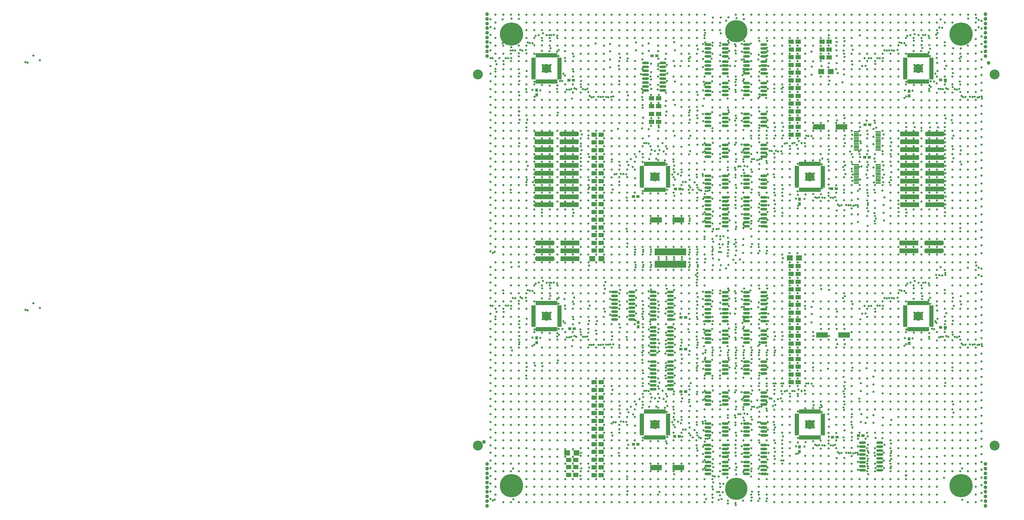
<source format=gbs>
%FSLAX25Y25*%
%MOIN*%
G70*
G01*
G75*
G04 Layer_Color=16711935*
%ADD10R,0.06000X0.05000*%
%ADD11R,0.01772X0.01575*%
%ADD12C,0.02362*%
%ADD13C,0.00500*%
%ADD14C,0.01200*%
%ADD15C,0.01500*%
%ADD16C,0.01000*%
%ADD17C,0.00700*%
%ADD18C,0.01969*%
%ADD19C,0.03937*%
%ADD20C,0.11811*%
%ADD21C,0.02000*%
%ADD22C,0.03000*%
%ADD23C,0.01181*%
%ADD24C,0.02500*%
%ADD25C,0.02000*%
%ADD26C,0.01800*%
%ADD27C,0.04000*%
%ADD28C,0.02953*%
%ADD29C,0.05000*%
G04:AMPARAMS|DCode=30|XSize=39.95mil|YSize=37.83mil|CornerRadius=0mil|HoleSize=0mil|Usage=FLASHONLY|Rotation=45.000|XOffset=0mil|YOffset=0mil|HoleType=Round|Shape=Rectangle|*
%AMROTATEDRECTD30*
4,1,4,-0.00075,-0.02750,-0.02750,-0.00075,0.00075,0.02750,0.02750,0.00075,-0.00075,-0.02750,0.0*
%
%ADD30ROTATEDRECTD30*%

%ADD31R,0.05675X0.03500*%
G04:AMPARAMS|DCode=32|XSize=56.45mil|YSize=34.3mil|CornerRadius=0mil|HoleSize=0mil|Usage=FLASHONLY|Rotation=45.000|XOffset=0mil|YOffset=0mil|HoleType=Round|Shape=Rectangle|*
%AMROTATEDRECTD32*
4,1,4,-0.00783,-0.03208,-0.03208,-0.00783,0.00783,0.03208,0.03208,0.00783,-0.00783,-0.03208,0.0*
%
%ADD32ROTATEDRECTD32*%

%ADD33R,0.09875X0.04484*%
G04:AMPARAMS|DCode=34|XSize=28.19mil|YSize=14.85mil|CornerRadius=0mil|HoleSize=0mil|Usage=FLASHONLY|Rotation=45.000|XOffset=0mil|YOffset=0mil|HoleType=Round|Shape=Rectangle|*
%AMROTATEDRECTD34*
4,1,4,-0.00472,-0.01522,-0.01522,-0.00472,0.00472,0.01522,0.01522,0.00472,-0.00472,-0.01522,0.0*
%
%ADD34ROTATEDRECTD34*%

G04:AMPARAMS|DCode=35|XSize=16.97mil|YSize=36.77mil|CornerRadius=0mil|HoleSize=0mil|Usage=FLASHONLY|Rotation=45.000|XOffset=0mil|YOffset=0mil|HoleType=Round|Shape=Rectangle|*
%AMROTATEDRECTD35*
4,1,4,0.00700,-0.01900,-0.01900,0.00700,-0.00700,0.01900,0.01900,-0.00700,0.00700,-0.01900,0.0*
%
%ADD35ROTATEDRECTD35*%

%ADD36R,0.12600X0.04700*%
G04:AMPARAMS|DCode=37|XSize=41.72mil|YSize=19.61mil|CornerRadius=0mil|HoleSize=0mil|Usage=FLASHONLY|Rotation=45.000|XOffset=0mil|YOffset=0mil|HoleType=Round|Shape=Rectangle|*
%AMROTATEDRECTD37*
4,1,4,-0.00782,-0.02168,-0.02168,-0.00782,0.00782,0.02168,0.02168,0.00782,-0.00782,-0.02168,0.0*
%
%ADD37ROTATEDRECTD37*%

G04:AMPARAMS|DCode=38|XSize=20.86mil|YSize=37.15mil|CornerRadius=0mil|HoleSize=0mil|Usage=FLASHONLY|Rotation=45.000|XOffset=0mil|YOffset=0mil|HoleType=Round|Shape=Rectangle|*
%AMROTATEDRECTD38*
4,1,4,0.00576,-0.02051,-0.02051,0.00576,-0.00576,0.02051,0.02051,-0.00576,0.00576,-0.02051,0.0*
%
%ADD38ROTATEDRECTD38*%

%ADD39R,0.13700X0.04650*%
G04:AMPARAMS|DCode=40|XSize=45.9mil|YSize=34.29mil|CornerRadius=0mil|HoleSize=0mil|Usage=FLASHONLY|Rotation=45.000|XOffset=0mil|YOffset=0mil|HoleType=Round|Shape=Rectangle|*
%AMROTATEDRECTD40*
4,1,4,-0.00411,-0.02835,-0.02835,-0.00411,0.00411,0.02835,0.02835,0.00411,-0.00411,-0.02835,0.0*
%
%ADD40ROTATEDRECTD40*%

G04:AMPARAMS|DCode=41|XSize=21.21mil|YSize=44.19mil|CornerRadius=0mil|HoleSize=0mil|Usage=FLASHONLY|Rotation=45.000|XOffset=0mil|YOffset=0mil|HoleType=Round|Shape=Rectangle|*
%AMROTATEDRECTD41*
4,1,4,0.00812,-0.02312,-0.02312,0.00812,-0.00812,0.02312,0.02312,-0.00812,0.00812,-0.02312,0.0*
%
%ADD41ROTATEDRECTD41*%

%ADD42R,0.15900X0.04141*%
G04:AMPARAMS|DCode=43|XSize=19.91mil|YSize=40.5mil|CornerRadius=0mil|HoleSize=0mil|Usage=FLASHONLY|Rotation=45.000|XOffset=0mil|YOffset=0mil|HoleType=Round|Shape=Rectangle|*
%AMROTATEDRECTD43*
4,1,4,0.00728,-0.02136,-0.02136,0.00728,-0.00728,0.02136,0.02136,-0.00728,0.00728,-0.02136,0.0*
%
%ADD43ROTATEDRECTD43*%

%ADD44R,0.11436X0.03164*%
G04:AMPARAMS|DCode=45|XSize=50.91mil|YSize=50.91mil|CornerRadius=0mil|HoleSize=0mil|Usage=FLASHONLY|Rotation=45.000|XOffset=0mil|YOffset=0mil|HoleType=Round|Shape=Rectangle|*
%AMROTATEDRECTD45*
4,1,4,0.00000,-0.03600,-0.03600,0.00000,0.00000,0.03600,0.03600,0.00000,0.00000,-0.03600,0.0*
%
%ADD45ROTATEDRECTD45*%

G04:AMPARAMS|DCode=46|XSize=55.51mil|YSize=42.75mil|CornerRadius=0mil|HoleSize=0mil|Usage=FLASHONLY|Rotation=45.000|XOffset=0mil|YOffset=0mil|HoleType=Round|Shape=Rectangle|*
%AMROTATEDRECTD46*
4,1,4,-0.00451,-0.03474,-0.03474,-0.00451,0.00451,0.03474,0.03474,0.00451,-0.00451,-0.03474,0.0*
%
%ADD46ROTATEDRECTD46*%

%ADD47R,0.08050X0.07200*%
G04:AMPARAMS|DCode=48|XSize=24.37mil|YSize=44.08mil|CornerRadius=0mil|HoleSize=0mil|Usage=FLASHONLY|Rotation=45.000|XOffset=0mil|YOffset=0mil|HoleType=Round|Shape=Rectangle|*
%AMROTATEDRECTD48*
4,1,4,0.00697,-0.02420,-0.02420,0.00697,-0.00697,0.02420,0.02420,-0.00697,0.00697,-0.02420,0.0*
%
%ADD48ROTATEDRECTD48*%

%ADD49R,0.30653X0.03447*%
%ADD50R,0.19797X0.02000*%
G04:AMPARAMS|DCode=51|XSize=53.88mil|YSize=35.56mil|CornerRadius=0mil|HoleSize=0mil|Usage=FLASHONLY|Rotation=45.000|XOffset=0mil|YOffset=0mil|HoleType=Round|Shape=Rectangle|*
%AMROTATEDRECTD51*
4,1,4,-0.00647,-0.03162,-0.03162,-0.00647,0.00647,0.03162,0.03162,0.00647,-0.00647,-0.03162,0.0*
%
%ADD51ROTATEDRECTD51*%

G04:AMPARAMS|DCode=52|XSize=30.94mil|YSize=51.65mil|CornerRadius=0mil|HoleSize=0mil|Usage=FLASHONLY|Rotation=45.000|XOffset=0mil|YOffset=0mil|HoleType=Round|Shape=Rectangle|*
%AMROTATEDRECTD52*
4,1,4,0.00732,-0.02920,-0.02920,0.00732,-0.00732,0.02920,0.02920,-0.00732,0.00732,-0.02920,0.0*
%
%ADD52ROTATEDRECTD52*%

%ADD53R,0.16950X0.05119*%
G04:AMPARAMS|DCode=54|XSize=43.68mil|YSize=24.57mil|CornerRadius=0mil|HoleSize=0mil|Usage=FLASHONLY|Rotation=45.000|XOffset=0mil|YOffset=0mil|HoleType=Round|Shape=Rectangle|*
%AMROTATEDRECTD54*
4,1,4,-0.00676,-0.02413,-0.02413,-0.00676,0.00676,0.02413,0.02413,0.00676,-0.00676,-0.02413,0.0*
%
%ADD54ROTATEDRECTD54*%

G04:AMPARAMS|DCode=55|XSize=25.1mil|YSize=45.08mil|CornerRadius=0mil|HoleSize=0mil|Usage=FLASHONLY|Rotation=45.000|XOffset=0mil|YOffset=0mil|HoleType=Round|Shape=Rectangle|*
%AMROTATEDRECTD55*
4,1,4,0.00706,-0.02481,-0.02481,0.00706,-0.00706,0.02481,0.02481,-0.00706,0.00706,-0.02481,0.0*
%
%ADD55ROTATEDRECTD55*%

%ADD56R,0.15350X0.04267*%
G04:AMPARAMS|DCode=57|XSize=44.31mil|YSize=22.29mil|CornerRadius=0mil|HoleSize=0mil|Usage=FLASHONLY|Rotation=45.000|XOffset=0mil|YOffset=0mil|HoleType=Round|Shape=Rectangle|*
%AMROTATEDRECTD57*
4,1,4,-0.00778,-0.02355,-0.02355,-0.00778,0.00778,0.02355,0.02355,0.00778,-0.00778,-0.02355,0.0*
%
%ADD57ROTATEDRECTD57*%

G04:AMPARAMS|DCode=58|XSize=21.21mil|YSize=30.65mil|CornerRadius=0mil|HoleSize=0mil|Usage=FLASHONLY|Rotation=45.000|XOffset=0mil|YOffset=0mil|HoleType=Round|Shape=Rectangle|*
%AMROTATEDRECTD58*
4,1,4,0.00334,-0.01834,-0.01834,0.00334,-0.00334,0.01834,0.01834,-0.00334,0.00334,-0.01834,0.0*
%
%ADD58ROTATEDRECTD58*%

%ADD59R,0.16400X0.03444*%
G04:AMPARAMS|DCode=60|XSize=11.2mil|YSize=27.05mil|CornerRadius=0mil|HoleSize=0mil|Usage=FLASHONLY|Rotation=45.000|XOffset=0mil|YOffset=0mil|HoleType=Round|Shape=Rectangle|*
%AMROTATEDRECTD60*
4,1,4,0.00560,-0.01353,-0.01353,0.00560,-0.00560,0.01353,0.01353,-0.00560,0.00560,-0.01353,0.0*
%
%ADD60ROTATEDRECTD60*%

%ADD61R,0.15785X0.03225*%
G04:AMPARAMS|DCode=62|XSize=49.14mil|YSize=61.87mil|CornerRadius=0mil|HoleSize=0mil|Usage=FLASHONLY|Rotation=45.000|XOffset=0mil|YOffset=0mil|HoleType=Round|Shape=Rectangle|*
%AMROTATEDRECTD62*
4,1,4,0.00450,-0.03925,-0.03925,0.00450,-0.00450,0.03925,0.03925,-0.00450,0.00450,-0.03925,0.0*
%
%ADD62ROTATEDRECTD62*%

G04:AMPARAMS|DCode=63|XSize=54.09mil|YSize=54.09mil|CornerRadius=0mil|HoleSize=0mil|Usage=FLASHONLY|Rotation=45.000|XOffset=0mil|YOffset=0mil|HoleType=Round|Shape=Rectangle|*
%AMROTATEDRECTD63*
4,1,4,0.00000,-0.03825,-0.03825,0.00000,0.00000,0.03825,0.03825,0.00000,0.00000,-0.03825,0.0*
%
%ADD63ROTATEDRECTD63*%

%ADD64R,0.39400X0.07650*%
%ADD65R,0.03426X0.03425*%
G04:AMPARAMS|DCode=66|XSize=33.16mil|YSize=24.98mil|CornerRadius=0mil|HoleSize=0mil|Usage=FLASHONLY|Rotation=45.000|XOffset=0mil|YOffset=0mil|HoleType=Round|Shape=Rectangle|*
%AMROTATEDRECTD66*
4,1,4,-0.00289,-0.02056,-0.02056,-0.00289,0.00289,0.02056,0.02056,0.00289,-0.00289,-0.02056,0.0*
%
%ADD66ROTATEDRECTD66*%

G04:AMPARAMS|DCode=67|XSize=49.5mil|YSize=54.11mil|CornerRadius=0mil|HoleSize=0mil|Usage=FLASHONLY|Rotation=45.000|XOffset=0mil|YOffset=0mil|HoleType=Round|Shape=Rectangle|*
%AMROTATEDRECTD67*
4,1,4,0.00163,-0.03663,-0.03663,0.00163,-0.00163,0.03663,0.03663,-0.00163,0.00163,-0.03663,0.0*
%
%ADD67ROTATEDRECTD67*%

G04:AMPARAMS|DCode=68|XSize=61.52mil|YSize=32.44mil|CornerRadius=0mil|HoleSize=0mil|Usage=FLASHONLY|Rotation=45.000|XOffset=0mil|YOffset=0mil|HoleType=Round|Shape=Rectangle|*
%AMROTATEDRECTD68*
4,1,4,-0.01028,-0.03322,-0.03322,-0.01028,0.01028,0.03322,0.03322,0.01028,-0.01028,-0.03322,0.0*
%
%ADD68ROTATEDRECTD68*%

%ADD69R,0.08650X0.03851*%
%ADD70R,0.05100X0.06450*%
G04:AMPARAMS|DCode=71|XSize=49.72mil|YSize=59.41mil|CornerRadius=0mil|HoleSize=0mil|Usage=FLASHONLY|Rotation=45.000|XOffset=0mil|YOffset=0mil|HoleType=Round|Shape=Rectangle|*
%AMROTATEDRECTD71*
4,1,4,0.00342,-0.03858,-0.03858,0.00342,-0.00342,0.03858,0.03858,-0.00342,0.00342,-0.03858,0.0*
%
%ADD71ROTATEDRECTD71*%

G04:AMPARAMS|DCode=72|XSize=44.19mil|YSize=26.52mil|CornerRadius=0mil|HoleSize=0mil|Usage=FLASHONLY|Rotation=45.000|XOffset=0mil|YOffset=0mil|HoleType=Round|Shape=Rectangle|*
%AMROTATEDRECTD72*
4,1,4,-0.00625,-0.02500,-0.02500,-0.00625,0.00625,0.02500,0.02500,0.00625,-0.00625,-0.02500,0.0*
%
%ADD72ROTATEDRECTD72*%

%ADD73R,0.06550X0.04491*%
G04:AMPARAMS|DCode=74|XSize=30.68mil|YSize=19.45mil|CornerRadius=0mil|HoleSize=0mil|Usage=FLASHONLY|Rotation=45.000|XOffset=0mil|YOffset=0mil|HoleType=Round|Shape=Rectangle|*
%AMROTATEDRECTD74*
4,1,4,-0.00397,-0.01772,-0.01772,-0.00397,0.00397,0.01772,0.01772,0.00397,-0.00397,-0.01772,0.0*
%
%ADD74ROTATEDRECTD74*%

G04:AMPARAMS|DCode=75|XSize=12.5mil|YSize=30.89mil|CornerRadius=0mil|HoleSize=0mil|Usage=FLASHONLY|Rotation=45.000|XOffset=0mil|YOffset=0mil|HoleType=Round|Shape=Rectangle|*
%AMROTATEDRECTD75*
4,1,4,0.00650,-0.01534,-0.01534,0.00650,-0.00650,0.01534,0.01534,-0.00650,0.00650,-0.01534,0.0*
%
%ADD75ROTATEDRECTD75*%

%ADD76R,0.17800X0.03089*%
G04:AMPARAMS|DCode=77|XSize=38.54mil|YSize=34.81mil|CornerRadius=0mil|HoleSize=0mil|Usage=FLASHONLY|Rotation=45.000|XOffset=0mil|YOffset=0mil|HoleType=Round|Shape=Rectangle|*
%AMROTATEDRECTD77*
4,1,4,-0.00132,-0.02593,-0.02593,-0.00132,0.00132,0.02593,0.02593,0.00132,-0.00132,-0.02593,0.0*
%
%ADD77ROTATEDRECTD77*%

G04:AMPARAMS|DCode=78|XSize=22.1mil|YSize=41.64mil|CornerRadius=0mil|HoleSize=0mil|Usage=FLASHONLY|Rotation=45.000|XOffset=0mil|YOffset=0mil|HoleType=Round|Shape=Rectangle|*
%AMROTATEDRECTD78*
4,1,4,0.00691,-0.02254,-0.02254,0.00691,-0.00691,0.02254,0.02254,-0.00691,0.00691,-0.02254,0.0*
%
%ADD78ROTATEDRECTD78*%

%ADD79R,0.17425X0.04056*%
%ADD80R,0.20900X0.04218*%
G04:AMPARAMS|DCode=81|XSize=33.08mil|YSize=15.5mil|CornerRadius=0mil|HoleSize=0mil|Usage=FLASHONLY|Rotation=45.000|XOffset=0mil|YOffset=0mil|HoleType=Round|Shape=Rectangle|*
%AMROTATEDRECTD81*
4,1,4,-0.00622,-0.01718,-0.01718,-0.00622,0.00622,0.01718,0.01718,0.00622,-0.00622,-0.01718,0.0*
%
%ADD81ROTATEDRECTD81*%

G04:AMPARAMS|DCode=82|XSize=13.44mil|YSize=20.2mil|CornerRadius=0mil|HoleSize=0mil|Usage=FLASHONLY|Rotation=45.000|XOffset=0mil|YOffset=0mil|HoleType=Round|Shape=Rectangle|*
%AMROTATEDRECTD82*
4,1,4,0.00239,-0.01189,-0.01189,0.00239,-0.00239,0.01189,0.01189,-0.00239,0.00239,-0.01189,0.0*
%
%ADD82ROTATEDRECTD82*%

%ADD83R,0.20250X0.02924*%
G04:AMPARAMS|DCode=84|XSize=39.05mil|YSize=61.13mil|CornerRadius=0mil|HoleSize=0mil|Usage=FLASHONLY|Rotation=45.000|XOffset=0mil|YOffset=0mil|HoleType=Round|Shape=Rectangle|*
%AMROTATEDRECTD84*
4,1,4,0.00781,-0.03542,-0.03542,0.00781,-0.00781,0.03542,0.03542,-0.00781,0.00781,-0.03542,0.0*
%
%ADD84ROTATEDRECTD84*%

%ADD85R,0.04318X0.05741*%
G04:AMPARAMS|DCode=86|XSize=89.48mil|YSize=38.83mil|CornerRadius=0mil|HoleSize=0mil|Usage=FLASHONLY|Rotation=45.000|XOffset=0mil|YOffset=0mil|HoleType=Round|Shape=Rectangle|*
%AMROTATEDRECTD86*
4,1,4,-0.01791,-0.04536,-0.04536,-0.01791,0.01791,0.04536,0.04536,0.01791,-0.01791,-0.04536,0.0*
%
%ADD86ROTATEDRECTD86*%

%ADD87R,0.07950X0.05300*%
%ADD88R,0.15850X0.03600*%
%ADD89R,0.11050X0.05387*%
G04:AMPARAMS|DCode=90|XSize=55.16mil|YSize=28.83mil|CornerRadius=0mil|HoleSize=0mil|Usage=FLASHONLY|Rotation=45.000|XOffset=0mil|YOffset=0mil|HoleType=Round|Shape=Rectangle|*
%AMROTATEDRECTD90*
4,1,4,-0.00931,-0.02969,-0.02969,-0.00931,0.00931,0.02969,0.02969,0.00931,-0.00931,-0.02969,0.0*
%
%ADD90ROTATEDRECTD90*%

G04:AMPARAMS|DCode=91|XSize=23.5mil|YSize=54.19mil|CornerRadius=0mil|HoleSize=0mil|Usage=FLASHONLY|Rotation=45.000|XOffset=0mil|YOffset=0mil|HoleType=Round|Shape=Rectangle|*
%AMROTATEDRECTD91*
4,1,4,0.01085,-0.02747,-0.02747,0.01085,-0.01085,0.02747,0.02747,-0.01085,0.01085,-0.02747,0.0*
%
%ADD91ROTATEDRECTD91*%

%ADD92R,0.10810X0.04344*%
G04:AMPARAMS|DCode=93|XSize=26.24mil|YSize=43.76mil|CornerRadius=0mil|HoleSize=0mil|Usage=FLASHONLY|Rotation=45.000|XOffset=0mil|YOffset=0mil|HoleType=Round|Shape=Rectangle|*
%AMROTATEDRECTD93*
4,1,4,0.00620,-0.02475,-0.02475,0.00620,-0.00620,0.02475,0.02475,-0.00620,0.00620,-0.02475,0.0*
%
%ADD93ROTATEDRECTD93*%

G04:AMPARAMS|DCode=94|XSize=45.57mil|YSize=33.01mil|CornerRadius=0mil|HoleSize=0mil|Usage=FLASHONLY|Rotation=45.000|XOffset=0mil|YOffset=0mil|HoleType=Round|Shape=Rectangle|*
%AMROTATEDRECTD94*
4,1,4,-0.00444,-0.02778,-0.02778,-0.00444,0.00444,0.02778,0.02778,0.00444,-0.00444,-0.02778,0.0*
%
%ADD94ROTATEDRECTD94*%

%ADD95R,0.01800X0.03850*%
G04:AMPARAMS|DCode=96|XSize=41.49mil|YSize=32.01mil|CornerRadius=0mil|HoleSize=0mil|Usage=FLASHONLY|Rotation=45.000|XOffset=0mil|YOffset=0mil|HoleType=Round|Shape=Rectangle|*
%AMROTATEDRECTD96*
4,1,4,-0.00335,-0.02599,-0.02599,-0.00335,0.00335,0.02599,0.02599,0.00335,-0.00335,-0.02599,0.0*
%
%ADD96ROTATEDRECTD96*%

G04:AMPARAMS|DCode=97|XSize=26.36mil|YSize=39.33mil|CornerRadius=0mil|HoleSize=0mil|Usage=FLASHONLY|Rotation=45.000|XOffset=0mil|YOffset=0mil|HoleType=Round|Shape=Rectangle|*
%AMROTATEDRECTD97*
4,1,4,0.00459,-0.02323,-0.02323,0.00459,-0.00459,0.02323,0.02323,-0.00459,0.00459,-0.02323,0.0*
%
%ADD97ROTATEDRECTD97*%

%ADD98R,0.01700X0.02811*%
%ADD99C,0.00800*%
%ADD100R,0.23050X0.04550*%
%ADD101R,0.04724X0.01181*%
%ADD102R,0.01181X0.04724*%
%ADD103O,0.04724X0.01181*%
%ADD104R,0.22441X0.22441*%
%ADD105R,0.23622X0.05118*%
G04:AMPARAMS|DCode=106|XSize=51.18mil|YSize=236.22mil|CornerRadius=0mil|HoleSize=0mil|Usage=FLASHONLY|Rotation=90.000|XOffset=0mil|YOffset=0mil|HoleType=Round|Shape=Octagon|*
%AMOCTAGOND106*
4,1,8,-0.11811,-0.01280,-0.11811,0.01280,-0.10531,0.02559,0.10531,0.02559,0.11811,0.01280,0.11811,-0.01280,0.10531,-0.02559,-0.10531,-0.02559,-0.11811,-0.01280,0.0*
%
%ADD106OCTAGOND106*%

%ADD107O,0.05906X0.01378*%
%ADD108R,0.05906X0.01378*%
%ADD109O,0.05906X0.01378*%
%ADD110O,0.05906X0.01378*%
%ADD111O,0.08000X0.02400*%
%ADD112R,0.14173X0.06299*%
%ADD113R,0.06693X0.05906*%
%ADD114C,0.28740*%
%ADD115C,0.27559*%
%ADD116R,0.39370X0.07874*%
%ADD117R,0.03500X0.03000*%
%ADD118R,0.03000X0.03500*%
%ADD119C,0.03937*%
%ADD120C,0.01300*%
%ADD121C,0.02400*%
%ADD122R,0.05550X0.05400*%
%ADD123R,0.06500X0.02000*%
%ADD124R,0.07200X0.02050*%
G04:AMPARAMS|DCode=125|XSize=23.91mil|YSize=11.89mil|CornerRadius=0mil|HoleSize=0mil|Usage=FLASHONLY|Rotation=45.000|XOffset=0mil|YOffset=0mil|HoleType=Round|Shape=Rectangle|*
%AMROTATEDRECTD125*
4,1,4,-0.00425,-0.01266,-0.01266,-0.00425,0.00425,0.01266,0.01266,0.00425,-0.00425,-0.01266,0.0*
%
%ADD125ROTATEDRECTD125*%

%ADD126R,0.03650X0.01800*%
%ADD127R,0.05300X0.03650*%
G04:AMPARAMS|DCode=128|XSize=59.94mil|YSize=16.36mil|CornerRadius=0mil|HoleSize=0mil|Usage=FLASHONLY|Rotation=45.000|XOffset=0mil|YOffset=0mil|HoleType=Round|Shape=Rectangle|*
%AMROTATEDRECTD128*
4,1,4,-0.01541,-0.02698,-0.02698,-0.01541,0.01541,0.02698,0.02698,0.01541,-0.01541,-0.02698,0.0*
%
%ADD128ROTATEDRECTD128*%

G04:AMPARAMS|DCode=129|XSize=26.34mil|YSize=9.75mil|CornerRadius=0mil|HoleSize=0mil|Usage=FLASHONLY|Rotation=45.000|XOffset=0mil|YOffset=0mil|HoleType=Round|Shape=Rectangle|*
%AMROTATEDRECTD129*
4,1,4,-0.00587,-0.01276,-0.01276,-0.00587,0.00587,0.01276,0.01276,0.00587,-0.00587,-0.01276,0.0*
%
%ADD129ROTATEDRECTD129*%

%ADD130R,0.03700X0.01700*%
G04:AMPARAMS|DCode=131|XSize=51mil|YSize=30.5mil|CornerRadius=0mil|HoleSize=0mil|Usage=FLASHONLY|Rotation=45.000|XOffset=0mil|YOffset=0mil|HoleType=Round|Shape=Rectangle|*
%AMROTATEDRECTD131*
4,1,4,-0.00725,-0.02881,-0.02881,-0.00725,0.00725,0.02881,0.02881,0.00725,-0.00725,-0.02881,0.0*
%
%ADD131ROTATEDRECTD131*%

G04:AMPARAMS|DCode=132|XSize=75.31mil|YSize=40.5mil|CornerRadius=0mil|HoleSize=0mil|Usage=FLASHONLY|Rotation=45.000|XOffset=0mil|YOffset=0mil|HoleType=Round|Shape=Rectangle|*
%AMROTATEDRECTD132*
4,1,4,-0.01231,-0.04094,-0.04094,-0.01231,0.01231,0.04094,0.04094,0.01231,-0.01231,-0.04094,0.0*
%
%ADD132ROTATEDRECTD132*%

%ADD133R,0.06366X0.06084*%
G04:AMPARAMS|DCode=134|XSize=71.71mil|YSize=36.31mil|CornerRadius=0mil|HoleSize=0mil|Usage=FLASHONLY|Rotation=45.000|XOffset=0mil|YOffset=0mil|HoleType=Round|Shape=Rectangle|*
%AMROTATEDRECTD134*
4,1,4,-0.01252,-0.03819,-0.03819,-0.01252,0.01252,0.03819,0.03819,0.01252,-0.01252,-0.03819,0.0*
%
%ADD134ROTATEDRECTD134*%

%ADD135R,0.03850X0.09550*%
%ADD136R,0.04100X0.02600*%
G04:AMPARAMS|DCode=137|XSize=42.63mil|YSize=34.98mil|CornerRadius=0mil|HoleSize=0mil|Usage=FLASHONLY|Rotation=45.000|XOffset=0mil|YOffset=0mil|HoleType=Round|Shape=Rectangle|*
%AMROTATEDRECTD137*
4,1,4,-0.00270,-0.02744,-0.02744,-0.00270,0.00270,0.02744,0.02744,0.00270,-0.00270,-0.02744,0.0*
%
%ADD137ROTATEDRECTD137*%

%ADD138R,0.03800X0.06700*%
G04:AMPARAMS|DCode=139|XSize=76.72mil|YSize=39.96mil|CornerRadius=0mil|HoleSize=0mil|Usage=FLASHONLY|Rotation=45.000|XOffset=0mil|YOffset=0mil|HoleType=Round|Shape=Rectangle|*
%AMROTATEDRECTD139*
4,1,4,-0.01300,-0.04125,-0.04125,-0.01300,0.01300,0.04125,0.04125,0.01300,-0.01300,-0.04125,0.0*
%
%ADD139ROTATEDRECTD139*%

%ADD140R,0.01400X0.01150*%
G04:AMPARAMS|DCode=141|XSize=16.62mil|YSize=18.03mil|CornerRadius=0mil|HoleSize=0mil|Usage=FLASHONLY|Rotation=45.000|XOffset=0mil|YOffset=0mil|HoleType=Round|Shape=Rectangle|*
%AMROTATEDRECTD141*
4,1,4,0.00050,-0.01225,-0.01225,0.00050,-0.00050,0.01225,0.01225,-0.00050,0.00050,-0.01225,0.0*
%
%ADD141ROTATEDRECTD141*%

G04:AMPARAMS|DCode=142|XSize=36.42mil|YSize=74.95mil|CornerRadius=0mil|HoleSize=0mil|Usage=FLASHONLY|Rotation=45.000|XOffset=0mil|YOffset=0mil|HoleType=Round|Shape=Rectangle|*
%AMROTATEDRECTD142*
4,1,4,0.01363,-0.03938,-0.03938,0.01363,-0.01363,0.03938,0.03938,-0.01363,0.01363,-0.03938,0.0*
%
%ADD142ROTATEDRECTD142*%

%ADD143R,0.03350X0.01200*%
%ADD144R,0.00950X0.00950*%
G04:AMPARAMS|DCode=145|XSize=15.2mil|YSize=20.51mil|CornerRadius=0mil|HoleSize=0mil|Usage=FLASHONLY|Rotation=45.000|XOffset=0mil|YOffset=0mil|HoleType=Round|Shape=Rectangle|*
%AMROTATEDRECTD145*
4,1,4,0.00188,-0.01263,-0.01263,0.00188,-0.00188,0.01263,0.01263,-0.00188,0.00188,-0.01263,0.0*
%
%ADD145ROTATEDRECTD145*%

G04:AMPARAMS|DCode=146|XSize=10.26mil|YSize=9.19mil|CornerRadius=0mil|HoleSize=0mil|Usage=FLASHONLY|Rotation=45.000|XOffset=0mil|YOffset=0mil|HoleType=Round|Shape=Rectangle|*
%AMROTATEDRECTD146*
4,1,4,-0.00038,-0.00688,-0.00688,-0.00038,0.00038,0.00688,0.00688,0.00038,-0.00038,-0.00688,0.0*
%
%ADD146ROTATEDRECTD146*%

%ADD147R,0.11900X0.04050*%
%ADD148R,0.07050X0.04550*%
%ADD149R,0.10850X0.05500*%
%ADD150R,0.02800X0.02050*%
G04:AMPARAMS|DCode=151|XSize=57.98mil|YSize=72.83mil|CornerRadius=0mil|HoleSize=0mil|Usage=FLASHONLY|Rotation=45.000|XOffset=0mil|YOffset=0mil|HoleType=Round|Shape=Rectangle|*
%AMROTATEDRECTD151*
4,1,4,0.00525,-0.04625,-0.04625,0.00525,-0.00525,0.04625,0.04625,-0.00525,0.00525,-0.04625,0.0*
%
%ADD151ROTATEDRECTD151*%

%ADD152R,0.03200X0.02000*%
G04:AMPARAMS|DCode=153|XSize=26.75mil|YSize=44.55mil|CornerRadius=0mil|HoleSize=0mil|Usage=FLASHONLY|Rotation=45.000|XOffset=0mil|YOffset=0mil|HoleType=Round|Shape=Rectangle|*
%AMROTATEDRECTD153*
4,1,4,0.00629,-0.02521,-0.02521,0.00629,-0.00629,0.02521,0.02521,-0.00629,0.00629,-0.02521,0.0*
%
%ADD153ROTATEDRECTD153*%

%ADD154R,0.10100X0.05150*%
%ADD155R,0.02875X0.02875*%
G04:AMPARAMS|DCode=156|XSize=40.66mil|YSize=26.52mil|CornerRadius=0mil|HoleSize=0mil|Usage=FLASHONLY|Rotation=45.000|XOffset=0mil|YOffset=0mil|HoleType=Round|Shape=Rectangle|*
%AMROTATEDRECTD156*
4,1,4,-0.00500,-0.02375,-0.02375,-0.00500,0.00500,0.02375,0.02375,0.00500,-0.00500,-0.02375,0.0*
%
%ADD156ROTATEDRECTD156*%

%ADD157R,0.05800X0.05050*%
%ADD158R,0.04300X0.05500*%
G04:AMPARAMS|DCode=159|XSize=32.5mil|YSize=23.72mil|CornerRadius=0mil|HoleSize=0mil|Usage=FLASHONLY|Rotation=45.000|XOffset=0mil|YOffset=0mil|HoleType=Round|Shape=Rectangle|*
%AMROTATEDRECTD159*
4,1,4,-0.00310,-0.01988,-0.01988,-0.00310,0.00310,0.01988,0.01988,0.00310,-0.00310,-0.01988,0.0*
%
%ADD159ROTATEDRECTD159*%

G04:AMPARAMS|DCode=160|XSize=60.46mil|YSize=29.46mil|CornerRadius=0mil|HoleSize=0mil|Usage=FLASHONLY|Rotation=45.000|XOffset=0mil|YOffset=0mil|HoleType=Round|Shape=Rectangle|*
%AMROTATEDRECTD160*
4,1,4,-0.01096,-0.03179,-0.03179,-0.01096,0.01096,0.03179,0.03179,0.01096,-0.01096,-0.03179,0.0*
%
%ADD160ROTATEDRECTD160*%

G04:AMPARAMS|DCode=161|XSize=39.95mil|YSize=17.32mil|CornerRadius=0mil|HoleSize=0mil|Usage=FLASHONLY|Rotation=45.000|XOffset=0mil|YOffset=0mil|HoleType=Round|Shape=Rectangle|*
%AMROTATEDRECTD161*
4,1,4,-0.00800,-0.02025,-0.02025,-0.00800,0.00800,0.02025,0.02025,0.00800,-0.00800,-0.02025,0.0*
%
%ADD161ROTATEDRECTD161*%

%ADD162R,0.03250X0.01400*%
%ADD163R,0.08800X0.04350*%
G04:AMPARAMS|DCode=164|XSize=60.08mil|YSize=31.97mil|CornerRadius=0mil|HoleSize=0mil|Usage=FLASHONLY|Rotation=45.000|XOffset=0mil|YOffset=0mil|HoleType=Round|Shape=Rectangle|*
%AMROTATEDRECTD164*
4,1,4,-0.00994,-0.03255,-0.03255,-0.00994,0.00994,0.03255,0.03255,0.00994,-0.00994,-0.03255,0.0*
%
%ADD164ROTATEDRECTD164*%

%ADD165R,0.10800X0.04197*%
G04:AMPARAMS|DCode=166|XSize=121.95mil|YSize=27mil|CornerRadius=0mil|HoleSize=0mil|Usage=FLASHONLY|Rotation=45.000|XOffset=0mil|YOffset=0mil|HoleType=Round|Shape=Rectangle|*
%AMROTATEDRECTD166*
4,1,4,-0.03357,-0.05266,-0.05266,-0.03357,0.03357,0.05266,0.05266,0.03357,-0.03357,-0.05266,0.0*
%
%ADD166ROTATEDRECTD166*%

G04:AMPARAMS|DCode=167|XSize=73.2mil|YSize=30.03mil|CornerRadius=0mil|HoleSize=0mil|Usage=FLASHONLY|Rotation=45.000|XOffset=0mil|YOffset=0mil|HoleType=Round|Shape=Rectangle|*
%AMROTATEDRECTD167*
4,1,4,-0.01526,-0.03650,-0.03650,-0.01526,0.01526,0.03650,0.03650,0.01526,-0.01526,-0.03650,0.0*
%
%ADD167ROTATEDRECTD167*%

%ADD168R,0.03500X0.03739*%
G04:AMPARAMS|DCode=169|XSize=50.28mil|YSize=115.53mil|CornerRadius=0mil|HoleSize=0mil|Usage=FLASHONLY|Rotation=45.000|XOffset=0mil|YOffset=0mil|HoleType=Round|Shape=Rectangle|*
%AMROTATEDRECTD169*
4,1,4,0.02307,-0.05863,-0.05863,0.02307,-0.02307,0.05863,0.05863,-0.02307,0.02307,-0.05863,0.0*
%
%ADD169ROTATEDRECTD169*%

%ADD170R,0.03000X0.01400*%
G04:AMPARAMS|DCode=171|XSize=88.39mil|YSize=26.16mil|CornerRadius=0mil|HoleSize=0mil|Usage=FLASHONLY|Rotation=45.000|XOffset=0mil|YOffset=0mil|HoleType=Round|Shape=Rectangle|*
%AMROTATEDRECTD171*
4,1,4,-0.02200,-0.04050,-0.04050,-0.02200,0.02200,0.04050,0.04050,0.02200,-0.02200,-0.04050,0.0*
%
%ADD171ROTATEDRECTD171*%

%ADD172R,0.01500X0.00850*%
%ADD173R,0.02950X0.00550*%
%ADD174R,0.04495X0.00539*%
%ADD175R,0.05033X0.00267*%
%ADD176R,0.11325X0.03675*%
G04:AMPARAMS|DCode=177|XSize=16.5mil|YSize=27.4mil|CornerRadius=0mil|HoleSize=0mil|Usage=FLASHONLY|Rotation=45.000|XOffset=0mil|YOffset=0mil|HoleType=Round|Shape=Rectangle|*
%AMROTATEDRECTD177*
4,1,4,0.00385,-0.01552,-0.01552,0.00385,-0.00385,0.01552,0.01552,-0.00385,0.00385,-0.01552,0.0*
%
%ADD177ROTATEDRECTD177*%

G04:AMPARAMS|DCode=178|XSize=33.59mil|YSize=16.58mil|CornerRadius=0mil|HoleSize=0mil|Usage=FLASHONLY|Rotation=45.000|XOffset=0mil|YOffset=0mil|HoleType=Round|Shape=Rectangle|*
%AMROTATEDRECTD178*
4,1,4,-0.00601,-0.01774,-0.01774,-0.00601,0.00601,0.01774,0.01774,0.00601,-0.00601,-0.01774,0.0*
%
%ADD178ROTATEDRECTD178*%

%ADD179R,0.01938X0.01738*%
%ADD180R,0.09700X0.04050*%
%ADD181R,0.11490X0.04244*%
G04:AMPARAMS|DCode=182|XSize=8.9mil|YSize=45.61mil|CornerRadius=0mil|HoleSize=0mil|Usage=FLASHONLY|Rotation=45.000|XOffset=0mil|YOffset=0mil|HoleType=Round|Shape=Rectangle|*
%AMROTATEDRECTD182*
4,1,4,0.01298,-0.01927,-0.01927,0.01298,-0.01298,0.01927,0.01927,-0.01298,0.01298,-0.01927,0.0*
%
%ADD182ROTATEDRECTD182*%

G04:AMPARAMS|DCode=183|XSize=14.86mil|YSize=45.02mil|CornerRadius=0mil|HoleSize=0mil|Usage=FLASHONLY|Rotation=45.000|XOffset=0mil|YOffset=0mil|HoleType=Round|Shape=Rectangle|*
%AMROTATEDRECTD183*
4,1,4,0.01066,-0.02117,-0.02117,0.01066,-0.01066,0.02117,0.02117,-0.01066,0.01066,-0.02117,0.0*
%
%ADD183ROTATEDRECTD183*%

G04:AMPARAMS|DCode=184|XSize=76.01mil|YSize=41.72mil|CornerRadius=0mil|HoleSize=0mil|Usage=FLASHONLY|Rotation=45.000|XOffset=0mil|YOffset=0mil|HoleType=Round|Shape=Rectangle|*
%AMROTATEDRECTD184*
4,1,4,-0.01213,-0.04163,-0.04163,-0.01213,0.01213,0.04163,0.04163,0.01213,-0.01213,-0.04163,0.0*
%
%ADD184ROTATEDRECTD184*%

%ADD185R,0.11350X0.03407*%
G04:AMPARAMS|DCode=186|XSize=88.04mil|YSize=26.16mil|CornerRadius=0mil|HoleSize=0mil|Usage=FLASHONLY|Rotation=45.000|XOffset=0mil|YOffset=0mil|HoleType=Round|Shape=Rectangle|*
%AMROTATEDRECTD186*
4,1,4,-0.02188,-0.04038,-0.04038,-0.02188,0.02188,0.04038,0.04038,0.02188,-0.02188,-0.04038,0.0*
%
%ADD186ROTATEDRECTD186*%

%ADD187R,0.16950X0.05250*%
%ADD188R,0.26650X0.05100*%
%ADD189R,0.80250X0.04000*%
%ADD190R,0.05065X0.05200*%
%ADD191R,0.04215X0.07050*%
%ADD192R,0.05550X0.02200*%
%ADD193R,0.05250X0.02300*%
%ADD194R,0.04600X0.01828*%
%ADD195R,0.06250X0.02250*%
%ADD196R,0.09700X0.01850*%
%ADD197R,0.09825X0.01900*%
%ADD198R,0.07500X0.02050*%
%ADD199R,0.08400X0.02100*%
%ADD200R,0.04500X0.00950*%
%ADD201R,0.04600X0.02000*%
%ADD202R,0.06196X0.01600*%
%ADD203R,0.10850X0.04600*%
%ADD204R,0.11300X0.04300*%
%ADD205R,0.04350X0.05935*%
%ADD206R,0.04683X0.08778*%
%ADD207R,0.04632X0.06500*%
%ADD208R,0.03150X0.05678*%
%ADD209R,0.03950X0.07450*%
%ADD210R,0.05350X0.05600*%
%ADD211R,0.02250X0.08900*%
%ADD212R,0.04250X0.06950*%
%ADD213R,0.04550X0.06750*%
%ADD214R,0.03400X0.09050*%
%ADD215R,0.03813X0.15800*%
%ADD216R,0.05250X0.16900*%
%ADD217R,0.04650X0.17300*%
%ADD218R,0.04000X0.20100*%
%ADD219R,0.61500X0.03450*%
%ADD220R,0.61650X0.03500*%
%ADD221R,0.04750X0.08300*%
%ADD222R,0.04450X0.07622*%
%ADD223R,0.03800X0.08372*%
%ADD224R,0.03795X0.03650*%
%ADD225R,0.04100X0.08100*%
%ADD226R,0.04200X0.08300*%
%ADD227R,0.02050X0.07500*%
%ADD228R,0.15200X0.02400*%
%ADD229R,0.17441X0.01950*%
%ADD230R,0.16294X0.01600*%
%ADD231R,0.03300X0.02700*%
%ADD232R,0.04300X0.49800*%
%ADD233R,0.01800X0.02300*%
%ADD234R,0.03775X0.01225*%
%ADD235C,0.00200*%
%ADD236C,0.00787*%
%ADD237C,0.00600*%
%ADD238R,0.06800X0.05800*%
%ADD239R,0.02572X0.02375*%
%ADD240C,0.03162*%
%ADD241C,0.02769*%
%ADD242C,0.04737*%
%ADD243C,0.12611*%
%ADD244C,0.02800*%
%ADD245C,0.05906*%
%ADD246R,0.05524X0.01981*%
%ADD247R,0.01981X0.05524*%
%ADD248O,0.05524X0.01981*%
%ADD249R,0.24422X0.05918*%
G04:AMPARAMS|DCode=250|XSize=59.18mil|YSize=244.22mil|CornerRadius=0mil|HoleSize=0mil|Usage=FLASHONLY|Rotation=90.000|XOffset=0mil|YOffset=0mil|HoleType=Round|Shape=Octagon|*
%AMOCTAGOND250*
4,1,8,-0.12211,-0.01480,-0.12211,0.01480,-0.10731,0.02959,0.10731,0.02959,0.12211,0.01480,0.12211,-0.01480,0.10731,-0.02959,-0.10731,-0.02959,-0.12211,-0.01480,0.0*
%
%ADD250OCTAGOND250*%

%ADD251O,0.06706X0.02178*%
%ADD252R,0.06706X0.02178*%
%ADD253O,0.06706X0.02178*%
%ADD254O,0.06706X0.02178*%
%ADD255O,0.08800X0.03200*%
%ADD256R,0.14973X0.07099*%
%ADD257R,0.07493X0.06706*%
%ADD258C,0.29540*%
%ADD259C,0.28359*%
%ADD260R,0.40170X0.08674*%
%ADD261R,0.04300X0.03800*%
%ADD262R,0.03800X0.04300*%
D238*
X847500Y845000D02*
D03*
X838500D02*
D03*
Y835000D02*
D03*
X847500D02*
D03*
X808400Y825315D02*
D03*
X799400D02*
D03*
X557795Y362716D02*
D03*
X799400Y441457D02*
D03*
X799400Y431614D02*
D03*
X799400Y480827D02*
D03*
Y470984D02*
D03*
X799400Y559567D02*
D03*
Y549724D02*
D03*
Y520197D02*
D03*
Y510354D02*
D03*
X548795Y411929D02*
D03*
X548795Y402086D02*
D03*
X548795Y362716D02*
D03*
X548795Y333189D02*
D03*
Y323346D02*
D03*
Y293819D02*
D03*
X525500Y294000D02*
D03*
X548795Y372559D02*
D03*
X808400Y559567D02*
D03*
Y549724D02*
D03*
Y539882D02*
D03*
X799400D02*
D03*
X808400Y530039D02*
D03*
X799400D02*
D03*
X808400Y520197D02*
D03*
Y510354D02*
D03*
X808400Y500512D02*
D03*
X799400D02*
D03*
X808400Y490669D02*
D03*
X799400D02*
D03*
X808400Y480827D02*
D03*
Y470984D02*
D03*
Y461142D02*
D03*
X799400D02*
D03*
X808400Y451299D02*
D03*
X799400D02*
D03*
X808400Y441457D02*
D03*
X808400Y431614D02*
D03*
X808400Y421772D02*
D03*
X799400D02*
D03*
X808400Y411929D02*
D03*
X799400D02*
D03*
X557795Y411929D02*
D03*
X557795Y402086D02*
D03*
Y392244D02*
D03*
X548795D02*
D03*
X557795Y382401D02*
D03*
X548795D02*
D03*
X557795Y372559D02*
D03*
Y352874D02*
D03*
X548795D02*
D03*
X557795Y343031D02*
D03*
X548795D02*
D03*
X557795Y333189D02*
D03*
Y323346D02*
D03*
Y313504D02*
D03*
X548795D02*
D03*
X557795Y303661D02*
D03*
X548795D02*
D03*
X557795Y293819D02*
D03*
X516500Y294000D02*
D03*
Y304000D02*
D03*
X525500D02*
D03*
X516500Y313000D02*
D03*
X525500D02*
D03*
X557795Y726890D02*
D03*
X548795D02*
D03*
X621858Y762922D02*
D03*
X630858D02*
D03*
X621858Y752922D02*
D03*
Y742922D02*
D03*
X630858D02*
D03*
X621858Y772922D02*
D03*
X630858D02*
D03*
X847500Y825000D02*
D03*
X838500D02*
D03*
X799500Y835000D02*
D03*
X808500D02*
D03*
X548795Y717047D02*
D03*
X557795D02*
D03*
X548795Y707205D02*
D03*
X557795D02*
D03*
X548795Y697362D02*
D03*
X557795D02*
D03*
X548795Y687520D02*
D03*
X557795D02*
D03*
X548795Y667835D02*
D03*
X557795D02*
D03*
X548795Y648150D02*
D03*
X557795D02*
D03*
X548795Y638307D02*
D03*
X557795D02*
D03*
X548795Y628465D02*
D03*
X557795D02*
D03*
X548795Y618622D02*
D03*
X557795D02*
D03*
X548795Y608779D02*
D03*
X557795D02*
D03*
X548795Y598937D02*
D03*
X557795D02*
D03*
X548795Y589094D02*
D03*
X557795D02*
D03*
X548795Y677677D02*
D03*
X557795D02*
D03*
X548795Y657992D02*
D03*
X557795D02*
D03*
X548795Y579484D02*
D03*
X557795D02*
D03*
X630858Y752922D02*
D03*
X799400Y726890D02*
D03*
Y736732D02*
D03*
Y756417D02*
D03*
X799400Y746575D02*
D03*
X799400Y766260D02*
D03*
Y776102D02*
D03*
Y795787D02*
D03*
Y785945D02*
D03*
Y805630D02*
D03*
Y815472D02*
D03*
Y845000D02*
D03*
X808400D02*
D03*
Y815472D02*
D03*
Y805630D02*
D03*
Y795787D02*
D03*
Y785945D02*
D03*
Y776102D02*
D03*
Y766260D02*
D03*
Y756417D02*
D03*
X808400Y746575D02*
D03*
X808400Y736732D02*
D03*
Y726890D02*
D03*
D240*
X453450Y756250D02*
D03*
X945100Y293350D02*
D03*
D241*
X729567Y276291D02*
D03*
X443937Y280228D02*
D03*
X1015197D02*
D03*
Y854638D02*
D03*
X443937D02*
D03*
X729567Y858268D02*
D03*
D242*
X1046102Y307993D02*
D03*
Y302087D02*
D03*
Y296182D02*
D03*
Y290276D02*
D03*
Y284370D02*
D03*
Y278465D02*
D03*
Y272559D02*
D03*
Y266654D02*
D03*
Y260748D02*
D03*
Y254843D02*
D03*
Y826874D02*
D03*
Y832779D02*
D03*
Y838685D02*
D03*
Y844590D02*
D03*
Y850496D02*
D03*
Y856401D02*
D03*
Y862307D02*
D03*
Y868212D02*
D03*
Y874118D02*
D03*
Y880023D02*
D03*
X413031Y307993D02*
D03*
Y302087D02*
D03*
Y296182D02*
D03*
Y290276D02*
D03*
Y284370D02*
D03*
Y278465D02*
D03*
Y272559D02*
D03*
Y266654D02*
D03*
Y260748D02*
D03*
Y254843D02*
D03*
Y826874D02*
D03*
Y832779D02*
D03*
Y838685D02*
D03*
Y844590D02*
D03*
Y850496D02*
D03*
Y856401D02*
D03*
Y862307D02*
D03*
Y868212D02*
D03*
Y874118D02*
D03*
Y880023D02*
D03*
X408850Y335950D02*
D03*
X1050200Y817950D02*
D03*
D243*
X1057913Y331410D02*
D03*
Y803457D02*
D03*
X401221Y331410D02*
D03*
Y803457D02*
D03*
D244*
X730050Y875150D02*
D03*
X710050Y855800D02*
D03*
X749150Y265450D02*
D03*
X730000Y303750D02*
D03*
X446300Y263150D02*
D03*
X445950Y302200D02*
D03*
X1016769Y262531D02*
D03*
X1016700Y302300D02*
D03*
X572150Y402500D02*
D03*
X581900Y372450D02*
D03*
X581700Y382050D02*
D03*
X680050Y399700D02*
D03*
X867550Y460400D02*
D03*
X857750Y460500D02*
D03*
X827701Y470614D02*
D03*
X847300Y470600D02*
D03*
X866928Y479750D02*
D03*
X857085D02*
D03*
X847243D02*
D03*
X837400D02*
D03*
X788800Y569600D02*
D03*
X797250Y576150D02*
D03*
X532350Y322100D02*
D03*
X542700Y560500D02*
D03*
X847800Y795350D02*
D03*
X897150Y295200D02*
D03*
X631000Y501500D02*
D03*
X679150Y538600D02*
D03*
X563100Y539350D02*
D03*
X562500Y530850D02*
D03*
X641300D02*
D03*
X591450Y823850D02*
D03*
X581850Y824600D02*
D03*
X580900Y795000D02*
D03*
X600787Y810484D02*
D03*
X580350Y814250D02*
D03*
X600787Y820326D02*
D03*
X671050Y825400D02*
D03*
X669100Y823450D02*
D03*
X650000Y820326D02*
D03*
X996550Y499650D02*
D03*
X996600Y814550D02*
D03*
X995300Y489800D02*
D03*
X769000Y804650D02*
D03*
X641150Y451750D02*
D03*
X444450Y452500D02*
D03*
X453950Y795000D02*
D03*
X631500Y461500D02*
D03*
X453750Y462750D02*
D03*
X462700Y784600D02*
D03*
X573150Y460150D02*
D03*
X542600Y490000D02*
D03*
X639950Y460400D02*
D03*
X453700Y460150D02*
D03*
X453850Y776600D02*
D03*
X650000Y780956D02*
D03*
Y771114D02*
D03*
X659842D02*
D03*
X669685D02*
D03*
X453900Y470800D02*
D03*
X640850Y471800D02*
D03*
X454400Y745850D02*
D03*
X670450Y745800D02*
D03*
X679350Y430100D02*
D03*
X640150Y426600D02*
D03*
X463150Y431350D02*
D03*
X463850Y745700D02*
D03*
X680250Y747750D02*
D03*
X847600Y707850D02*
D03*
X827200Y702350D02*
D03*
X699250Y735100D02*
D03*
X699185Y731341D02*
D03*
X1004100Y430700D02*
D03*
X1005950Y508950D02*
D03*
X1003400Y745500D02*
D03*
X462650Y420550D02*
D03*
X462800Y736000D02*
D03*
X758750Y735400D02*
D03*
X454000Y716000D02*
D03*
X454150Y481500D02*
D03*
X896600Y727550D02*
D03*
X671150Y725300D02*
D03*
X896800Y706300D02*
D03*
X904900Y656800D02*
D03*
X887100Y492200D02*
D03*
X885800Y391100D02*
D03*
X995300Y410950D02*
D03*
X1004850Y708450D02*
D03*
X669200Y656700D02*
D03*
X684950Y655700D02*
D03*
X541650Y657300D02*
D03*
X542550Y659750D02*
D03*
X483400Y432450D02*
D03*
X640300Y430250D02*
D03*
X777150Y361389D02*
D03*
X867650Y403650D02*
D03*
X867500Y411950D02*
D03*
X827850Y382800D02*
D03*
X788550Y657650D02*
D03*
X423565Y643161D02*
D03*
X433465D02*
D03*
X443250D02*
D03*
X453150D02*
D03*
X462935D02*
D03*
X531890D02*
D03*
X541675D02*
D03*
X561417D02*
D03*
X571260D02*
D03*
X581045D02*
D03*
X590945D02*
D03*
X600730D02*
D03*
X620415D02*
D03*
X630315D02*
D03*
X659785D02*
D03*
X709055D02*
D03*
X720150Y647250D02*
D03*
X728740Y643161D02*
D03*
X748425D02*
D03*
X787795D02*
D03*
X797580D02*
D03*
X827165D02*
D03*
X856635D02*
D03*
X778400Y657850D02*
D03*
X769700Y736150D02*
D03*
X778850Y736500D02*
D03*
X789100Y736650D02*
D03*
X897100Y688300D02*
D03*
X916600Y687850D02*
D03*
X907250Y735800D02*
D03*
X876700Y680200D02*
D03*
X867900Y687800D02*
D03*
X866535Y682200D02*
D03*
X877450Y698550D02*
D03*
X865650Y685800D02*
D03*
X868150Y676650D02*
D03*
X877500Y676200D02*
D03*
X897000Y649100D02*
D03*
X887200Y726200D02*
D03*
X925600Y302250D02*
D03*
X905650Y617000D02*
D03*
X926350Y304850D02*
D03*
X924750Y312150D02*
D03*
X897400Y629550D02*
D03*
X926450Y314400D02*
D03*
X896550Y637250D02*
D03*
X925850Y321800D02*
D03*
X896950Y639800D02*
D03*
X926450Y324350D02*
D03*
X926200Y334000D02*
D03*
X769050Y827250D02*
D03*
X876550Y342289D02*
D03*
D03*
X877200Y430250D02*
D03*
X689550Y617550D02*
D03*
X688982Y647250D02*
D03*
X778950Y638300D02*
D03*
X690800Y637600D02*
D03*
X778600Y629450D02*
D03*
X689400Y628000D02*
D03*
X689550Y617550D02*
D03*
X759150Y619600D02*
D03*
X688300Y794050D02*
D03*
X709400Y696600D02*
D03*
X768600Y837400D02*
D03*
X680450Y835500D02*
D03*
X759000Y747961D02*
D03*
X758950Y785900D02*
D03*
X680550Y777300D02*
D03*
X759300Y775150D02*
D03*
X689650Y705700D02*
D03*
X777150Y676350D02*
D03*
X689600Y715950D02*
D03*
X671050Y705750D02*
D03*
X769050Y708850D02*
D03*
X759300Y814161D02*
D03*
X531450Y292950D02*
D03*
X532600Y302400D02*
D03*
X542500Y303450D02*
D03*
X816900Y509150D02*
D03*
X827111Y430789D02*
D03*
X857050Y834000D02*
D03*
X867100Y845800D02*
D03*
X857200Y844650D02*
D03*
X610050Y774650D02*
D03*
X573150Y775250D02*
D03*
X580950Y459200D02*
D03*
X630400Y814050D02*
D03*
X660578Y568100D02*
D03*
X650735D02*
D03*
X640893D02*
D03*
X631050D02*
D03*
X660578Y571050D02*
D03*
X650735D02*
D03*
X640893D02*
D03*
X886850Y736500D02*
D03*
X630700Y823350D02*
D03*
X670400Y451739D02*
D03*
X581900Y529289D02*
D03*
X562450Y501789D02*
D03*
X552500Y489839D02*
D03*
X601550Y490389D02*
D03*
X670400Y492450D02*
D03*
X502900Y439689D02*
D03*
X689500Y440739D02*
D03*
X847350Y342789D02*
D03*
X896650Y305289D02*
D03*
X689550Y302589D02*
D03*
X502000Y470100D02*
D03*
X893900Y499389D02*
D03*
X892441Y509039D02*
D03*
X660550Y441589D02*
D03*
X690250Y443039D02*
D03*
X680400Y442139D02*
D03*
X788800Y343039D02*
D03*
X611200Y470839D02*
D03*
X650950Y491839D02*
D03*
X689500Y440739D02*
D03*
X688300Y479089D02*
D03*
X690200Y362889D02*
D03*
X770000Y489693D02*
D03*
X631850Y411439D02*
D03*
X631200Y403600D02*
D03*
X621250Y529689D02*
D03*
X590400Y469439D02*
D03*
X611350Y510439D02*
D03*
Y451939D02*
D03*
X610600Y459200D02*
D03*
X610300Y498739D02*
D03*
X611200Y501789D02*
D03*
X631200Y510189D02*
D03*
X581450D02*
D03*
X580200Y322139D02*
D03*
X709650Y382750D02*
D03*
X905350Y322089D02*
D03*
X896900Y332339D02*
D03*
X688982Y332289D02*
D03*
X778950Y323339D02*
D03*
X690800Y322639D02*
D03*
X896450Y324889D02*
D03*
X897700Y322539D02*
D03*
X896350Y311889D02*
D03*
X897000Y314839D02*
D03*
X778600Y314489D02*
D03*
X689400Y313039D02*
D03*
X896750Y302339D02*
D03*
X896650Y305289D02*
D03*
X689550Y302589D02*
D03*
X759150Y304639D02*
D03*
X769200Y294989D02*
D03*
X867350Y393350D02*
D03*
X768600Y522439D02*
D03*
X769050Y512289D02*
D03*
X865900Y400350D02*
D03*
X680150Y510239D02*
D03*
X680450Y520539D02*
D03*
X679450Y499789D02*
D03*
X680350Y492439D02*
D03*
X759000Y433000D02*
D03*
X668700Y479339D02*
D03*
X679100Y469939D02*
D03*
X758950Y470939D02*
D03*
X660350Y462339D02*
D03*
X680550D02*
D03*
X680400Y459389D02*
D03*
X759300Y460189D02*
D03*
X639450Y420439D02*
D03*
X689650Y420239D02*
D03*
X708950D02*
D03*
X758750Y420439D02*
D03*
X768150Y410439D02*
D03*
X689650Y390739D02*
D03*
X671050Y381639D02*
D03*
X660550Y441589D02*
D03*
X689600Y400989D02*
D03*
X671450Y410639D02*
D03*
X669750Y389639D02*
D03*
X670150Y402600D02*
D03*
X650550Y399950D02*
D03*
X619900Y488939D02*
D03*
X630950Y479689D02*
D03*
X631550Y451300D02*
D03*
X610350Y440339D02*
D03*
X680300Y432739D02*
D03*
X769350Y393748D02*
D03*
X690250Y443039D02*
D03*
X680400Y442139D02*
D03*
X788800Y343039D02*
D03*
X610750Y410739D02*
D03*
X611150Y393039D02*
D03*
X611400Y423339D02*
D03*
X906550Y302689D02*
D03*
X591150Y273489D02*
D03*
X590800Y292039D02*
D03*
X728900Y255839D02*
D03*
X699700Y265189D02*
D03*
X691150Y263489D02*
D03*
X718950Y261239D02*
D03*
Y257589D02*
D03*
X710950Y263400D02*
D03*
X699950Y275739D02*
D03*
X712150Y272039D02*
D03*
X700150Y284689D02*
D03*
X713100Y282839D02*
D03*
X708050Y272339D02*
D03*
X631950Y272489D02*
D03*
X705400Y272289D02*
D03*
X688550Y489339D02*
D03*
X699850Y489839D02*
D03*
X945650Y460339D02*
D03*
X778750Y470339D02*
D03*
X687200Y448489D02*
D03*
X679542Y447039D02*
D03*
X669700D02*
D03*
X659850Y447089D02*
D03*
X709055Y328200D02*
D03*
X728740D02*
D03*
X748425D02*
D03*
X787795D02*
D03*
X797580D02*
D03*
X827165D02*
D03*
X856635D02*
D03*
X896006D02*
D03*
X905906D02*
D03*
X720150Y332289D02*
D03*
X925591Y328200D02*
D03*
X935433D02*
D03*
X994431D02*
D03*
X1004331D02*
D03*
X1014116D02*
D03*
X1024016D02*
D03*
X679300Y331839D02*
D03*
X680339Y325200D02*
D03*
X700250Y323889D02*
D03*
X719650Y442989D02*
D03*
X738550Y391739D02*
D03*
X718750Y370189D02*
D03*
X727750Y369889D02*
D03*
X729650Y380639D02*
D03*
X738550Y380539D02*
D03*
X729400Y401739D02*
D03*
X728500Y360689D02*
D03*
X729500Y344089D02*
D03*
X728450Y332339D02*
D03*
X720150Y322289D02*
D03*
X728450Y322339D02*
D03*
X748750Y302139D02*
D03*
X757950Y302089D02*
D03*
X728700Y468889D02*
D03*
Y478889D02*
D03*
X739400Y482539D02*
D03*
X729300Y481989D02*
D03*
X739200Y492239D02*
D03*
X727800Y527889D02*
D03*
X728650Y518689D02*
D03*
X739200Y507739D02*
D03*
X739250Y432089D02*
D03*
X728300Y429839D02*
D03*
X728750Y436039D02*
D03*
X729300Y423939D02*
D03*
X729500Y432889D02*
D03*
X739300Y442539D02*
D03*
X729300Y442439D02*
D03*
X749400Y441539D02*
D03*
X748850Y449739D02*
D03*
X739650Y452839D02*
D03*
X728850Y449839D02*
D03*
X729750Y452789D02*
D03*
X690450Y452839D02*
D03*
X618800Y429789D02*
D03*
X788700Y470589D02*
D03*
X825350Y410039D02*
D03*
X818550Y410439D02*
D03*
X821179Y410260D02*
D03*
X856700Y505000D02*
D03*
Y495150D02*
D03*
X825500Y498589D02*
D03*
X837000Y495100D02*
D03*
X728713Y367168D02*
D03*
X856693Y347483D02*
D03*
X867250Y350589D02*
D03*
X876350Y328539D02*
D03*
X866500Y328589D02*
D03*
X669500Y359989D02*
D03*
X659300Y359789D02*
D03*
X865400Y518950D02*
D03*
X602200Y529139D02*
D03*
X602100Y519239D02*
D03*
X602250Y509489D02*
D03*
X602150Y499439D02*
D03*
X569139Y497570D02*
D03*
Y507412D02*
D03*
X569150Y517789D02*
D03*
X569139Y527097D02*
D03*
X778750Y334689D02*
D03*
X709055Y318358D02*
D03*
X917250Y302639D02*
D03*
X884100Y300719D02*
D03*
X917050Y312539D02*
D03*
X916950Y322439D02*
D03*
X917900Y332239D02*
D03*
X915100Y340689D02*
D03*
X884137Y320039D02*
D03*
X884100Y310562D02*
D03*
Y330247D02*
D03*
X893943Y340089D02*
D03*
X884100D02*
D03*
X522900Y511489D02*
D03*
X433437Y495120D02*
D03*
X443222D02*
D03*
X453122D02*
D03*
X454050Y489639D02*
D03*
X1015300Y511089D02*
D03*
X618364Y400589D02*
D03*
X423537Y514805D02*
D03*
X433437D02*
D03*
X443222D02*
D03*
X453150Y515289D02*
D03*
X462950Y515239D02*
D03*
X472807Y514805D02*
D03*
X521962Y514252D02*
D03*
X531862Y514805D02*
D03*
X541647D02*
D03*
X551384D02*
D03*
X561390D02*
D03*
X581017D02*
D03*
X590917D02*
D03*
X618650Y518589D02*
D03*
X630287Y514805D02*
D03*
X640130D02*
D03*
X651550Y519139D02*
D03*
X659758Y514805D02*
D03*
X669658D02*
D03*
X679500D02*
D03*
X699185D02*
D03*
X748450Y495189D02*
D03*
X521962Y495120D02*
D03*
X531862D02*
D03*
X541647D02*
D03*
X551384D02*
D03*
X561390D02*
D03*
X581017D02*
D03*
X590917D02*
D03*
X618800Y498689D02*
D03*
X630287Y495120D02*
D03*
X639500Y499339D02*
D03*
X651250Y499189D02*
D03*
X658650Y499039D02*
D03*
X669150Y499089D02*
D03*
X679500Y495120D02*
D03*
X699185D02*
D03*
X709800Y499339D02*
D03*
X728000Y499139D02*
D03*
X777868Y495120D02*
D03*
X787768D02*
D03*
X807453D02*
D03*
X817238D02*
D03*
X846823D02*
D03*
X866508D02*
D03*
X876293D02*
D03*
X895978D02*
D03*
X905878D02*
D03*
X915663D02*
D03*
X925563D02*
D03*
X935406D02*
D03*
X1023988Y514805D02*
D03*
X1014088D02*
D03*
X1004303D02*
D03*
X994403D02*
D03*
X984618D02*
D03*
X974400Y516739D02*
D03*
X945248Y514805D02*
D03*
X935406D02*
D03*
X925563D02*
D03*
X915663D02*
D03*
X905878D02*
D03*
X895978D02*
D03*
X886193D02*
D03*
X876293D02*
D03*
X866508D02*
D03*
X856600Y514800D02*
D03*
X846823Y514805D02*
D03*
X836923D02*
D03*
X817238D02*
D03*
X807453D02*
D03*
X797553D02*
D03*
X787768D02*
D03*
X777868D02*
D03*
X423565Y278988D02*
D03*
X462935D02*
D03*
X472835D02*
D03*
X482620D02*
D03*
X492520D02*
D03*
X502305D02*
D03*
X512205D02*
D03*
X521990D02*
D03*
X531890D02*
D03*
X541675D02*
D03*
X551575D02*
D03*
X561417D02*
D03*
X571260D02*
D03*
X581045D02*
D03*
X590945D02*
D03*
X600730D02*
D03*
X620415D02*
D03*
X630315D02*
D03*
X640158D02*
D03*
X650000D02*
D03*
X659785D02*
D03*
X669685D02*
D03*
X679528D02*
D03*
X689370D02*
D03*
X699213D02*
D03*
X709100Y278789D02*
D03*
X758210Y278988D02*
D03*
X768110D02*
D03*
X777895D02*
D03*
X787795D02*
D03*
X797580D02*
D03*
X807480D02*
D03*
X817265D02*
D03*
X827165D02*
D03*
X836950D02*
D03*
X846850D02*
D03*
X856635D02*
D03*
X866535D02*
D03*
X876320D02*
D03*
X886220D02*
D03*
X896006D02*
D03*
X905906D02*
D03*
X915691D02*
D03*
X925591D02*
D03*
X935433D02*
D03*
X945276D02*
D03*
X955061D02*
D03*
X964961D02*
D03*
X974746D02*
D03*
X984646D02*
D03*
X651650Y469839D02*
D03*
X738525Y495523D02*
D03*
X838150Y380700D02*
D03*
X649700Y380589D02*
D03*
X615400Y400939D02*
D03*
X827165Y387255D02*
D03*
X836950D02*
D03*
X846850D02*
D03*
X856635D02*
D03*
X866535D02*
D03*
X876320D02*
D03*
X886220D02*
D03*
X896006D02*
D03*
X905906D02*
D03*
X915691D02*
D03*
X925591D02*
D03*
X935433D02*
D03*
X945276D02*
D03*
X955061D02*
D03*
X964961D02*
D03*
X974746D02*
D03*
X984646D02*
D03*
X994431D02*
D03*
X1004331D02*
D03*
X1014116D02*
D03*
X1024016D02*
D03*
X602350Y383739D02*
D03*
X606500Y390489D02*
D03*
X894050Y359939D02*
D03*
X896100Y377039D02*
D03*
X896050Y367189D02*
D03*
X637300Y390589D02*
D03*
X636005Y400989D02*
D03*
X650550Y372489D02*
D03*
X641150Y334039D02*
D03*
X453350Y511589D02*
D03*
X423600Y491939D02*
D03*
X976000Y519339D02*
D03*
X974650Y469839D02*
D03*
X757450Y507489D02*
D03*
X985000Y503039D02*
D03*
X935433Y505366D02*
D03*
X825100Y507639D02*
D03*
X748425Y505366D02*
D03*
X698400Y508389D02*
D03*
X679528Y505366D02*
D03*
X687262Y507949D02*
D03*
X640158Y505366D02*
D03*
X561417D02*
D03*
X512205D02*
D03*
X423565D02*
D03*
X433465D02*
D03*
X443250D02*
D03*
X453150D02*
D03*
X462935D02*
D03*
X521990D02*
D03*
X531890D02*
D03*
X541675D02*
D03*
X551575D02*
D03*
X581045D02*
D03*
X590945D02*
D03*
X610630D02*
D03*
X618600Y508589D02*
D03*
X630315Y505366D02*
D03*
X651350Y509239D02*
D03*
X659785Y505366D02*
D03*
X669685D02*
D03*
X709055D02*
D03*
X720200Y508837D02*
D03*
X728740Y505366D02*
D03*
X736475Y507239D02*
D03*
X768000Y507539D02*
D03*
X777895Y505366D02*
D03*
X787795D02*
D03*
X797580D02*
D03*
X807480D02*
D03*
X817265D02*
D03*
X836950D02*
D03*
X846800Y504900D02*
D03*
X866535Y505366D02*
D03*
X1033801D02*
D03*
X1024016D02*
D03*
X1014116D02*
D03*
X1004331D02*
D03*
X994431D02*
D03*
X925591D02*
D03*
X915691D02*
D03*
X905906D02*
D03*
X896006D02*
D03*
X886220D02*
D03*
X876320D02*
D03*
X757500Y458089D02*
D03*
X984646Y455350D02*
D03*
X935433Y456153D02*
D03*
X827165D02*
D03*
X748425D02*
D03*
X699213D02*
D03*
X679528D02*
D03*
X688600Y457889D02*
D03*
X640158Y456153D02*
D03*
X561450Y455600D02*
D03*
X512205Y456153D02*
D03*
X423565D02*
D03*
X433465D02*
D03*
X443250D02*
D03*
X453150D02*
D03*
X462935D02*
D03*
X470727Y458166D02*
D03*
X482620Y456153D02*
D03*
X492520D02*
D03*
X502305D02*
D03*
X520900Y457789D02*
D03*
X531890Y456153D02*
D03*
X541675D02*
D03*
X551575D02*
D03*
X571260D02*
D03*
X581045D02*
D03*
X590945D02*
D03*
X600730D02*
D03*
X610630D02*
D03*
X618500Y458839D02*
D03*
X630315Y456153D02*
D03*
X651550Y459839D02*
D03*
X659250Y458439D02*
D03*
X669200Y458939D02*
D03*
X709055Y456153D02*
D03*
X718500Y457824D02*
D03*
X728740Y456153D02*
D03*
X738150Y457839D02*
D03*
X767450Y458289D02*
D03*
X777895Y456153D02*
D03*
X787795D02*
D03*
X797580D02*
D03*
X807480D02*
D03*
X817265D02*
D03*
X836950D02*
D03*
X846850D02*
D03*
X856635D02*
D03*
X866535D02*
D03*
X1033801D02*
D03*
X1024016D02*
D03*
X1014116D02*
D03*
X1004331D02*
D03*
X994431D02*
D03*
X974746Y455350D02*
D03*
X964961D02*
D03*
X955061Y456153D02*
D03*
X943150Y458339D02*
D03*
X925591Y456153D02*
D03*
X915691D02*
D03*
X905906D02*
D03*
X896006D02*
D03*
X886220D02*
D03*
X876320D02*
D03*
X699350Y330289D02*
D03*
X700050Y314189D02*
D03*
X758950Y313366D02*
D03*
X758800Y295716D02*
D03*
X759050Y334939D02*
D03*
X758300Y318989D02*
D03*
X758950Y401949D02*
D03*
X756200Y389039D02*
D03*
X758950Y441319D02*
D03*
X758800Y423669D02*
D03*
X985350Y492689D02*
D03*
X687262Y497627D02*
D03*
X423565Y495523D02*
D03*
X463400Y492889D02*
D03*
X610630Y495523D02*
D03*
X721450Y499439D02*
D03*
X758900Y491889D02*
D03*
X770350Y499089D02*
D03*
X1033801Y495523D02*
D03*
X1024016Y495523D02*
D03*
X1014116D02*
D03*
X1004331D02*
D03*
X994431D02*
D03*
X497609Y538639D02*
D03*
X770650Y322139D02*
D03*
X770300Y331739D02*
D03*
X542950Y459350D02*
D03*
X689650Y336439D02*
D03*
X984646Y338043D02*
D03*
X935433D02*
D03*
X827150Y337139D02*
D03*
X748425Y338043D02*
D03*
X699213D02*
D03*
X678878Y338043D02*
D03*
X640150Y336639D02*
D03*
X561417Y338043D02*
D03*
X512205D02*
D03*
X423565D02*
D03*
X433465D02*
D03*
X443250D02*
D03*
X453150D02*
D03*
X462935D02*
D03*
X472835D02*
D03*
X482620D02*
D03*
X492520D02*
D03*
X502305D02*
D03*
X521990D02*
D03*
X531890D02*
D03*
X541675D02*
D03*
X551575D02*
D03*
X571260D02*
D03*
X581045D02*
D03*
X590945D02*
D03*
X600730D02*
D03*
X610630D02*
D03*
X620500Y337189D02*
D03*
X630300Y337039D02*
D03*
X650000Y338043D02*
D03*
X659785D02*
D03*
X669850Y337689D02*
D03*
X709055Y338043D02*
D03*
X718840D02*
D03*
X728740D02*
D03*
X738525D02*
D03*
X758210D02*
D03*
X768110D02*
D03*
X777895D02*
D03*
X787795D02*
D03*
X817550Y335789D02*
D03*
X856635Y338043D02*
D03*
X866535Y338043D02*
D03*
X1033801D02*
D03*
X1024016D02*
D03*
X1014116D02*
D03*
X1004331D02*
D03*
X994431D02*
D03*
X974746D02*
D03*
X964961D02*
D03*
X955061D02*
D03*
X945276D02*
D03*
X925591D02*
D03*
X906600Y341000D02*
D03*
X876320Y338043D02*
D03*
X863333Y321940D02*
D03*
X852411Y331318D02*
D03*
X1015791Y461089D02*
D03*
X984646Y416783D02*
D03*
X935433D02*
D03*
X827165D02*
D03*
X748425D02*
D03*
X699213D02*
D03*
X679528D02*
D03*
X689370D02*
D03*
X640158D02*
D03*
X561417D02*
D03*
X512205D02*
D03*
X423565D02*
D03*
X433465D02*
D03*
X443250D02*
D03*
X453150D02*
D03*
X462935D02*
D03*
X472835D02*
D03*
X482620D02*
D03*
X492520D02*
D03*
X502305D02*
D03*
X521990D02*
D03*
X531890D02*
D03*
X541675D02*
D03*
X551575D02*
D03*
X571260D02*
D03*
X581100Y416500D02*
D03*
X590945Y416783D02*
D03*
X600730D02*
D03*
X610650Y416350D02*
D03*
X618200Y418889D02*
D03*
X630315Y416783D02*
D03*
X651250Y420339D02*
D03*
X659785Y416783D02*
D03*
X669685D02*
D03*
X709055D02*
D03*
X718840D02*
D03*
X728740D02*
D03*
X738525Y417633D02*
D03*
X758210Y416783D02*
D03*
X768110D02*
D03*
X777895D02*
D03*
X787795D02*
D03*
X797580D02*
D03*
X807480D02*
D03*
X817265D02*
D03*
X836950D02*
D03*
X846850D02*
D03*
X856635D02*
D03*
X865800Y418600D02*
D03*
X1033801Y416783D02*
D03*
X1024016D02*
D03*
X1014116D02*
D03*
X1004331D02*
D03*
X994431D02*
D03*
X974746D02*
D03*
X964961D02*
D03*
X955061D02*
D03*
X945276D02*
D03*
X925591D02*
D03*
X915691D02*
D03*
X903798Y418942D02*
D03*
X896006Y416783D02*
D03*
X886220D02*
D03*
X876320D02*
D03*
X650000Y327953D02*
D03*
X690550Y340039D02*
D03*
X693161Y340139D02*
D03*
X767850Y378389D02*
D03*
X423565Y377413D02*
D03*
X433465D02*
D03*
X443250D02*
D03*
X453150D02*
D03*
X462935D02*
D03*
X472835D02*
D03*
X482620D02*
D03*
X492520D02*
D03*
X502305D02*
D03*
X512205D02*
D03*
X521990D02*
D03*
X531890D02*
D03*
X541675D02*
D03*
X551575D02*
D03*
X561417D02*
D03*
X571260D02*
D03*
X581045D02*
D03*
X590945D02*
D03*
X600730D02*
D03*
X638900Y379239D02*
D03*
X650000Y377413D02*
D03*
X689370D02*
D03*
X699213D02*
D03*
X709055D02*
D03*
X718840D02*
D03*
X728740D02*
D03*
X738525D02*
D03*
X748425D02*
D03*
X610150Y379289D02*
D03*
X630100D02*
D03*
X756200Y379389D02*
D03*
X817350Y378889D02*
D03*
X876320Y377413D02*
D03*
X886220D02*
D03*
X905906D02*
D03*
X915691D02*
D03*
X925591D02*
D03*
X945276D02*
D03*
X955061D02*
D03*
X964961D02*
D03*
X974746D02*
D03*
X994431D02*
D03*
X1004331D02*
D03*
X1014116D02*
D03*
X1024016D02*
D03*
X1033801D02*
D03*
X866500Y376800D02*
D03*
X856635Y377413D02*
D03*
X846850D02*
D03*
X835750Y379339D02*
D03*
X797580Y377413D02*
D03*
X787795D02*
D03*
X777950Y377139D02*
D03*
X827150Y379189D02*
D03*
X935433Y377413D02*
D03*
X984646D02*
D03*
X748425Y367570D02*
D03*
X749600Y380689D02*
D03*
X786350Y391350D02*
D03*
X779400Y382900D02*
D03*
X768450Y375889D02*
D03*
X758850Y380589D02*
D03*
X761600Y380989D02*
D03*
X752350Y380689D02*
D03*
X807900Y374789D02*
D03*
X797580Y495523D02*
D03*
X983900Y487350D02*
D03*
X935433Y485681D02*
D03*
X825100Y487939D02*
D03*
X748425Y485681D02*
D03*
X699213D02*
D03*
X679528D02*
D03*
X689370D02*
D03*
X640158D02*
D03*
X561417D02*
D03*
X511900Y487189D02*
D03*
X423565Y485681D02*
D03*
X433465D02*
D03*
X443250D02*
D03*
X453150D02*
D03*
X462935D02*
D03*
X521990D02*
D03*
X530100Y487450D02*
D03*
X541675Y485681D02*
D03*
X551575D02*
D03*
X571260D02*
D03*
X581045D02*
D03*
X590945D02*
D03*
X600730D02*
D03*
X610630D02*
D03*
X620415D02*
D03*
X630315D02*
D03*
X650000D02*
D03*
X659785D02*
D03*
X669685D02*
D03*
X709055D02*
D03*
X718840D02*
D03*
X728740D02*
D03*
X737700Y487339D02*
D03*
X758210Y485681D02*
D03*
X768110D02*
D03*
X777895D02*
D03*
X787795D02*
D03*
X797580D02*
D03*
X807480D02*
D03*
X817265D02*
D03*
X836950D02*
D03*
X846850D02*
D03*
X1033801D02*
D03*
X1024016D02*
D03*
X1014116D02*
D03*
X1004331D02*
D03*
X994431D02*
D03*
X925591D02*
D03*
X915691D02*
D03*
X905906D02*
D03*
X896006D02*
D03*
X886220D02*
D03*
X876320D02*
D03*
X984600Y475700D02*
D03*
X935433Y475838D02*
D03*
X827165D02*
D03*
X748425D02*
D03*
X699050Y479739D02*
D03*
X679528Y475838D02*
D03*
X689400Y475089D02*
D03*
X640150Y475189D02*
D03*
X561417Y475838D02*
D03*
X512205D02*
D03*
X423565D02*
D03*
X433465D02*
D03*
X443250D02*
D03*
X453150D02*
D03*
X462935D02*
D03*
X472835D02*
D03*
X521990D02*
D03*
X531890D02*
D03*
X541700Y474950D02*
D03*
X552050Y473250D02*
D03*
X571260Y475838D02*
D03*
X581045D02*
D03*
X590945D02*
D03*
X600730D02*
D03*
X610630D02*
D03*
X618600Y479139D02*
D03*
X630350Y474989D02*
D03*
X651550Y479589D02*
D03*
X659785Y475838D02*
D03*
X669685D02*
D03*
X709055D02*
D03*
X720150Y480339D02*
D03*
X728750Y474689D02*
D03*
X738250Y479989D02*
D03*
X758950Y480689D02*
D03*
X769200Y479889D02*
D03*
X777895Y475838D02*
D03*
X787795Y475838D02*
D03*
X797580Y475838D02*
D03*
X807480D02*
D03*
X817265D02*
D03*
X1033801D02*
D03*
X1024016D02*
D03*
X1014116D02*
D03*
X1004331D02*
D03*
X994431D02*
D03*
X974800Y474489D02*
D03*
X965000Y475039D02*
D03*
X955150Y474989D02*
D03*
X945276Y475838D02*
D03*
X925591D02*
D03*
X915691D02*
D03*
X905906D02*
D03*
X896006D02*
D03*
X886220D02*
D03*
X876320D02*
D03*
X984646Y464960D02*
D03*
X687350Y468189D02*
D03*
X470650Y468789D02*
D03*
X480450Y468239D02*
D03*
X492520Y465996D02*
D03*
X522050Y465439D02*
D03*
X531900Y465389D02*
D03*
X610630Y465996D02*
D03*
X720650Y470039D02*
D03*
X736550Y468239D02*
D03*
X758800Y463039D02*
D03*
X769650Y469989D02*
D03*
X1033801Y465996D02*
D03*
X1004331Y465354D02*
D03*
X994431D02*
D03*
X974800Y466989D02*
D03*
X953650Y467789D02*
D03*
X943900Y467939D02*
D03*
X984646Y446311D02*
D03*
X935433D02*
D03*
X827165D02*
D03*
X748425D02*
D03*
X699213D02*
D03*
X561417D02*
D03*
X512205D02*
D03*
X423565D02*
D03*
X433465D02*
D03*
X443250D02*
D03*
X453150D02*
D03*
X462935D02*
D03*
X472835D02*
D03*
X482620D02*
D03*
X492520D02*
D03*
X502305D02*
D03*
X521990D02*
D03*
X531890D02*
D03*
X541675D02*
D03*
X551575D02*
D03*
X571260D02*
D03*
X581045D02*
D03*
X590945D02*
D03*
X600730D02*
D03*
X610630D02*
D03*
X618700Y449289D02*
D03*
X651500Y449839D02*
D03*
X709055Y446311D02*
D03*
X718840Y446311D02*
D03*
X728740D02*
D03*
X738525D02*
D03*
X758210D02*
D03*
X768110D02*
D03*
X777895D02*
D03*
X787795D02*
D03*
X797580D02*
D03*
X807480D02*
D03*
X817265D02*
D03*
X836950D02*
D03*
X846850D02*
D03*
X856635D02*
D03*
X866535D02*
D03*
X1033801D02*
D03*
X1024016D02*
D03*
X1014116D02*
D03*
X1004331D02*
D03*
X994431D02*
D03*
X974746D02*
D03*
X964961D02*
D03*
X955061D02*
D03*
X945276D02*
D03*
X925591D02*
D03*
X915691D02*
D03*
X905906D02*
D03*
X896006D02*
D03*
X886220D02*
D03*
X876320D02*
D03*
X984646Y436468D02*
D03*
X935433D02*
D03*
X827165D02*
D03*
X748425D02*
D03*
X698850Y440489D02*
D03*
X679528Y436468D02*
D03*
X687250Y438189D02*
D03*
X640158Y436468D02*
D03*
X561417D02*
D03*
X512205D02*
D03*
X423565D02*
D03*
X433465D02*
D03*
X443250D02*
D03*
X453150D02*
D03*
X462935D02*
D03*
X472835D02*
D03*
X482620D02*
D03*
X492520D02*
D03*
X502305D02*
D03*
X521990D02*
D03*
X531890D02*
D03*
X541675D02*
D03*
X551575D02*
D03*
X571260D02*
D03*
X581045D02*
D03*
X590945D02*
D03*
X600730D02*
D03*
X610630D02*
D03*
X618150Y438289D02*
D03*
X630315Y436468D02*
D03*
X651850Y439839D02*
D03*
X659750Y435939D02*
D03*
X669685Y436468D02*
D03*
X709055D02*
D03*
X720200Y440439D02*
D03*
X736475Y439214D02*
D03*
X768500Y441089D02*
D03*
X777895Y436468D02*
D03*
X787795D02*
D03*
X797580D02*
D03*
X807480D02*
D03*
X817265D02*
D03*
X836950D02*
D03*
X846850D02*
D03*
X856635D02*
D03*
X866535D02*
D03*
X1033801D02*
D03*
X1024016D02*
D03*
X1014116D02*
D03*
X1004331D02*
D03*
X994431D02*
D03*
X974746D02*
D03*
X964961D02*
D03*
X955061D02*
D03*
X945276D02*
D03*
X925591D02*
D03*
X915691D02*
D03*
X905906D02*
D03*
X896006D02*
D03*
X886220D02*
D03*
X876320D02*
D03*
X984646Y426625D02*
D03*
X935433D02*
D03*
X827165D02*
D03*
X748425D02*
D03*
X699250Y420139D02*
D03*
X679528Y426625D02*
D03*
X687700Y429139D02*
D03*
X561417Y426625D02*
D03*
X512205D02*
D03*
X423565D02*
D03*
X433465D02*
D03*
X443250D02*
D03*
X453150D02*
D03*
X462935D02*
D03*
X472835D02*
D03*
X482620D02*
D03*
X492520D02*
D03*
X502305D02*
D03*
X521990D02*
D03*
X531890D02*
D03*
X541675D02*
D03*
X551575D02*
D03*
X571260D02*
D03*
X581045D02*
D03*
X590945D02*
D03*
X600730D02*
D03*
X610650Y427100D02*
D03*
X630315Y426625D02*
D03*
X651500Y430539D02*
D03*
X659785Y426625D02*
D03*
X669685D02*
D03*
X709055D02*
D03*
X720950Y430689D02*
D03*
X736550Y429289D02*
D03*
X769150Y430589D02*
D03*
X777895Y426625D02*
D03*
X787795D02*
D03*
X797580D02*
D03*
X807480D02*
D03*
X836950D02*
D03*
X846150Y428989D02*
D03*
X856635Y426625D02*
D03*
X866535D02*
D03*
X1033801D02*
D03*
X1024016D02*
D03*
X1014116D02*
D03*
X1004331D02*
D03*
X994431D02*
D03*
X974746D02*
D03*
X964961D02*
D03*
X955061D02*
D03*
X945276D02*
D03*
X925591D02*
D03*
X915691D02*
D03*
X905906D02*
D03*
X895300Y429689D02*
D03*
X886220Y426625D02*
D03*
X876320D02*
D03*
X984646Y406941D02*
D03*
X935433D02*
D03*
X827165D02*
D03*
X748425D02*
D03*
X699213D02*
D03*
X679528D02*
D03*
X689370D02*
D03*
X640158D02*
D03*
X561417D02*
D03*
X512205D02*
D03*
X423565D02*
D03*
X433465D02*
D03*
X443250D02*
D03*
X453150D02*
D03*
X462935D02*
D03*
X472835D02*
D03*
X482620D02*
D03*
X492520D02*
D03*
X502305D02*
D03*
X521990D02*
D03*
X531890D02*
D03*
X541675D02*
D03*
X551575D02*
D03*
X571260D02*
D03*
X581045D02*
D03*
X590945D02*
D03*
X600730D02*
D03*
X610630D02*
D03*
X618500Y410039D02*
D03*
X630300Y406639D02*
D03*
X651250Y410539D02*
D03*
X659785Y406941D02*
D03*
X669685D02*
D03*
X709055D02*
D03*
X718840D02*
D03*
X728740D02*
D03*
X738525D02*
D03*
X758210D02*
D03*
X768110D02*
D03*
X777895D02*
D03*
X787795D02*
D03*
X797580D02*
D03*
X807480D02*
D03*
X817265D02*
D03*
X836950D02*
D03*
X846850D02*
D03*
X856635D02*
D03*
X866535D02*
D03*
X1033801D02*
D03*
X1024016D02*
D03*
X1014116D02*
D03*
X1004331D02*
D03*
X994431D02*
D03*
X974746D02*
D03*
X964961D02*
D03*
X955061D02*
D03*
X945276D02*
D03*
X925591D02*
D03*
X915691D02*
D03*
X903798Y409187D02*
D03*
X896006Y406941D02*
D03*
X888000Y410689D02*
D03*
X876320Y406941D02*
D03*
X984646Y397098D02*
D03*
X935433D02*
D03*
X827165D02*
D03*
X748425D02*
D03*
X699950Y401339D02*
D03*
X679550Y396750D02*
D03*
X687300Y399039D02*
D03*
X640158Y397098D02*
D03*
X561417D02*
D03*
X512205D02*
D03*
X423565D02*
D03*
X433465D02*
D03*
X443250D02*
D03*
X453150D02*
D03*
X462935D02*
D03*
X472835D02*
D03*
X482620D02*
D03*
X492520D02*
D03*
X502305D02*
D03*
X521990D02*
D03*
X531890D02*
D03*
X541675D02*
D03*
X551575D02*
D03*
X571260D02*
D03*
X581045D02*
D03*
X590945D02*
D03*
X600730D02*
D03*
X610630D02*
D03*
X620415D02*
D03*
X630315D02*
D03*
X650000Y396639D02*
D03*
X659850Y396539D02*
D03*
X669650Y396200D02*
D03*
X709055Y397098D02*
D03*
X720300Y401239D02*
D03*
X727950Y399089D02*
D03*
X736400Y399539D02*
D03*
X768850Y401589D02*
D03*
X777895Y397098D02*
D03*
X787795D02*
D03*
X797650Y397439D02*
D03*
X807480Y397098D02*
D03*
X817265D02*
D03*
X836950D02*
D03*
X846850D02*
D03*
X856635D02*
D03*
X866535D02*
D03*
X1033801D02*
D03*
X1024016D02*
D03*
X1014116D02*
D03*
X1004331D02*
D03*
X994431D02*
D03*
X974746D02*
D03*
X964961D02*
D03*
X955061D02*
D03*
X945276D02*
D03*
X925591Y397098D02*
D03*
X915700Y397789D02*
D03*
X903798Y399737D02*
D03*
X896006Y397098D02*
D03*
X887850Y400889D02*
D03*
X876320Y397098D02*
D03*
X748425Y387255D02*
D03*
X699213D02*
D03*
X679528D02*
D03*
X687262Y389352D02*
D03*
X640158Y387255D02*
D03*
X561417D02*
D03*
X512205D02*
D03*
X423565D02*
D03*
X433465D02*
D03*
X443250D02*
D03*
X453150D02*
D03*
X462935D02*
D03*
X472835D02*
D03*
X482620D02*
D03*
X492520D02*
D03*
X502305D02*
D03*
X521990D02*
D03*
X531890D02*
D03*
X541675D02*
D03*
X551575D02*
D03*
X571260D02*
D03*
X581045D02*
D03*
X590945D02*
D03*
X600730D02*
D03*
X610630Y387005D02*
D03*
X620415Y387255D02*
D03*
X630315D02*
D03*
X650000Y387489D02*
D03*
X659785Y387255D02*
D03*
X709055D02*
D03*
X720500Y391339D02*
D03*
X728740Y387255D02*
D03*
X736475Y389564D02*
D03*
X768450Y386289D02*
D03*
X777895Y387795D02*
D03*
X787795Y387649D02*
D03*
X797580D02*
D03*
X807480Y387677D02*
D03*
X1033801Y387255D02*
D03*
X984646Y367570D02*
D03*
X935433D02*
D03*
X699213D02*
D03*
X679528D02*
D03*
X689370D02*
D03*
X561417D02*
D03*
X512205D02*
D03*
X423565D02*
D03*
X433465D02*
D03*
X443250D02*
D03*
X453150D02*
D03*
X462935D02*
D03*
X472835D02*
D03*
X482620D02*
D03*
X492520D02*
D03*
X502305D02*
D03*
X521990D02*
D03*
X531890D02*
D03*
X541675D02*
D03*
X551575D02*
D03*
X571260D02*
D03*
X581045D02*
D03*
X590945D02*
D03*
X600730D02*
D03*
X650000Y367789D02*
D03*
X659785Y367570D02*
D03*
X669685D02*
D03*
X709055D02*
D03*
X718850Y366739D02*
D03*
X738650Y367189D02*
D03*
X768110Y368139D02*
D03*
X787795D02*
D03*
X797580D02*
D03*
X847650Y364739D02*
D03*
X856635Y367570D02*
D03*
X866535D02*
D03*
X1033801D02*
D03*
X1024016D02*
D03*
X1014116D02*
D03*
X1004331D02*
D03*
X994431D02*
D03*
X974746D02*
D03*
X964961D02*
D03*
X955061D02*
D03*
X945276D02*
D03*
X926550Y364189D02*
D03*
X915750Y367039D02*
D03*
X903950Y369989D02*
D03*
X888700Y371389D02*
D03*
X876320Y367570D02*
D03*
X984646Y357728D02*
D03*
X935433D02*
D03*
X748400Y358739D02*
D03*
X699213Y357728D02*
D03*
X679528D02*
D03*
X687350Y359389D02*
D03*
X561417Y357728D02*
D03*
X512205D02*
D03*
X423565D02*
D03*
X433465D02*
D03*
X443250D02*
D03*
X453150D02*
D03*
X462935D02*
D03*
X472835D02*
D03*
X482620D02*
D03*
X492520D02*
D03*
X502305D02*
D03*
X521990D02*
D03*
X531890D02*
D03*
X541675D02*
D03*
X551575D02*
D03*
X571150Y359289D02*
D03*
X581045Y357728D02*
D03*
X590945D02*
D03*
X600800Y356589D02*
D03*
X650000Y357728D02*
D03*
X709000Y358639D02*
D03*
X720350Y361389D02*
D03*
X728700Y357339D02*
D03*
X736350Y359339D02*
D03*
X758800Y354989D02*
D03*
X769650Y361389D02*
D03*
X777895Y357828D02*
D03*
X787795Y357728D02*
D03*
X797580D02*
D03*
X847150Y355439D02*
D03*
X856635Y357728D02*
D03*
X866535D02*
D03*
X1033801D02*
D03*
X1024016D02*
D03*
X1014116D02*
D03*
X1004331D02*
D03*
X994431D02*
D03*
X974746D02*
D03*
X964961D02*
D03*
X955061D02*
D03*
X945276D02*
D03*
X925591D02*
D03*
X915700Y357189D02*
D03*
X903900Y360289D02*
D03*
X887950Y361339D02*
D03*
X876320Y357728D02*
D03*
X984646Y347885D02*
D03*
X935433D02*
D03*
X749400Y351289D02*
D03*
X699213Y347885D02*
D03*
X679528D02*
D03*
X687900Y350589D02*
D03*
X561417Y347885D02*
D03*
X512205D02*
D03*
X423565D02*
D03*
X433465D02*
D03*
X443250D02*
D03*
X453150D02*
D03*
X462935D02*
D03*
X472835D02*
D03*
X482620D02*
D03*
X492520D02*
D03*
X502305D02*
D03*
X521990D02*
D03*
X531890D02*
D03*
X541675D02*
D03*
X551575D02*
D03*
X571260D02*
D03*
X581045D02*
D03*
X590950Y347389D02*
D03*
X600750Y347539D02*
D03*
X650000Y347885D02*
D03*
X659785D02*
D03*
X669600Y347039D02*
D03*
X709055Y347885D02*
D03*
X720850Y352039D02*
D03*
X728740Y347885D02*
D03*
X736250Y349689D02*
D03*
X758950Y345239D02*
D03*
X769700Y351889D02*
D03*
X777895Y347885D02*
D03*
X787795D02*
D03*
X797580D02*
D03*
X846850Y347244D02*
D03*
X1033801Y347885D02*
D03*
X1024016D02*
D03*
X1014116D02*
D03*
X1004331D02*
D03*
X994431D02*
D03*
X974746D02*
D03*
X964961D02*
D03*
X955061D02*
D03*
X945276D02*
D03*
X925591D02*
D03*
X915691D02*
D03*
X905906D02*
D03*
X896006D02*
D03*
X886220D02*
D03*
X876320D02*
D03*
X984650Y327939D02*
D03*
X679528Y328200D02*
D03*
X687500Y329989D02*
D03*
X640158Y327953D02*
D03*
X561417Y328200D02*
D03*
X512205Y326771D02*
D03*
X423565Y328200D02*
D03*
X433465D02*
D03*
X443250D02*
D03*
X453150D02*
D03*
X462935D02*
D03*
X472835Y326771D02*
D03*
X482620D02*
D03*
X492520D02*
D03*
X502305D02*
D03*
X521990D02*
D03*
X531890Y328200D02*
D03*
X541675D02*
D03*
X551575D02*
D03*
X571260D02*
D03*
X581045D02*
D03*
X590945D02*
D03*
X600730D02*
D03*
X610630D02*
D03*
X620415D02*
D03*
X630315D02*
D03*
X659785D02*
D03*
X718840D02*
D03*
X736600Y330439D02*
D03*
X777895Y328200D02*
D03*
X805600Y330539D02*
D03*
X816350Y330039D02*
D03*
X837000Y327539D02*
D03*
X846850Y327639D02*
D03*
X1033801Y328200D02*
D03*
X974800Y327789D02*
D03*
X964961Y326771D02*
D03*
X955150Y327839D02*
D03*
X945300D02*
D03*
X984646Y316929D02*
D03*
X935433Y318358D02*
D03*
X827165D02*
D03*
X748400Y318939D02*
D03*
X679528Y318358D02*
D03*
X687262Y320827D02*
D03*
X640158Y318358D02*
D03*
X561417D02*
D03*
X512205Y316929D02*
D03*
X423565Y318358D02*
D03*
X433465D02*
D03*
X443250D02*
D03*
X453150D02*
D03*
X462935D02*
D03*
X472835Y316929D02*
D03*
X482620D02*
D03*
X492520D02*
D03*
X502305D02*
D03*
X521990D02*
D03*
X531890Y318358D02*
D03*
X541675D02*
D03*
X551575D02*
D03*
X571260D02*
D03*
X581045D02*
D03*
X590945D02*
D03*
X600730D02*
D03*
X610630D02*
D03*
X620415D02*
D03*
X630315D02*
D03*
X650000D02*
D03*
X659785D02*
D03*
X669685D02*
D03*
X718840D02*
D03*
X728740D02*
D03*
X736475Y320864D02*
D03*
X787795Y318358D02*
D03*
X797580D02*
D03*
X805600Y320689D02*
D03*
X817265Y318358D02*
D03*
X836950D02*
D03*
X846850Y318039D02*
D03*
X857250Y315389D02*
D03*
X867050Y315689D02*
D03*
X1033801Y318358D02*
D03*
X1024016D02*
D03*
X1014116D02*
D03*
X1004331D02*
D03*
X994431D02*
D03*
X974746Y316929D02*
D03*
X964961D02*
D03*
X955061D02*
D03*
X945276D02*
D03*
X925591Y318358D02*
D03*
X905906D02*
D03*
X896006D02*
D03*
X876293Y317955D02*
D03*
X984646Y308515D02*
D03*
X935433D02*
D03*
X827165D02*
D03*
X748425D02*
D03*
X699213D02*
D03*
X679528D02*
D03*
X687250Y310789D02*
D03*
X640158Y308515D02*
D03*
X561417D02*
D03*
X512205D02*
D03*
X423565D02*
D03*
X433465D02*
D03*
X443250D02*
D03*
X453150D02*
D03*
X462935D02*
D03*
X472835D02*
D03*
X482620D02*
D03*
X492520D02*
D03*
X502305D02*
D03*
X521990D02*
D03*
X531890D02*
D03*
X541675D02*
D03*
X551575D02*
D03*
X571260D02*
D03*
X581045D02*
D03*
X590945D02*
D03*
X600730D02*
D03*
X610630D02*
D03*
X620415D02*
D03*
X630315D02*
D03*
X650000D02*
D03*
X659785D02*
D03*
X669685D02*
D03*
X709055D02*
D03*
X719800Y313539D02*
D03*
X728740Y308515D02*
D03*
X736475Y310765D02*
D03*
X769200Y313589D02*
D03*
X777895Y308515D02*
D03*
X787795D02*
D03*
X797580D02*
D03*
X807480D02*
D03*
X817265D02*
D03*
X836950D02*
D03*
X846850Y308039D02*
D03*
X856635Y308515D02*
D03*
X866535D02*
D03*
X1033801D02*
D03*
X1024016D02*
D03*
X1014116D02*
D03*
X1004331D02*
D03*
X994431D02*
D03*
X974746D02*
D03*
X964961D02*
D03*
X955061D02*
D03*
X945276D02*
D03*
X925591D02*
D03*
X905906D02*
D03*
X896006D02*
D03*
X876320D02*
D03*
X984646Y298673D02*
D03*
X935433D02*
D03*
X827165D02*
D03*
X748425D02*
D03*
X699213D02*
D03*
X679528D02*
D03*
X687400Y301039D02*
D03*
X640158Y298673D02*
D03*
X561417D02*
D03*
X512205D02*
D03*
X423565D02*
D03*
X433465D02*
D03*
X443250D02*
D03*
X453150D02*
D03*
X462935Y298673D02*
D03*
X472835Y298673D02*
D03*
X482620D02*
D03*
X492520D02*
D03*
X502305D02*
D03*
X521990D02*
D03*
X531890D02*
D03*
X541675D02*
D03*
X551575D02*
D03*
X571260D02*
D03*
X581045D02*
D03*
X590945D02*
D03*
X600730D02*
D03*
X610630D02*
D03*
X620415D02*
D03*
X630315D02*
D03*
X650000D02*
D03*
X659785D02*
D03*
X669685D02*
D03*
X709055D02*
D03*
X720850Y302889D02*
D03*
X728750Y300239D02*
D03*
X738500Y297989D02*
D03*
X769350Y303289D02*
D03*
X777895Y298673D02*
D03*
X787795D02*
D03*
X797580D02*
D03*
X807480D02*
D03*
X817265D02*
D03*
X836950D02*
D03*
X846850D02*
D03*
X856635D02*
D03*
X866535D02*
D03*
X1033801D02*
D03*
X1024016D02*
D03*
X1014116D02*
D03*
X1004331D02*
D03*
X994431D02*
D03*
X974746D02*
D03*
X964961D02*
D03*
X955061D02*
D03*
X945276D02*
D03*
X925591D02*
D03*
X905906D02*
D03*
X896006D02*
D03*
X876320D02*
D03*
X984646Y288830D02*
D03*
X935433D02*
D03*
X827165D02*
D03*
X748100Y292189D02*
D03*
X699213Y288830D02*
D03*
X679528D02*
D03*
X689370D02*
D03*
X640158D02*
D03*
X561417D02*
D03*
X512205D02*
D03*
X423565D02*
D03*
X462935D02*
D03*
X472835D02*
D03*
X482620D02*
D03*
X492520D02*
D03*
X502305D02*
D03*
X521990D02*
D03*
X531890D02*
D03*
X541675D02*
D03*
X551575D02*
D03*
X571260D02*
D03*
X581045D02*
D03*
X590945D02*
D03*
X600730D02*
D03*
X610630D02*
D03*
X620415D02*
D03*
X630315D02*
D03*
X650000D02*
D03*
X659785D02*
D03*
X669685D02*
D03*
X707200Y291939D02*
D03*
X718300Y290850D02*
D03*
X758210Y288830D02*
D03*
X768110D02*
D03*
X777895D02*
D03*
X787795D02*
D03*
X797580D02*
D03*
X807480D02*
D03*
X817265D02*
D03*
X836950D02*
D03*
X846850D02*
D03*
X856635D02*
D03*
X866535D02*
D03*
X1033801D02*
D03*
X993650Y290500D02*
D03*
X974746Y288830D02*
D03*
X964961D02*
D03*
X955061D02*
D03*
X945276D02*
D03*
X925591D02*
D03*
X915691D02*
D03*
X905906D02*
D03*
X896006D02*
D03*
X886220D02*
D03*
X876320D02*
D03*
X610630Y278988D02*
D03*
X1033801D02*
D03*
X748425Y269145D02*
D03*
X610630D02*
D03*
X1033801D02*
D03*
X984646Y259303D02*
D03*
X935433D02*
D03*
X827165D02*
D03*
X748450Y261339D02*
D03*
X699213Y259303D02*
D03*
X679528D02*
D03*
X689370D02*
D03*
X640157D02*
D03*
X561417D02*
D03*
X512205D02*
D03*
X433464D02*
D03*
X443250D02*
D03*
X453150D02*
D03*
X462935D02*
D03*
X472835D02*
D03*
X482620D02*
D03*
X492520D02*
D03*
X502305D02*
D03*
X521990D02*
D03*
X531890D02*
D03*
X541675D02*
D03*
X551575D02*
D03*
X571260D02*
D03*
X581045D02*
D03*
X590945D02*
D03*
X600730D02*
D03*
X610630D02*
D03*
X620415D02*
D03*
X630315D02*
D03*
X650000D02*
D03*
X659785D02*
D03*
X669685D02*
D03*
X707300Y262450D02*
D03*
X728700Y258539D02*
D03*
X738350Y261339D02*
D03*
X759300Y264139D02*
D03*
X768650D02*
D03*
X777895Y259303D02*
D03*
X787795D02*
D03*
X797580D02*
D03*
X807480D02*
D03*
X817265D02*
D03*
X836950D02*
D03*
X846850D02*
D03*
X856635D02*
D03*
X866535D02*
D03*
X1033801D02*
D03*
X1024016D02*
D03*
X994431D02*
D03*
X974746D02*
D03*
X964961D02*
D03*
X955061D02*
D03*
X945275D02*
D03*
X925591D02*
D03*
X915691D02*
D03*
X905906D02*
D03*
X896006D02*
D03*
X886220D02*
D03*
X876320D02*
D03*
X817350Y387639D02*
D03*
X695700Y341039D02*
D03*
X682400Y341889D02*
D03*
X680400Y344289D02*
D03*
X686850Y361889D02*
D03*
X674200Y341889D02*
D03*
X671250Y344389D02*
D03*
X676500Y351089D02*
D03*
X776200Y381750D02*
D03*
X771908Y391397D02*
D03*
X774400Y390989D02*
D03*
X777900Y368139D02*
D03*
X758500Y367989D02*
D03*
X670150Y354339D02*
D03*
X665300Y351689D02*
D03*
X662000Y351839D02*
D03*
X655650Y361689D02*
D03*
X660200Y364089D02*
D03*
X651500Y354789D02*
D03*
X648350Y361189D02*
D03*
X641650Y393989D02*
D03*
X650950Y364139D02*
D03*
X628050Y381039D02*
D03*
X631800Y392089D02*
D03*
X626100Y391239D02*
D03*
X621900Y392289D02*
D03*
X612650Y400939D02*
D03*
X619050Y380739D02*
D03*
X611050Y383139D02*
D03*
X595700Y380689D02*
D03*
X592450Y373739D02*
D03*
X598700Y371039D02*
D03*
X590000Y361439D02*
D03*
X586100Y361639D02*
D03*
X582950Y362139D02*
D03*
X576250Y360939D02*
D03*
X580750Y352089D02*
D03*
X573450Y361089D02*
D03*
X670050Y328189D02*
D03*
X610800Y341239D02*
D03*
X641296Y373968D02*
D03*
X816600Y401239D02*
D03*
X812570Y400868D02*
D03*
X808550Y402689D02*
D03*
X791300Y400539D02*
D03*
X797910Y393768D02*
D03*
X803660Y400768D02*
D03*
X800900Y400639D02*
D03*
X807950Y394239D02*
D03*
X793800Y401189D02*
D03*
X846500Y371250D02*
D03*
X782533Y390546D02*
D03*
X880800Y322089D02*
D03*
X878350Y321289D02*
D03*
X883650Y322539D02*
D03*
X874800Y322218D02*
D03*
X872261Y322118D02*
D03*
X869161Y322368D02*
D03*
X858650Y322939D02*
D03*
X855261Y332418D02*
D03*
X849661Y331868D02*
D03*
X841800Y331339D02*
D03*
X807750Y341189D02*
D03*
X838950Y331689D02*
D03*
X846850Y334089D02*
D03*
X832100Y331339D02*
D03*
X829850Y332539D02*
D03*
X834811Y332068D02*
D03*
X838147Y373968D02*
D03*
X758750Y374389D02*
D03*
X739600Y363239D02*
D03*
X743411Y371418D02*
D03*
X739850Y372189D02*
D03*
X749600Y364439D02*
D03*
X734961Y371268D02*
D03*
X732200Y371339D02*
D03*
X502050Y537639D02*
D03*
X494359Y538539D02*
D03*
X970050Y538639D02*
D03*
X966800Y538539D02*
D03*
X974100Y537589D02*
D03*
X-163660Y512456D02*
D03*
X-155310Y506456D02*
D03*
X-171160Y503306D02*
D03*
X-173710Y504106D02*
D03*
X947041Y537539D02*
D03*
X955391Y531539D02*
D03*
X939541Y528389D02*
D03*
X936991Y529189D02*
D03*
X474600Y537539D02*
D03*
X482950Y531539D02*
D03*
X467100Y528389D02*
D03*
X464550Y529189D02*
D03*
X1038700Y459889D02*
D03*
X1036250Y459239D02*
D03*
X1041593Y460389D02*
D03*
X1032691Y459989D02*
D03*
X1029741Y459889D02*
D03*
X1026641Y460139D02*
D03*
X1020813Y459712D02*
D03*
X1017991Y459289D02*
D03*
X1012741Y470189D02*
D03*
X1009891Y469089D02*
D03*
X1007141Y469639D02*
D03*
X998791Y469689D02*
D03*
X945700Y479139D02*
D03*
X996241Y470789D02*
D03*
X1004500Y472339D02*
D03*
X989700Y469739D02*
D03*
X987100Y469000D02*
D03*
X992291Y469839D02*
D03*
X980741Y479489D02*
D03*
X982441Y489389D02*
D03*
X961141Y538539D02*
D03*
X956191Y540789D02*
D03*
X965691Y531239D02*
D03*
X950891Y538589D02*
D03*
X984241Y509539D02*
D03*
X975942Y511739D02*
D03*
X943141Y528139D02*
D03*
X929891Y518839D02*
D03*
X927300Y519139D02*
D03*
X934500Y519489D02*
D03*
X920941Y518839D02*
D03*
X917991Y519189D02*
D03*
X923900Y519189D02*
D03*
X911941Y509239D02*
D03*
X915941Y509089D02*
D03*
X908941Y509239D02*
D03*
X900891Y509189D02*
D03*
X897850Y508800D02*
D03*
X906300Y501739D02*
D03*
X889617Y499199D02*
D03*
X567000Y459589D02*
D03*
X564200Y459889D02*
D03*
X569550Y459900D02*
D03*
X560350Y459650D02*
D03*
X557350Y459500D02*
D03*
X554700Y459450D02*
D03*
X548373Y459712D02*
D03*
X545550Y459289D02*
D03*
X540300Y470189D02*
D03*
X537550Y469800D02*
D03*
X535000D02*
D03*
X526350Y469689D02*
D03*
X473150Y479189D02*
D03*
X482677Y475039D02*
D03*
X492550Y474239D02*
D03*
X502400Y474389D02*
D03*
X523800Y470789D02*
D03*
X532100Y472289D02*
D03*
X517100Y469089D02*
D03*
X514150Y469189D02*
D03*
X519850Y469839D02*
D03*
X508450Y479850D02*
D03*
X510000Y489389D02*
D03*
X504150Y472439D02*
D03*
X491800Y538489D02*
D03*
X488700Y538539D02*
D03*
X483750Y540789D02*
D03*
X493250Y531239D02*
D03*
X478450Y538589D02*
D03*
X511800Y509539D02*
D03*
X503501Y511739D02*
D03*
X503950Y519539D02*
D03*
X470700Y528139D02*
D03*
X457450Y518839D02*
D03*
X455100Y520000D02*
D03*
X462200Y519339D02*
D03*
X448500Y518839D02*
D03*
X445550Y519189D02*
D03*
X511128Y517589D02*
D03*
X501800D02*
D03*
X492392Y517939D02*
D03*
X439500Y509239D02*
D03*
X443500Y509089D02*
D03*
X436500Y509239D02*
D03*
X748300Y514889D02*
D03*
X687262Y517677D02*
D03*
X482500Y518389D02*
D03*
X610630Y515208D02*
D03*
X709250Y513039D02*
D03*
X720450Y518466D02*
D03*
X728740Y515208D02*
D03*
X736475Y517514D02*
D03*
X758300Y513489D02*
D03*
X769400Y518589D02*
D03*
X1033801Y515208D02*
D03*
X965500Y517850D02*
D03*
X954800Y518139D02*
D03*
X984646Y525451D02*
D03*
X935450Y525439D02*
D03*
X827165Y525051D02*
D03*
X747600Y528589D02*
D03*
X699213Y525051D02*
D03*
X679528D02*
D03*
X687262Y527202D02*
D03*
X640158Y525051D02*
D03*
X561417D02*
D03*
X512200Y525489D02*
D03*
X423565Y525051D02*
D03*
X433465D02*
D03*
X443250D02*
D03*
X453150D02*
D03*
X462935D02*
D03*
X472850Y525389D02*
D03*
X482600D02*
D03*
X492520Y525051D02*
D03*
X502305D02*
D03*
X521990D02*
D03*
X531890D02*
D03*
X541675D02*
D03*
X551600Y524650D02*
D03*
X581045Y525051D02*
D03*
X590945D02*
D03*
X610630D02*
D03*
X618300Y527839D02*
D03*
X630315Y525051D02*
D03*
X650600Y529539D02*
D03*
X659785Y525051D02*
D03*
X669685D02*
D03*
X709055D02*
D03*
X720200Y528839D02*
D03*
X728740Y525051D02*
D03*
X736475Y527514D02*
D03*
X758850Y530939D02*
D03*
X769000Y531089D02*
D03*
X777895Y525051D02*
D03*
X787795D02*
D03*
X797580D02*
D03*
X807480Y525051D02*
D03*
X817265Y525051D02*
D03*
X837650Y530389D02*
D03*
X847600Y529489D02*
D03*
X856635Y525051D02*
D03*
X866535D02*
D03*
X1033801D02*
D03*
X1024016D02*
D03*
X1014950Y521439D02*
D03*
X1004300Y524750D02*
D03*
X994431Y525051D02*
D03*
X974746D02*
D03*
X964961D02*
D03*
X955061Y525451D02*
D03*
X945300Y525389D02*
D03*
X925591Y525051D02*
D03*
X915691D02*
D03*
X905906D02*
D03*
X896006D02*
D03*
X886220D02*
D03*
X876320D02*
D03*
X984646Y534893D02*
D03*
X935433D02*
D03*
X827165D02*
D03*
X748425D02*
D03*
X679528D02*
D03*
X689370D02*
D03*
X640158D02*
D03*
X561417D02*
D03*
X512205D02*
D03*
X423565D02*
D03*
X443250D02*
D03*
X453150D02*
D03*
X462935D02*
D03*
X472835D02*
D03*
X482620D02*
D03*
X492520D02*
D03*
X502305D02*
D03*
X521990D02*
D03*
X531890D02*
D03*
X541675D02*
D03*
X551575D02*
D03*
X571260D02*
D03*
X581045D02*
D03*
X590945D02*
D03*
X600730D02*
D03*
X610630D02*
D03*
X620415D02*
D03*
X630315D02*
D03*
X650000D02*
D03*
X659785D02*
D03*
X669685D02*
D03*
X709250Y528539D02*
D03*
X719300Y531189D02*
D03*
X728740Y534893D02*
D03*
X739500Y531139D02*
D03*
X758210Y534893D02*
D03*
X768110D02*
D03*
X787795D02*
D03*
X797580D02*
D03*
X807480D02*
D03*
X817265D02*
D03*
X836950D02*
D03*
X846850D02*
D03*
X856635D02*
D03*
X866535D02*
D03*
X1033801D02*
D03*
X1024016D02*
D03*
X1014116D02*
D03*
X1004331D02*
D03*
X994500Y529339D02*
D03*
X974746Y534893D02*
D03*
X964961D02*
D03*
X955061D02*
D03*
X945276D02*
D03*
X925591D02*
D03*
X915691D02*
D03*
X905906D02*
D03*
X896006D02*
D03*
X886200Y534600D02*
D03*
X876320Y534893D02*
D03*
X984646Y544736D02*
D03*
X935433D02*
D03*
X827165D02*
D03*
X748425D02*
D03*
X699213D02*
D03*
X689370D02*
D03*
X640158D02*
D03*
X561417D02*
D03*
X512205D02*
D03*
X423565D02*
D03*
X433465D02*
D03*
X443250D02*
D03*
X453150D02*
D03*
X462935D02*
D03*
X472835D02*
D03*
X482620D02*
D03*
X492520D02*
D03*
X502305D02*
D03*
X521990D02*
D03*
X531890D02*
D03*
X541675D02*
D03*
X551575D02*
D03*
X571260D02*
D03*
X581045D02*
D03*
X590945D02*
D03*
X600730D02*
D03*
X610630D02*
D03*
X620415D02*
D03*
X630315D02*
D03*
X650000D02*
D03*
X659785D02*
D03*
X669685D02*
D03*
X709055D02*
D03*
X718840D02*
D03*
X728740D02*
D03*
X738525D02*
D03*
X758210D02*
D03*
X768110D02*
D03*
X777895D02*
D03*
X787795D02*
D03*
X797580D02*
D03*
X807480D02*
D03*
X817265D02*
D03*
X836950D02*
D03*
X846850D02*
D03*
X856635D02*
D03*
X866535D02*
D03*
X1033801D02*
D03*
X1024016D02*
D03*
X1014116D02*
D03*
X1004331D02*
D03*
X991300Y547739D02*
D03*
X974746Y544736D02*
D03*
X964961Y544736D02*
D03*
X955061D02*
D03*
X945276D02*
D03*
X925591D02*
D03*
X915691D02*
D03*
X905906D02*
D03*
X896006D02*
D03*
X886220D02*
D03*
X876320D02*
D03*
X984646Y554578D02*
D03*
X935433D02*
D03*
X827165D02*
D03*
X748425D02*
D03*
X699213D02*
D03*
X679528D02*
D03*
X689370D02*
D03*
X640158D02*
D03*
X561417D02*
D03*
X512205D02*
D03*
X423565D02*
D03*
X433465D02*
D03*
X462935D02*
D03*
X472835D02*
D03*
X482620D02*
D03*
X492520D02*
D03*
X502305D02*
D03*
X521990D02*
D03*
X531890D02*
D03*
X541675D02*
D03*
X551575D02*
D03*
X571260D02*
D03*
X581045D02*
D03*
X590945D02*
D03*
X600730D02*
D03*
X610630D02*
D03*
X620415D02*
D03*
X630315D02*
D03*
X650000D02*
D03*
X659785D02*
D03*
X669685D02*
D03*
X709055D02*
D03*
X716700Y556789D02*
D03*
X728740Y554578D02*
D03*
X758210D02*
D03*
X768110D02*
D03*
X777895D02*
D03*
X787795D02*
D03*
X797580D02*
D03*
X807480D02*
D03*
X817265D02*
D03*
X836950D02*
D03*
X846850D02*
D03*
X856635D02*
D03*
X866535D02*
D03*
X1033801D02*
D03*
X1023750Y557489D02*
D03*
X1014116Y554578D02*
D03*
X1004331D02*
D03*
X994431D02*
D03*
X974746D02*
D03*
X964961D02*
D03*
X955061D02*
D03*
X945276D02*
D03*
X925591D02*
D03*
X915691D02*
D03*
X905906D02*
D03*
X896006D02*
D03*
X886220D02*
D03*
X876320D02*
D03*
X699950Y560689D02*
D03*
X689434Y564407D02*
D03*
X610694D02*
D03*
X710050Y560689D02*
D03*
X719650Y560939D02*
D03*
X1033865Y564407D02*
D03*
X915755D02*
D03*
X428450Y509189D02*
D03*
X425050Y501439D02*
D03*
X433800Y501389D02*
D03*
X420000Y509039D02*
D03*
X417298Y558448D02*
D03*
X417298Y538869D02*
D03*
X417176Y528778D02*
D03*
Y518957D02*
D03*
X417176Y509253D02*
D03*
X417176Y499199D02*
D03*
Y489496D02*
D03*
Y479840D02*
D03*
Y469832D02*
D03*
Y459917D02*
D03*
Y449840D02*
D03*
Y440230D02*
D03*
Y430316D02*
D03*
Y420706D02*
D03*
Y410722D02*
D03*
Y400902D02*
D03*
Y390731D02*
D03*
Y381331D02*
D03*
Y371465D02*
D03*
Y351682D02*
D03*
Y341862D02*
D03*
Y331808D02*
D03*
Y322291D02*
D03*
Y312447D02*
D03*
Y302651D02*
D03*
Y292667D02*
D03*
Y282963D02*
D03*
Y273115D02*
D03*
X417176Y263404D02*
D03*
X417175Y361480D02*
D03*
X417298Y548605D02*
D03*
X860650Y321389D02*
D03*
X1024016Y465996D02*
D03*
X1014116D02*
D03*
X964961D02*
D03*
X935433D02*
D03*
X925591D02*
D03*
X915691D02*
D03*
X905906D02*
D03*
X896006D02*
D03*
X886220D02*
D03*
X876320D02*
D03*
X866535D02*
D03*
X856635D02*
D03*
X846850D02*
D03*
X836950D02*
D03*
X827165D02*
D03*
X817265D02*
D03*
X807480D02*
D03*
X797580D02*
D03*
X787795D02*
D03*
X777895D02*
D03*
X748425D02*
D03*
X728740D02*
D03*
X709055D02*
D03*
X699213D02*
D03*
X679528D02*
D03*
X669685D02*
D03*
X659785D02*
D03*
X640150Y465189D02*
D03*
X630315Y465996D02*
D03*
X600730D02*
D03*
X590945D02*
D03*
X581045D02*
D03*
X571260D02*
D03*
X561417D02*
D03*
X551575D02*
D03*
X541675D02*
D03*
X512205D02*
D03*
X502305D02*
D03*
X462935D02*
D03*
X453150D02*
D03*
X443250D02*
D03*
X433465D02*
D03*
X423565D02*
D03*
X618800Y469239D02*
D03*
X679200Y361189D02*
D03*
X531250Y479000D02*
D03*
X483500Y492089D02*
D03*
X493500D02*
D03*
X483500Y500289D02*
D03*
X493500D02*
D03*
X621295Y354318D02*
D03*
X631295Y354318D02*
D03*
X621295Y362518D02*
D03*
X631295D02*
D03*
X818146Y354318D02*
D03*
X828146Y354318D02*
D03*
X818146Y362518D02*
D03*
X828146D02*
D03*
X955941Y492089D02*
D03*
X965941Y492089D02*
D03*
X955941Y500289D02*
D03*
X965941D02*
D03*
X629150Y449539D02*
D03*
X669658Y386853D02*
D03*
X660000Y375489D02*
D03*
X669842D02*
D03*
X679685D02*
D03*
X757250Y361089D02*
D03*
X760050D02*
D03*
X778850Y354489D02*
D03*
X700350Y304089D02*
D03*
X778250Y402239D02*
D03*
X787050Y400589D02*
D03*
X789350Y410489D02*
D03*
X776850Y410439D02*
D03*
X779550Y410489D02*
D03*
X786800Y410389D02*
D03*
X749950Y401239D02*
D03*
X758750Y410589D02*
D03*
X639550Y448289D02*
D03*
X984646Y269145D02*
D03*
X974746D02*
D03*
X964961D02*
D03*
X955061D02*
D03*
X945275D02*
D03*
X935433D02*
D03*
X925591D02*
D03*
X915691D02*
D03*
X905906D02*
D03*
X896006D02*
D03*
X886220D02*
D03*
X876320D02*
D03*
X866535D02*
D03*
X856635D02*
D03*
X846850D02*
D03*
X836950D02*
D03*
X827165D02*
D03*
X817265D02*
D03*
X807480D02*
D03*
X797580D02*
D03*
X787795D02*
D03*
X777895D02*
D03*
X768110D02*
D03*
X758210D02*
D03*
X709050Y267939D02*
D03*
X699213Y269145D02*
D03*
X689370D02*
D03*
X679528D02*
D03*
X669685D02*
D03*
X659785D02*
D03*
X650000D02*
D03*
X640157D02*
D03*
X630315D02*
D03*
X620415D02*
D03*
X600730D02*
D03*
X590945D02*
D03*
X581045D02*
D03*
X571260D02*
D03*
X561417D02*
D03*
X551575D02*
D03*
X541675D02*
D03*
X531890D02*
D03*
X521990D02*
D03*
X512205D02*
D03*
X502305D02*
D03*
X492520D02*
D03*
X482620D02*
D03*
X472835D02*
D03*
X462935D02*
D03*
X423564D02*
D03*
X757650Y260939D02*
D03*
X767850Y260739D02*
D03*
X757900Y272539D02*
D03*
X749650Y272839D02*
D03*
X699550Y292639D02*
D03*
X729550Y294839D02*
D03*
X708850Y283189D02*
D03*
X797850Y335889D02*
D03*
X807950Y335339D02*
D03*
X420150Y261289D02*
D03*
X422550Y262839D02*
D03*
X1041350Y556539D02*
D03*
Y546697D02*
D03*
Y536854D02*
D03*
Y527012D02*
D03*
Y517169D02*
D03*
Y507327D02*
D03*
Y497484D02*
D03*
Y487642D02*
D03*
Y477799D02*
D03*
Y467957D02*
D03*
Y448272D02*
D03*
X1041350Y438429D02*
D03*
Y428586D02*
D03*
X1041350Y418744D02*
D03*
Y408902D02*
D03*
Y399059D02*
D03*
Y389216D02*
D03*
Y379374D02*
D03*
Y369531D02*
D03*
Y359689D02*
D03*
Y349846D02*
D03*
Y340004D02*
D03*
Y330161D02*
D03*
Y320319D02*
D03*
Y310476D02*
D03*
Y300634D02*
D03*
Y290791D02*
D03*
Y280949D02*
D03*
Y271106D02*
D03*
Y261264D02*
D03*
X987500Y548139D02*
D03*
X989200Y558339D02*
D03*
X994900Y479250D02*
D03*
X846823Y337640D02*
D03*
X836923D02*
D03*
X660900Y342889D02*
D03*
X808350Y321339D02*
D03*
X1041800Y457839D02*
D03*
X738600Y554289D02*
D03*
X699700Y528839D02*
D03*
X1034500Y560239D02*
D03*
X1037550Y548289D02*
D03*
X1037650Y557789D02*
D03*
X777868Y317955D02*
D03*
X443800Y558539D02*
D03*
X433250Y528839D02*
D03*
X453350Y558989D02*
D03*
X522500Y492089D02*
D03*
X1024080Y564407D02*
D03*
X1014180D02*
D03*
X1004395D02*
D03*
X994495D02*
D03*
X984710D02*
D03*
X974810D02*
D03*
X965025D02*
D03*
X955125D02*
D03*
X945340D02*
D03*
X935497D02*
D03*
X925655D02*
D03*
X905970D02*
D03*
X896070D02*
D03*
X886285D02*
D03*
X876385D02*
D03*
X866600D02*
D03*
X856700D02*
D03*
X846914D02*
D03*
X837014D02*
D03*
X827229D02*
D03*
X817330D02*
D03*
X807544D02*
D03*
X797644D02*
D03*
X787859D02*
D03*
X777959D02*
D03*
X768174D02*
D03*
X758274D02*
D03*
X748489D02*
D03*
X738589D02*
D03*
X728804Y563779D02*
D03*
X679592Y564407D02*
D03*
X669749D02*
D03*
X620479D02*
D03*
X600794D02*
D03*
X591009D02*
D03*
X581109D02*
D03*
X571324D02*
D03*
X561481D02*
D03*
X551639D02*
D03*
X541739D02*
D03*
X531954D02*
D03*
X522054D02*
D03*
X512269D02*
D03*
X502369D02*
D03*
X492584D02*
D03*
X482684D02*
D03*
X472899D02*
D03*
X462999D02*
D03*
X453214D02*
D03*
X443314D02*
D03*
X433529D02*
D03*
X423629D02*
D03*
X631100Y735950D02*
D03*
X590400Y646850D02*
D03*
X591150Y588450D02*
D03*
X590250Y607050D02*
D03*
X718950Y576200D02*
D03*
Y572550D02*
D03*
X710350Y577550D02*
D03*
X712150Y587000D02*
D03*
X713100Y597800D02*
D03*
X708050Y587300D02*
D03*
X704500Y606700D02*
D03*
X945650Y775300D02*
D03*
X687200Y763450D02*
D03*
X679542Y762000D02*
D03*
X669700D02*
D03*
X659850Y762050D02*
D03*
X502900Y754650D02*
D03*
X896006Y643161D02*
D03*
X905906D02*
D03*
X925591D02*
D03*
X935433D02*
D03*
X994431D02*
D03*
X1004331D02*
D03*
X1014116D02*
D03*
X1024016D02*
D03*
X728750Y606750D02*
D03*
X728650Y593550D02*
D03*
X719650Y757950D02*
D03*
X738550Y706700D02*
D03*
X718750Y685150D02*
D03*
X727750Y684850D02*
D03*
X729650Y695600D02*
D03*
X738550Y695500D02*
D03*
X729400Y716700D02*
D03*
X728500Y675650D02*
D03*
X729500Y659050D02*
D03*
X728450Y647300D02*
D03*
X720150Y637250D02*
D03*
X728450Y637300D02*
D03*
X748750Y617100D02*
D03*
X757950Y617050D02*
D03*
X728700Y783850D02*
D03*
Y793850D02*
D03*
X739400Y797500D02*
D03*
X729300Y796950D02*
D03*
X739200Y807200D02*
D03*
X727750Y841800D02*
D03*
X728650Y833650D02*
D03*
X739200Y822700D02*
D03*
X739250Y747050D02*
D03*
X728300Y744800D02*
D03*
X728750Y751000D02*
D03*
X729300Y738900D02*
D03*
X729500Y747850D02*
D03*
X621250Y738100D02*
D03*
X610550Y764450D02*
D03*
X825350Y725000D02*
D03*
X818550Y725400D02*
D03*
X821179Y725220D02*
D03*
X858550Y804900D02*
D03*
X857200Y817800D02*
D03*
X856700Y810150D02*
D03*
X825500Y813550D02*
D03*
X837850Y814150D02*
D03*
X866000Y833850D02*
D03*
X847250Y725900D02*
D03*
X728713Y682128D02*
D03*
X856693Y662443D02*
D03*
X866550Y662450D02*
D03*
X876350Y643500D02*
D03*
X866500Y643550D02*
D03*
X463600Y669550D02*
D03*
X669500Y674950D02*
D03*
X659300Y674750D02*
D03*
X877350Y668150D02*
D03*
X867100Y825650D02*
D03*
X877178Y688928D02*
D03*
X602200Y844100D02*
D03*
X602100Y834200D02*
D03*
X569139Y812530D02*
D03*
Y822373D02*
D03*
X569150Y832750D02*
D03*
X569139Y842058D02*
D03*
X778750Y649650D02*
D03*
X709055Y633319D02*
D03*
X917250Y617600D02*
D03*
X884100Y615680D02*
D03*
X917050Y627500D02*
D03*
X916950Y637400D02*
D03*
X917900Y647200D02*
D03*
X915100Y655650D02*
D03*
X884137Y635000D02*
D03*
X884100Y625522D02*
D03*
Y645208D02*
D03*
X896100Y652750D02*
D03*
X884400Y655500D02*
D03*
X522900Y826450D02*
D03*
X433437Y810081D02*
D03*
X443222D02*
D03*
X453122D02*
D03*
X454050Y804600D02*
D03*
X464700Y686950D02*
D03*
X874150Y705350D02*
D03*
X895950Y685600D02*
D03*
X1015550Y689000D02*
D03*
X1015300Y826050D02*
D03*
X618364Y715550D02*
D03*
X423537Y829766D02*
D03*
X433437D02*
D03*
X443222D02*
D03*
X453150Y830250D02*
D03*
X462950Y830200D02*
D03*
X472807Y829766D02*
D03*
X521962D02*
D03*
X531862D02*
D03*
X541647D02*
D03*
X551384D02*
D03*
X561390D02*
D03*
X581017D02*
D03*
X590917D02*
D03*
X618650Y833550D02*
D03*
X630100Y833150D02*
D03*
X640130Y829766D02*
D03*
X651550Y834100D02*
D03*
X659758Y829766D02*
D03*
X669658D02*
D03*
X679500D02*
D03*
X699185D02*
D03*
X748450Y810150D02*
D03*
X521962Y810081D02*
D03*
X531862D02*
D03*
X541647D02*
D03*
X551384D02*
D03*
X561390D02*
D03*
X581017D02*
D03*
X590917D02*
D03*
X621150Y806300D02*
D03*
X630287Y810081D02*
D03*
X641350Y815300D02*
D03*
X651250Y814150D02*
D03*
X658650Y814000D02*
D03*
X669150Y814050D02*
D03*
X679500Y810081D02*
D03*
X699185D02*
D03*
X709800Y814300D02*
D03*
X728000Y814100D02*
D03*
X777868Y810081D02*
D03*
X787768D02*
D03*
X807453D02*
D03*
X817238D02*
D03*
X846650Y812450D02*
D03*
X866508Y810081D02*
D03*
X876293D02*
D03*
X886193D02*
D03*
X895978D02*
D03*
X905878D02*
D03*
X915663D02*
D03*
X925563D02*
D03*
X935406D02*
D03*
X1023988Y829766D02*
D03*
X1014088D02*
D03*
X1004303D02*
D03*
X994403D02*
D03*
X984618D02*
D03*
X974400Y831700D02*
D03*
X945248Y829766D02*
D03*
X935406D02*
D03*
X925563D02*
D03*
X915663D02*
D03*
X905878D02*
D03*
X895978D02*
D03*
X886193D02*
D03*
X876293D02*
D03*
X866508D02*
D03*
X857300Y826900D02*
D03*
X846823Y829766D02*
D03*
X836923D02*
D03*
X825200Y832350D02*
D03*
X817238Y829766D02*
D03*
X807453D02*
D03*
X797553D02*
D03*
X787768D02*
D03*
X777868D02*
D03*
X423565Y593948D02*
D03*
X433465D02*
D03*
X443250D02*
D03*
X453150D02*
D03*
X462935D02*
D03*
X472835D02*
D03*
X482620D02*
D03*
X492520D02*
D03*
X502305D02*
D03*
X512205D02*
D03*
X521990D02*
D03*
X531890D02*
D03*
X541675D02*
D03*
X551575D02*
D03*
X561417D02*
D03*
X571260D02*
D03*
X581045D02*
D03*
X590945D02*
D03*
X600730D02*
D03*
X620415D02*
D03*
X630315D02*
D03*
X640158D02*
D03*
X650000D02*
D03*
X659785D02*
D03*
X669685D02*
D03*
X679528D02*
D03*
X689370D02*
D03*
X699213D02*
D03*
X709100Y593750D02*
D03*
X718750Y595750D02*
D03*
X738525Y593948D02*
D03*
X749050Y597500D02*
D03*
X758210Y593948D02*
D03*
X768110D02*
D03*
X777895D02*
D03*
X787795D02*
D03*
X797580D02*
D03*
X807480D02*
D03*
X817265D02*
D03*
X827165D02*
D03*
X836950D02*
D03*
X846850D02*
D03*
X856635D02*
D03*
X866535D02*
D03*
X876320D02*
D03*
X886220D02*
D03*
X896006D02*
D03*
X905906D02*
D03*
X915691D02*
D03*
X925591D02*
D03*
X935433D02*
D03*
X945276D02*
D03*
X955061D02*
D03*
X964961D02*
D03*
X974746D02*
D03*
X984646D02*
D03*
X994431D02*
D03*
X1004331D02*
D03*
X1014116D02*
D03*
X1024016D02*
D03*
X728750Y584450D02*
D03*
X738525Y810484D02*
D03*
X846300Y695500D02*
D03*
X649700Y695550D02*
D03*
X615400Y715900D02*
D03*
X836950Y702216D02*
D03*
X846850D02*
D03*
X856635D02*
D03*
X866535D02*
D03*
X876320D02*
D03*
X886220D02*
D03*
X896006D02*
D03*
X905906D02*
D03*
X915691D02*
D03*
X925591D02*
D03*
X935433D02*
D03*
X945276D02*
D03*
X955061D02*
D03*
X964961D02*
D03*
X974746D02*
D03*
X984646D02*
D03*
X994431D02*
D03*
X1004331D02*
D03*
X1014116D02*
D03*
X1024016D02*
D03*
X602350Y698700D02*
D03*
X606500Y705450D02*
D03*
X532250Y696900D02*
D03*
X473650Y668750D02*
D03*
X472950Y677200D02*
D03*
X532200Y686900D02*
D03*
X473300Y696950D02*
D03*
X532800Y707050D02*
D03*
X533150Y727000D02*
D03*
X904550Y666150D02*
D03*
X916150Y666400D02*
D03*
X924350Y666150D02*
D03*
X926300Y668950D02*
D03*
X917150Y675900D02*
D03*
X905200Y696350D02*
D03*
X915500Y705750D02*
D03*
X995300Y686900D02*
D03*
X926400Y687000D02*
D03*
X995300Y696900D02*
D03*
Y706900D02*
D03*
X926650Y707000D02*
D03*
X995000Y726900D02*
D03*
X916800Y727200D02*
D03*
X994950Y716950D02*
D03*
X926650Y717000D02*
D03*
X896100Y671650D02*
D03*
Y692000D02*
D03*
Y681850D02*
D03*
X637300Y705550D02*
D03*
X636005Y715950D02*
D03*
X650550Y687450D02*
D03*
X453350Y826550D02*
D03*
X423600Y806900D02*
D03*
X974650Y784800D02*
D03*
X757450Y822450D02*
D03*
X985000Y818000D02*
D03*
X935433Y820326D02*
D03*
X827200Y820000D02*
D03*
X748425Y820326D02*
D03*
X698400Y823350D02*
D03*
X679528Y820326D02*
D03*
X687262Y822910D02*
D03*
X639550Y822950D02*
D03*
X561417Y820326D02*
D03*
X512205D02*
D03*
X423565D02*
D03*
X433465D02*
D03*
X443250D02*
D03*
X453150D02*
D03*
X462935D02*
D03*
X521990D02*
D03*
X531890D02*
D03*
X541675D02*
D03*
X551575D02*
D03*
X581045D02*
D03*
X590945D02*
D03*
X610100Y822400D02*
D03*
X621150Y817150D02*
D03*
X630700Y816850D02*
D03*
X659785Y820326D02*
D03*
X669685D02*
D03*
X709055D02*
D03*
X720200Y823798D02*
D03*
X728740Y820326D02*
D03*
X736475Y822200D02*
D03*
X768000Y822500D02*
D03*
X777895Y820326D02*
D03*
X787795D02*
D03*
X797580D02*
D03*
X807480D02*
D03*
X817265D02*
D03*
X836950D02*
D03*
X847250Y817700D02*
D03*
X866535Y820326D02*
D03*
X1033801D02*
D03*
X1024016D02*
D03*
X1014116D02*
D03*
X1004331D02*
D03*
X994431D02*
D03*
X925591D02*
D03*
X915691D02*
D03*
X905906D02*
D03*
X896006D02*
D03*
X886220D02*
D03*
X876320D02*
D03*
X757500Y773050D02*
D03*
X984646Y770311D02*
D03*
X935433Y771114D02*
D03*
X827165D02*
D03*
X748425D02*
D03*
X699213D02*
D03*
X679528D02*
D03*
X688600Y772850D02*
D03*
X640200Y769750D02*
D03*
X561417Y771114D02*
D03*
X512205D02*
D03*
X423565D02*
D03*
X433465D02*
D03*
X443250D02*
D03*
X453150D02*
D03*
X462935D02*
D03*
X472850Y770700D02*
D03*
X482620Y771114D02*
D03*
X492520D02*
D03*
X502305D02*
D03*
X520900Y772750D02*
D03*
X531890Y771114D02*
D03*
X541675D02*
D03*
X551575D02*
D03*
X571260D02*
D03*
X581045D02*
D03*
X590945D02*
D03*
X600730D02*
D03*
X610630D02*
D03*
X621300Y777300D02*
D03*
X631300D02*
D03*
X709055Y771114D02*
D03*
X718500Y772785D02*
D03*
X728740Y771114D02*
D03*
X738150Y772800D02*
D03*
X767450Y773250D02*
D03*
X777895Y771114D02*
D03*
X787795D02*
D03*
X797580D02*
D03*
X807480D02*
D03*
X817265D02*
D03*
X836950D02*
D03*
X846850D02*
D03*
X856635D02*
D03*
X866535D02*
D03*
X1033801D02*
D03*
X1024016D02*
D03*
X1014116D02*
D03*
X1004331D02*
D03*
X994431D02*
D03*
X974746Y770311D02*
D03*
X964961D02*
D03*
X955061Y771114D02*
D03*
X943150Y773300D02*
D03*
X925591Y771114D02*
D03*
X915691D02*
D03*
X905906D02*
D03*
X896006D02*
D03*
X886220D02*
D03*
X876320D02*
D03*
X699350Y645250D02*
D03*
X700050Y629150D02*
D03*
X758950Y628327D02*
D03*
X758800Y610677D02*
D03*
X759050Y649900D02*
D03*
X758300Y633950D02*
D03*
X758950Y716910D02*
D03*
X756200Y704000D02*
D03*
X758950Y756280D02*
D03*
X758800Y738630D02*
D03*
X985350Y807650D02*
D03*
X687262Y812588D02*
D03*
X423565Y810484D02*
D03*
X463400Y807850D02*
D03*
X610300Y810400D02*
D03*
X721450Y814400D02*
D03*
X758900Y806850D02*
D03*
X770350Y814050D02*
D03*
X1033801Y810484D02*
D03*
X1024016Y810484D02*
D03*
X1014116D02*
D03*
X1004331D02*
D03*
X994431D02*
D03*
X497609Y853600D02*
D03*
X770650Y637100D02*
D03*
X770300Y646700D02*
D03*
X543350Y776050D02*
D03*
X689650Y651400D02*
D03*
X984646Y653004D02*
D03*
X935433D02*
D03*
X827150Y651450D02*
D03*
X748425Y653004D02*
D03*
X699213D02*
D03*
X679500Y652600D02*
D03*
X640150Y651600D02*
D03*
X561417Y653004D02*
D03*
X512205D02*
D03*
X423565D02*
D03*
X433465D02*
D03*
X443250D02*
D03*
X453150D02*
D03*
X462935D02*
D03*
X472835D02*
D03*
X482620D02*
D03*
X492520D02*
D03*
X502305D02*
D03*
X521990D02*
D03*
X531890D02*
D03*
X541675D02*
D03*
X551575D02*
D03*
X571260D02*
D03*
X581045D02*
D03*
X590945D02*
D03*
X600730D02*
D03*
X610650Y652100D02*
D03*
X620500Y652150D02*
D03*
X630300Y652000D02*
D03*
X650000Y653004D02*
D03*
X659700Y651850D02*
D03*
X669850Y652650D02*
D03*
X709055Y653004D02*
D03*
X718840D02*
D03*
X728740D02*
D03*
X738525D02*
D03*
X758210D02*
D03*
X768110D02*
D03*
X777895D02*
D03*
X787795D02*
D03*
X817550Y650750D02*
D03*
X856635Y653004D02*
D03*
X866535Y653004D02*
D03*
X1033801D02*
D03*
X1024016D02*
D03*
X1014116D02*
D03*
X1004331D02*
D03*
X994431D02*
D03*
X974746D02*
D03*
X964961D02*
D03*
X955061D02*
D03*
X945276D02*
D03*
X925591D02*
D03*
X905906D02*
D03*
X876320D02*
D03*
X863333Y636901D02*
D03*
X852411Y646278D02*
D03*
X1015791Y776050D02*
D03*
X984646Y731744D02*
D03*
X935433D02*
D03*
X827165D02*
D03*
X748425D02*
D03*
X679528D02*
D03*
X689370D02*
D03*
X640158D02*
D03*
X561417D02*
D03*
X512205D02*
D03*
X423565D02*
D03*
X433465D02*
D03*
X443250D02*
D03*
X453150D02*
D03*
X462935D02*
D03*
X472835D02*
D03*
X482620D02*
D03*
X492520D02*
D03*
X502305D02*
D03*
X521990D02*
D03*
X531890D02*
D03*
X541675D02*
D03*
X551575D02*
D03*
X571260D02*
D03*
X579250Y734200D02*
D03*
X590945Y731744D02*
D03*
X600730D02*
D03*
X609900Y734600D02*
D03*
X618200Y733850D02*
D03*
X630315Y731744D02*
D03*
X650000Y731450D02*
D03*
X659785Y731744D02*
D03*
X669685D02*
D03*
X709055D02*
D03*
X718840D02*
D03*
X728740D02*
D03*
X738525Y732594D02*
D03*
X758210Y731744D02*
D03*
X768110D02*
D03*
X777895D02*
D03*
X787795D02*
D03*
X797580D02*
D03*
X807480D02*
D03*
X817265D02*
D03*
X836950D02*
D03*
X846850D02*
D03*
X856635D02*
D03*
X866535D02*
D03*
X1033801D02*
D03*
X1024016D02*
D03*
X1014116D02*
D03*
X1004331D02*
D03*
X994431D02*
D03*
X974746D02*
D03*
X964961D02*
D03*
X955061D02*
D03*
X945276D02*
D03*
X925591D02*
D03*
X915691D02*
D03*
X903798Y733902D02*
D03*
X896006Y731744D02*
D03*
X886220D02*
D03*
X876320D02*
D03*
X650000Y642913D02*
D03*
X690550Y655000D02*
D03*
X693161Y655100D02*
D03*
X767850Y693350D02*
D03*
X423565Y692374D02*
D03*
X433465D02*
D03*
X443250D02*
D03*
X453150D02*
D03*
X462935D02*
D03*
X472835D02*
D03*
X482620D02*
D03*
X492520D02*
D03*
X502305D02*
D03*
X512205D02*
D03*
X521990D02*
D03*
X531890D02*
D03*
X541675D02*
D03*
X551575D02*
D03*
X561417D02*
D03*
X571260D02*
D03*
X581045D02*
D03*
X590945D02*
D03*
X600730D02*
D03*
X638900Y694200D02*
D03*
X650000Y692374D02*
D03*
X689370D02*
D03*
X699213D02*
D03*
X709055D02*
D03*
X718840D02*
D03*
X728740D02*
D03*
X738525D02*
D03*
X748425D02*
D03*
X610650Y692000D02*
D03*
X630100Y694250D02*
D03*
X756200Y694350D02*
D03*
X817350Y693850D02*
D03*
X876350Y691900D02*
D03*
X886220Y692374D02*
D03*
X905906D02*
D03*
X915691D02*
D03*
X925591D02*
D03*
X945276D02*
D03*
X955061D02*
D03*
X964961D02*
D03*
X974746D02*
D03*
X994431D02*
D03*
X1004331D02*
D03*
X1014116D02*
D03*
X1024016D02*
D03*
X1033801D02*
D03*
X866535D02*
D03*
X856635D02*
D03*
X846850D02*
D03*
X835750Y694300D02*
D03*
X797580Y692374D02*
D03*
X787795D02*
D03*
X777950Y692100D02*
D03*
X827150Y694150D02*
D03*
X935433Y692374D02*
D03*
X984646D02*
D03*
X748425Y682531D02*
D03*
X749600Y695650D02*
D03*
X786450Y705650D02*
D03*
X779983Y706307D02*
D03*
X768450Y690850D02*
D03*
X758850Y695550D02*
D03*
X761600Y695950D02*
D03*
X752350Y695650D02*
D03*
X807900Y689750D02*
D03*
X501950Y784900D02*
D03*
X797580Y810484D02*
D03*
X984646Y800641D02*
D03*
X935433D02*
D03*
X825100Y802900D02*
D03*
X748425Y800641D02*
D03*
X699213D02*
D03*
X679528D02*
D03*
X689370D02*
D03*
X641800Y804650D02*
D03*
X561417Y800641D02*
D03*
X511900Y802150D02*
D03*
X423565Y800641D02*
D03*
X433465D02*
D03*
X443250D02*
D03*
X453150D02*
D03*
X462935D02*
D03*
X521990D02*
D03*
X531890D02*
D03*
X541675D02*
D03*
X551575D02*
D03*
X571260D02*
D03*
X581045D02*
D03*
X590945D02*
D03*
X600730D02*
D03*
X608550Y803700D02*
D03*
X620415Y800641D02*
D03*
X630315D02*
D03*
X650000D02*
D03*
X659785D02*
D03*
X669685D02*
D03*
X709055D02*
D03*
X718840D02*
D03*
X728740D02*
D03*
X737700Y802300D02*
D03*
X758210Y800641D02*
D03*
X768110D02*
D03*
X777895D02*
D03*
X787795D02*
D03*
X797580D02*
D03*
X807480D02*
D03*
X817265D02*
D03*
X836950D02*
D03*
X846850D02*
D03*
X866500Y803250D02*
D03*
X1033801Y800641D02*
D03*
X1024016D02*
D03*
X1014116D02*
D03*
X1004331D02*
D03*
X994431D02*
D03*
X925591D02*
D03*
X915691D02*
D03*
X905906D02*
D03*
X896006D02*
D03*
X886220D02*
D03*
X876320D02*
D03*
X984400Y792200D02*
D03*
X935433Y790799D02*
D03*
X827165D02*
D03*
X748425D02*
D03*
X699050Y794700D02*
D03*
X679528Y790799D02*
D03*
X689400Y790050D02*
D03*
X641650Y795200D02*
D03*
X561417Y790799D02*
D03*
X512205D02*
D03*
X423565D02*
D03*
X433465D02*
D03*
X443250D02*
D03*
X453150D02*
D03*
X462935D02*
D03*
X472835D02*
D03*
X521990D02*
D03*
X531890D02*
D03*
X541675D02*
D03*
X551575D02*
D03*
X571260D02*
D03*
X581045D02*
D03*
X590945D02*
D03*
X600730D02*
D03*
X609500Y784900D02*
D03*
X620400Y790400D02*
D03*
X630350Y789950D02*
D03*
X651550Y794550D02*
D03*
X659785Y790799D02*
D03*
X669685D02*
D03*
X709055D02*
D03*
X720150Y795300D02*
D03*
X728750Y789650D02*
D03*
X738250Y794950D02*
D03*
X758950Y795650D02*
D03*
X769200Y794850D02*
D03*
X777895Y790799D02*
D03*
X787795Y790799D02*
D03*
X797580Y790799D02*
D03*
X807480D02*
D03*
X817265D02*
D03*
X836950D02*
D03*
X846850D02*
D03*
X856635D02*
D03*
X864700Y793350D02*
D03*
X1033801Y790799D02*
D03*
X1024016D02*
D03*
X1014116D02*
D03*
X1004331D02*
D03*
X994431D02*
D03*
X974800Y789450D02*
D03*
X965000Y790000D02*
D03*
X955150Y789950D02*
D03*
X945276Y790799D02*
D03*
X925591D02*
D03*
X915691D02*
D03*
X905906D02*
D03*
X896006D02*
D03*
X886220D02*
D03*
X876320D02*
D03*
X984646Y779921D02*
D03*
X687350Y783150D02*
D03*
X470650Y783750D02*
D03*
X480450Y783200D02*
D03*
X492520Y780956D02*
D03*
X522050Y780400D02*
D03*
X531900Y780350D02*
D03*
X610600Y780050D02*
D03*
X720650Y785000D02*
D03*
X736550Y783200D02*
D03*
X758800Y778000D02*
D03*
X769650Y784950D02*
D03*
X1033801Y780956D02*
D03*
X1004331Y780315D02*
D03*
X994431D02*
D03*
X974800Y781950D02*
D03*
X953650Y782750D02*
D03*
X943900Y782900D02*
D03*
X984646Y761271D02*
D03*
X935433D02*
D03*
X827165D02*
D03*
X748425D02*
D03*
X699213D02*
D03*
X561417D02*
D03*
X512205D02*
D03*
X423565D02*
D03*
X433465D02*
D03*
X443250D02*
D03*
X453150D02*
D03*
X462935D02*
D03*
X472835D02*
D03*
X482620D02*
D03*
X492520D02*
D03*
X502305D02*
D03*
X521990D02*
D03*
X531890D02*
D03*
X541675D02*
D03*
X551575D02*
D03*
X571260D02*
D03*
X581045D02*
D03*
X590945D02*
D03*
X600730D02*
D03*
X610600Y760950D02*
D03*
X621400Y767100D02*
D03*
X651500Y764800D02*
D03*
X709055Y761271D02*
D03*
X718840Y761271D02*
D03*
X728740D02*
D03*
X738525D02*
D03*
X758210D02*
D03*
X768110D02*
D03*
X777895D02*
D03*
X787795D02*
D03*
X797580D02*
D03*
X807480D02*
D03*
X817265D02*
D03*
X836950D02*
D03*
X846850D02*
D03*
X856635D02*
D03*
X866535D02*
D03*
X1033801D02*
D03*
X1024016D02*
D03*
X1014116D02*
D03*
X1004331D02*
D03*
X994431D02*
D03*
X974746D02*
D03*
X964961D02*
D03*
X955061D02*
D03*
X945276D02*
D03*
X925591D02*
D03*
X915691D02*
D03*
X905906D02*
D03*
X896006D02*
D03*
X886220D02*
D03*
X876320D02*
D03*
X984646Y751429D02*
D03*
X935433D02*
D03*
X827165D02*
D03*
X748425D02*
D03*
X698850Y755450D02*
D03*
X679528Y751429D02*
D03*
X687250Y753150D02*
D03*
X640158Y751429D02*
D03*
X561417D02*
D03*
X512205D02*
D03*
X423565D02*
D03*
X433465D02*
D03*
X443250D02*
D03*
X453150D02*
D03*
X462935D02*
D03*
X472835D02*
D03*
X482620D02*
D03*
X492520D02*
D03*
X502305D02*
D03*
X521990D02*
D03*
X531890D02*
D03*
X541675D02*
D03*
X551575D02*
D03*
X571260D02*
D03*
X581045D02*
D03*
X590945D02*
D03*
X600730D02*
D03*
X611300Y748300D02*
D03*
X621600Y747750D02*
D03*
X630950Y748100D02*
D03*
X650000Y751000D02*
D03*
X659750Y750900D02*
D03*
X669685Y751429D02*
D03*
X709055D02*
D03*
X720200Y755400D02*
D03*
X736475Y754175D02*
D03*
X768500Y756050D02*
D03*
X777895Y751429D02*
D03*
X787795D02*
D03*
X797580D02*
D03*
X807480D02*
D03*
X817265D02*
D03*
X836950D02*
D03*
X846850D02*
D03*
X856635D02*
D03*
X866535D02*
D03*
X1033801D02*
D03*
X1024016D02*
D03*
X1014116D02*
D03*
X1004331D02*
D03*
X994431D02*
D03*
X974746D02*
D03*
X964961D02*
D03*
X955061D02*
D03*
X945276D02*
D03*
X925591D02*
D03*
X915691D02*
D03*
X905906D02*
D03*
X896006D02*
D03*
X886220D02*
D03*
X876320D02*
D03*
X984646Y741586D02*
D03*
X935433D02*
D03*
X827165D02*
D03*
X748425D02*
D03*
X679528D02*
D03*
X687700Y744100D02*
D03*
X640158Y741586D02*
D03*
X561417D02*
D03*
X512205D02*
D03*
X423565D02*
D03*
X433465D02*
D03*
X443250D02*
D03*
X453150D02*
D03*
X462935D02*
D03*
X472835D02*
D03*
X482620D02*
D03*
X492520D02*
D03*
X502305D02*
D03*
X521990D02*
D03*
X531890D02*
D03*
X541675D02*
D03*
X551575D02*
D03*
X571260D02*
D03*
X581045D02*
D03*
X590945D02*
D03*
X600730D02*
D03*
X610650Y741350D02*
D03*
X630800Y738550D02*
D03*
X650000Y741250D02*
D03*
X659785Y741586D02*
D03*
X669685D02*
D03*
X709055D02*
D03*
X720950Y745650D02*
D03*
X736550Y744250D02*
D03*
X769150Y745550D02*
D03*
X777895Y741586D02*
D03*
X787795D02*
D03*
X797580D02*
D03*
X807480D02*
D03*
X817350Y742400D02*
D03*
X836950Y741586D02*
D03*
X846150Y743950D02*
D03*
X856635Y741586D02*
D03*
X866535D02*
D03*
X1033801D02*
D03*
X1024016D02*
D03*
X1014116D02*
D03*
X1004331D02*
D03*
X994431D02*
D03*
X974746D02*
D03*
X964961D02*
D03*
X955061D02*
D03*
X945276D02*
D03*
X925591D02*
D03*
X915691D02*
D03*
X905906D02*
D03*
X895300Y744650D02*
D03*
X886220Y741586D02*
D03*
X876320D02*
D03*
X984646Y721901D02*
D03*
X935433D02*
D03*
X827165D02*
D03*
X748425D02*
D03*
X699213D02*
D03*
X679528D02*
D03*
X689370D02*
D03*
X640158D02*
D03*
X561417D02*
D03*
X512205D02*
D03*
X423565D02*
D03*
X433465D02*
D03*
X443250D02*
D03*
X453150D02*
D03*
X462935D02*
D03*
X472835D02*
D03*
X482620D02*
D03*
X492520D02*
D03*
X502305D02*
D03*
X521990D02*
D03*
X531890D02*
D03*
X541675D02*
D03*
X551575D02*
D03*
X571260D02*
D03*
X581045D02*
D03*
X590945D02*
D03*
X600730D02*
D03*
X610630D02*
D03*
X618500Y725000D02*
D03*
X630300Y721600D02*
D03*
X651250Y725500D02*
D03*
X659785Y721901D02*
D03*
X669685D02*
D03*
X709055D02*
D03*
X718840D02*
D03*
X728740D02*
D03*
X738525D02*
D03*
X758210D02*
D03*
X768110D02*
D03*
X777895D02*
D03*
X787795D02*
D03*
X797580D02*
D03*
X807480D02*
D03*
X817265D02*
D03*
X836950D02*
D03*
X846850D02*
D03*
X856635D02*
D03*
X1033801D02*
D03*
X1024016D02*
D03*
X1014116D02*
D03*
X1004331D02*
D03*
X994431D02*
D03*
X974746D02*
D03*
X964961D02*
D03*
X955061D02*
D03*
X945276D02*
D03*
X925591D02*
D03*
X915691D02*
D03*
X903798Y724148D02*
D03*
X896006Y721901D02*
D03*
X887250Y718550D02*
D03*
X984646Y712059D02*
D03*
X935433D02*
D03*
X827165D02*
D03*
X748425D02*
D03*
X699950Y716300D02*
D03*
X680100Y714000D02*
D03*
X687300D02*
D03*
X640158Y712059D02*
D03*
X561417D02*
D03*
X512205D02*
D03*
X423565D02*
D03*
X433465D02*
D03*
X443250D02*
D03*
X453150D02*
D03*
X462935D02*
D03*
X472835D02*
D03*
X482620D02*
D03*
X492520D02*
D03*
X502305D02*
D03*
X521990D02*
D03*
X531890D02*
D03*
X541675D02*
D03*
X551575D02*
D03*
X571260D02*
D03*
X581045D02*
D03*
X590945D02*
D03*
X600730D02*
D03*
X610630D02*
D03*
X620415D02*
D03*
X630315D02*
D03*
X650000Y711600D02*
D03*
X659850Y711500D02*
D03*
X669650Y713750D02*
D03*
X709055Y712059D02*
D03*
X720300Y716200D02*
D03*
X727950Y714050D02*
D03*
X736400Y714500D02*
D03*
X768850Y716550D02*
D03*
X777895Y712059D02*
D03*
X787795D02*
D03*
X797650Y712400D02*
D03*
X806550Y713800D02*
D03*
X817265Y712059D02*
D03*
X836950D02*
D03*
X846850D02*
D03*
X856635D02*
D03*
X866535D02*
D03*
X1033801D02*
D03*
X1024016D02*
D03*
X1014116D02*
D03*
X1004331D02*
D03*
X994431D02*
D03*
X974746D02*
D03*
X964961D02*
D03*
X955061D02*
D03*
X945276D02*
D03*
X925591Y712059D02*
D03*
X915700Y712750D02*
D03*
X903798Y714698D02*
D03*
X896006Y712059D02*
D03*
X887850Y715850D02*
D03*
X876320Y712059D02*
D03*
X748425Y702216D02*
D03*
X699213D02*
D03*
X679528D02*
D03*
X687262Y704312D02*
D03*
X640158Y702216D02*
D03*
X561417D02*
D03*
X512205D02*
D03*
X423565D02*
D03*
X433465D02*
D03*
X443250D02*
D03*
X453150D02*
D03*
X462935D02*
D03*
X472835D02*
D03*
X482620D02*
D03*
X492520D02*
D03*
X502305D02*
D03*
X521990D02*
D03*
X531890D02*
D03*
X541675D02*
D03*
X551575D02*
D03*
X571260D02*
D03*
X581045D02*
D03*
X590945D02*
D03*
X600730D02*
D03*
X610630Y701966D02*
D03*
X620415Y702216D02*
D03*
X630315D02*
D03*
X650000Y702450D02*
D03*
X659785Y702216D02*
D03*
X709055D02*
D03*
X720500Y706300D02*
D03*
X728740Y702216D02*
D03*
X736475Y704525D02*
D03*
X768450Y701250D02*
D03*
X777895Y702756D02*
D03*
X787795Y702610D02*
D03*
X797580D02*
D03*
X807450Y702550D02*
D03*
X1033801Y702216D02*
D03*
X984646Y682531D02*
D03*
X935433D02*
D03*
X699213D02*
D03*
X679528D02*
D03*
X689370D02*
D03*
X561417D02*
D03*
X512205D02*
D03*
X423565D02*
D03*
X433465D02*
D03*
X443250D02*
D03*
X453150D02*
D03*
X462935D02*
D03*
X472835D02*
D03*
X482620D02*
D03*
X492520D02*
D03*
X502305D02*
D03*
X521990D02*
D03*
X531890D02*
D03*
X541675D02*
D03*
X551575D02*
D03*
X571260D02*
D03*
X581045D02*
D03*
X590945D02*
D03*
X600730D02*
D03*
X650000Y682750D02*
D03*
X659785Y682531D02*
D03*
X669685D02*
D03*
X709055D02*
D03*
X718850Y681700D02*
D03*
X738650Y682150D02*
D03*
X768110Y683100D02*
D03*
X787795D02*
D03*
X797580D02*
D03*
X847200Y681250D02*
D03*
X856635Y682531D02*
D03*
X1033801D02*
D03*
X1024016D02*
D03*
X1014116D02*
D03*
X1004331D02*
D03*
X994431D02*
D03*
X974746D02*
D03*
X964961D02*
D03*
X955061D02*
D03*
X945276D02*
D03*
X926550Y679150D02*
D03*
X915750Y682000D02*
D03*
X903950Y684950D02*
D03*
X888700Y686350D02*
D03*
X876300Y683250D02*
D03*
X984646Y672689D02*
D03*
X935433D02*
D03*
X748400Y673700D02*
D03*
X699213Y672689D02*
D03*
X679528D02*
D03*
X687350Y674350D02*
D03*
X561417Y672689D02*
D03*
X512205D02*
D03*
X423565D02*
D03*
X433465D02*
D03*
X443250D02*
D03*
X453150D02*
D03*
X462935D02*
D03*
X472835D02*
D03*
X482620D02*
D03*
X492520D02*
D03*
X502305D02*
D03*
X521990D02*
D03*
X531890D02*
D03*
X541675D02*
D03*
X551575D02*
D03*
X571250Y672350D02*
D03*
X581045Y672689D02*
D03*
X590945D02*
D03*
X600800Y671550D02*
D03*
X650000Y672689D02*
D03*
X709000Y673600D02*
D03*
X720350Y676350D02*
D03*
X728700Y672300D02*
D03*
X736350Y674300D02*
D03*
X758800Y669950D02*
D03*
X769650Y676350D02*
D03*
X777895Y672789D02*
D03*
X787795Y672689D02*
D03*
X797580D02*
D03*
X847150Y670400D02*
D03*
X856635Y672689D02*
D03*
X866535D02*
D03*
X1033801D02*
D03*
X1024016D02*
D03*
X1014116D02*
D03*
X1004331D02*
D03*
X994431D02*
D03*
X974746D02*
D03*
X964961D02*
D03*
X955061D02*
D03*
X945276D02*
D03*
X925591D02*
D03*
X915700Y672150D02*
D03*
X903900Y674450D02*
D03*
X887000Y669800D02*
D03*
X876293Y672286D02*
D03*
X984646Y662846D02*
D03*
X935433D02*
D03*
X749400Y666250D02*
D03*
X699213Y662846D02*
D03*
X679528D02*
D03*
X687900Y665550D02*
D03*
X561417Y662846D02*
D03*
X512205D02*
D03*
X423565D02*
D03*
X433465D02*
D03*
X443250D02*
D03*
X453150D02*
D03*
X462935D02*
D03*
X472835D02*
D03*
X482620D02*
D03*
X492520D02*
D03*
X502305D02*
D03*
X521990D02*
D03*
X531890D02*
D03*
X541675D02*
D03*
X551575D02*
D03*
X571260D02*
D03*
X581045D02*
D03*
X590950Y662350D02*
D03*
X600750Y662500D02*
D03*
X650000Y662846D02*
D03*
X659785D02*
D03*
X669600Y662000D02*
D03*
X709055Y662846D02*
D03*
X720850Y667000D02*
D03*
X728740Y662846D02*
D03*
X736250Y664650D02*
D03*
X758950Y660200D02*
D03*
X769700Y666850D02*
D03*
X777895Y662846D02*
D03*
X787795D02*
D03*
X797580Y662846D02*
D03*
X846850Y663450D02*
D03*
X1033801Y662846D02*
D03*
X1024016D02*
D03*
X1014116D02*
D03*
X1004331D02*
D03*
X994431D02*
D03*
X974746D02*
D03*
X964961D02*
D03*
X955061D02*
D03*
X945276D02*
D03*
X925591D02*
D03*
X915691D02*
D03*
X905906D02*
D03*
X896006D02*
D03*
X886220D02*
D03*
X876320D02*
D03*
X984650Y642900D02*
D03*
X679528Y643161D02*
D03*
X687500Y644950D02*
D03*
X640158Y642913D02*
D03*
X512205Y641732D02*
D03*
X472835D02*
D03*
X482620D02*
D03*
X492520D02*
D03*
X502305D02*
D03*
X521990D02*
D03*
X551575Y643161D02*
D03*
X610630D02*
D03*
X718840D02*
D03*
X736600Y645400D02*
D03*
X777895Y643161D02*
D03*
X805600Y645500D02*
D03*
X816350Y645000D02*
D03*
X837000Y642500D02*
D03*
X846850Y642600D02*
D03*
X1033801Y643161D02*
D03*
X974800Y642750D02*
D03*
X964961Y641732D02*
D03*
X955150Y642800D02*
D03*
X945300D02*
D03*
X984646Y631890D02*
D03*
X935433Y633319D02*
D03*
X827165D02*
D03*
X748400Y633900D02*
D03*
X679528Y633319D02*
D03*
X687262Y635788D02*
D03*
X640158Y633319D02*
D03*
X561417D02*
D03*
X512205Y631890D02*
D03*
X423565Y633319D02*
D03*
X433465D02*
D03*
X443250D02*
D03*
X453150D02*
D03*
X462935D02*
D03*
X472835Y631890D02*
D03*
X482620D02*
D03*
X492520D02*
D03*
X502305D02*
D03*
X521990D02*
D03*
X531890Y633319D02*
D03*
X541675D02*
D03*
X551575D02*
D03*
X571260D02*
D03*
X581045D02*
D03*
X590945D02*
D03*
X600730D02*
D03*
X610630D02*
D03*
X620415D02*
D03*
X630315D02*
D03*
X650000D02*
D03*
X659785D02*
D03*
X669685D02*
D03*
X718840D02*
D03*
X728740D02*
D03*
X736475Y635825D02*
D03*
X787795Y633319D02*
D03*
X797580D02*
D03*
X807500Y632950D02*
D03*
X817265Y633319D02*
D03*
X836950D02*
D03*
X846850Y633000D02*
D03*
X857250Y630350D02*
D03*
X867050Y630650D02*
D03*
X1033801Y633319D02*
D03*
X1024016D02*
D03*
X1014116D02*
D03*
X1004331D02*
D03*
X994431D02*
D03*
X974746Y631890D02*
D03*
X964961D02*
D03*
X955061D02*
D03*
X945276D02*
D03*
X925591Y633319D02*
D03*
X905906D02*
D03*
X896006D02*
D03*
X876293Y632916D02*
D03*
X984646Y623476D02*
D03*
X935433D02*
D03*
X827165D02*
D03*
X748425D02*
D03*
X699213D02*
D03*
X679528D02*
D03*
X687250Y625750D02*
D03*
X640158Y623476D02*
D03*
X561417D02*
D03*
X512205D02*
D03*
X423565D02*
D03*
X433465D02*
D03*
X443250D02*
D03*
X453150D02*
D03*
X462935D02*
D03*
X472835D02*
D03*
X482620D02*
D03*
X492520D02*
D03*
X502305D02*
D03*
X521990D02*
D03*
X531890D02*
D03*
X541675D02*
D03*
X551575D02*
D03*
X571260D02*
D03*
X581045D02*
D03*
X590945D02*
D03*
X600730D02*
D03*
X610630D02*
D03*
X620415D02*
D03*
X630315D02*
D03*
X650000D02*
D03*
X659785D02*
D03*
X669685D02*
D03*
X709055D02*
D03*
X719800Y628500D02*
D03*
X728740Y623476D02*
D03*
X736475Y625725D02*
D03*
X769200Y628550D02*
D03*
X777895Y623476D02*
D03*
X787795D02*
D03*
X797580D02*
D03*
X807480D02*
D03*
X817265D02*
D03*
X836950D02*
D03*
X846850Y623000D02*
D03*
X856635Y623476D02*
D03*
X866535D02*
D03*
X1033801D02*
D03*
X1024016D02*
D03*
X1014116D02*
D03*
X1004331D02*
D03*
X994431D02*
D03*
X974746D02*
D03*
X964961D02*
D03*
X955061D02*
D03*
X945276D02*
D03*
X925591D02*
D03*
X905906D02*
D03*
X896006D02*
D03*
X876150Y625350D02*
D03*
X984646Y613633D02*
D03*
X935433D02*
D03*
X827165D02*
D03*
X748425D02*
D03*
X699213D02*
D03*
X679528D02*
D03*
X687400Y616000D02*
D03*
X640158Y613633D02*
D03*
X561417D02*
D03*
X512205D02*
D03*
X423565D02*
D03*
X433465D02*
D03*
X443250D02*
D03*
X453150D02*
D03*
X462935D02*
D03*
X472835D02*
D03*
X482620D02*
D03*
X492520D02*
D03*
X502305D02*
D03*
X521990D02*
D03*
X531890D02*
D03*
X541675D02*
D03*
X551575D02*
D03*
X571260D02*
D03*
X581045D02*
D03*
X590945D02*
D03*
X600730D02*
D03*
X610630D02*
D03*
X620415D02*
D03*
X630315D02*
D03*
X650000D02*
D03*
X659785D02*
D03*
X669685D02*
D03*
X709055D02*
D03*
X720850Y617850D02*
D03*
X728750Y615200D02*
D03*
X738500Y612950D02*
D03*
X769350Y618250D02*
D03*
X777895Y613633D02*
D03*
X787795D02*
D03*
X797580D02*
D03*
X807480D02*
D03*
X817265D02*
D03*
X836950D02*
D03*
X846850D02*
D03*
X856635D02*
D03*
X866535D02*
D03*
X1033801D02*
D03*
X1024016D02*
D03*
X1014116D02*
D03*
X1004331D02*
D03*
X994431D02*
D03*
X974746D02*
D03*
X964961D02*
D03*
X955061D02*
D03*
X945276D02*
D03*
X925591D02*
D03*
X905906D02*
D03*
X896700Y610750D02*
D03*
X876320Y613633D02*
D03*
X984646Y603791D02*
D03*
X935433D02*
D03*
X827165D02*
D03*
X748100Y607150D02*
D03*
X699213Y603791D02*
D03*
X679528D02*
D03*
X689370D02*
D03*
X640158D02*
D03*
X561417D02*
D03*
X512205D02*
D03*
X423565D02*
D03*
X433465D02*
D03*
X443250D02*
D03*
X453150D02*
D03*
X462935D02*
D03*
X472835D02*
D03*
X482620D02*
D03*
X492520D02*
D03*
X502305D02*
D03*
X521990D02*
D03*
X531890D02*
D03*
X541675D02*
D03*
X551575D02*
D03*
X571260D02*
D03*
X581045D02*
D03*
X590945D02*
D03*
X600730D02*
D03*
X610630D02*
D03*
X620415D02*
D03*
X630315D02*
D03*
X650000D02*
D03*
X659785D02*
D03*
X669685D02*
D03*
X707200Y606900D02*
D03*
X718900Y604750D02*
D03*
X758210Y603791D02*
D03*
X768110D02*
D03*
X777895D02*
D03*
X787795D02*
D03*
X797580D02*
D03*
X807480D02*
D03*
X817265D02*
D03*
X836950D02*
D03*
X846850D02*
D03*
X856635D02*
D03*
X866535D02*
D03*
X1033801D02*
D03*
X1024016D02*
D03*
X1014116D02*
D03*
X1004331D02*
D03*
X994431D02*
D03*
X974746D02*
D03*
X964961D02*
D03*
X955061D02*
D03*
X945276D02*
D03*
X925591D02*
D03*
X915691D02*
D03*
X905906D02*
D03*
X896006D02*
D03*
X886220D02*
D03*
X876320D02*
D03*
X610630Y593948D02*
D03*
X1033801D02*
D03*
X748425Y584106D02*
D03*
X610630D02*
D03*
X738350Y586400D02*
D03*
X1033801Y584106D02*
D03*
X984646Y574263D02*
D03*
X935433D02*
D03*
X827165D02*
D03*
X748450Y576300D02*
D03*
X699213Y574263D02*
D03*
X679528D02*
D03*
X689370D02*
D03*
X561417D02*
D03*
X512205D02*
D03*
X433464D02*
D03*
X443250D02*
D03*
X453150D02*
D03*
X462935D02*
D03*
X472835D02*
D03*
X482620D02*
D03*
X492520D02*
D03*
X502305D02*
D03*
X521990D02*
D03*
X531890D02*
D03*
X541675D02*
D03*
X551575D02*
D03*
X571260D02*
D03*
X581045D02*
D03*
X590945D02*
D03*
X600730D02*
D03*
X610630D02*
D03*
X620415D02*
D03*
X631050Y571050D02*
D03*
X669685Y574263D02*
D03*
X707550Y577650D02*
D03*
X728700Y573500D02*
D03*
X738350Y576300D02*
D03*
X759300Y579100D02*
D03*
X768650D02*
D03*
X777895Y574263D02*
D03*
X787795D02*
D03*
X807200Y576150D02*
D03*
X817265Y574263D02*
D03*
X836950D02*
D03*
X846850D02*
D03*
X856635D02*
D03*
X866535D02*
D03*
X1033801D02*
D03*
X1024016D02*
D03*
X1014116D02*
D03*
X1004331D02*
D03*
X994431D02*
D03*
X974746D02*
D03*
X964961D02*
D03*
X955061D02*
D03*
X945276D02*
D03*
X925591D02*
D03*
X915691D02*
D03*
X905906D02*
D03*
X896006D02*
D03*
X886220D02*
D03*
X876320D02*
D03*
X817350Y702600D02*
D03*
X695700Y656000D02*
D03*
X682400Y656850D02*
D03*
X680400Y659250D02*
D03*
X686850Y676850D02*
D03*
X674200Y656850D02*
D03*
X671250Y659750D02*
D03*
X676500Y666050D02*
D03*
X778300Y697850D02*
D03*
X771908Y706358D02*
D03*
X774450Y706150D02*
D03*
X777900Y683100D02*
D03*
X758500Y682950D02*
D03*
X670150Y669300D02*
D03*
X665300Y666650D02*
D03*
X662000Y666800D02*
D03*
X655650Y676650D02*
D03*
X660200Y679050D02*
D03*
X651500Y669750D02*
D03*
X648350Y676150D02*
D03*
X641650Y708950D02*
D03*
X650950Y679100D02*
D03*
X628050Y696000D02*
D03*
X631800Y707050D02*
D03*
X626100Y706200D02*
D03*
X621900Y707250D02*
D03*
X612650Y715900D02*
D03*
X619050Y695700D02*
D03*
X611050Y698100D02*
D03*
X595700Y695650D02*
D03*
X592450Y688150D02*
D03*
X598050Y685650D02*
D03*
X590000Y676400D02*
D03*
X586100Y676600D02*
D03*
X582950Y677100D02*
D03*
X577350Y676700D02*
D03*
X580750Y667050D02*
D03*
X574850Y676400D02*
D03*
X670050Y643150D02*
D03*
X610750Y655200D02*
D03*
X641296Y688928D02*
D03*
X816600Y716200D02*
D03*
X812650Y716050D02*
D03*
X808800Y718600D02*
D03*
X791300Y715500D02*
D03*
X797911Y708728D02*
D03*
X803550Y716300D02*
D03*
X800900Y715600D02*
D03*
X807950Y709200D02*
D03*
X793800Y716150D02*
D03*
X846850Y687000D02*
D03*
X782533Y705507D02*
D03*
X880800Y637050D02*
D03*
X878350Y636250D02*
D03*
X883650Y637500D02*
D03*
X874800Y637178D02*
D03*
X872261Y637078D02*
D03*
X869161Y637328D02*
D03*
X858650Y637900D02*
D03*
X855261Y647378D02*
D03*
X849661Y646828D02*
D03*
X841800Y646300D02*
D03*
X807450Y654600D02*
D03*
X838950Y646650D02*
D03*
X846850Y649050D02*
D03*
X832100Y646300D02*
D03*
X829750Y647200D02*
D03*
X834811Y647028D02*
D03*
X838147Y688928D02*
D03*
X758750Y689350D02*
D03*
X739600Y678200D02*
D03*
X743411Y686378D02*
D03*
X739850Y687150D02*
D03*
X749600Y679400D02*
D03*
X734961Y686228D02*
D03*
X732200Y686300D02*
D03*
X502050Y852600D02*
D03*
X494359Y853500D02*
D03*
X970050Y853600D02*
D03*
X966800Y853500D02*
D03*
X974100Y852550D02*
D03*
X-163660Y827417D02*
D03*
X-155310Y821417D02*
D03*
X-171160Y818267D02*
D03*
X-173710Y819067D02*
D03*
X947041Y852500D02*
D03*
X955391Y846500D02*
D03*
X939541Y843350D02*
D03*
X936991Y844150D02*
D03*
X474600Y852500D02*
D03*
X482950Y846500D02*
D03*
X467100Y843350D02*
D03*
X464550Y844150D02*
D03*
X1038700Y774850D02*
D03*
X1036250Y774200D02*
D03*
X1041593Y775350D02*
D03*
X1032691Y774950D02*
D03*
X1029741Y774850D02*
D03*
X1026641Y775100D02*
D03*
X1020814Y774673D02*
D03*
X1017991Y774250D02*
D03*
X1012741Y785150D02*
D03*
X1009891Y784050D02*
D03*
X1007141Y784600D02*
D03*
X998550Y784600D02*
D03*
X945700Y794100D02*
D03*
X996241Y785750D02*
D03*
X1004500Y787300D02*
D03*
X989700Y784700D02*
D03*
X986800Y785100D02*
D03*
X992291Y784800D02*
D03*
X980741Y794450D02*
D03*
X982441Y804350D02*
D03*
X976600Y787300D02*
D03*
X961141Y853500D02*
D03*
X956200Y854750D02*
D03*
X965691Y846200D02*
D03*
X950891Y853550D02*
D03*
X984241Y824500D02*
D03*
X975942Y826700D02*
D03*
X943141Y843100D02*
D03*
X929891Y833800D02*
D03*
X927300Y834100D02*
D03*
X934500Y834450D02*
D03*
X920941Y833800D02*
D03*
X917991Y834150D02*
D03*
X923900Y834150D02*
D03*
X911941Y824200D02*
D03*
X915941Y824050D02*
D03*
X908941Y824200D02*
D03*
X893900Y814350D02*
D03*
X900891Y824150D02*
D03*
X897900Y823900D02*
D03*
X906300Y816700D02*
D03*
X892441Y824000D02*
D03*
X889617Y814160D02*
D03*
X567000Y774550D02*
D03*
X564200Y774850D02*
D03*
X570550D02*
D03*
X560250Y774950D02*
D03*
X557300Y774850D02*
D03*
X554200Y775100D02*
D03*
X548373Y774673D02*
D03*
X545550Y774250D02*
D03*
X540300Y785150D02*
D03*
X537450Y784050D02*
D03*
X534700Y784600D02*
D03*
X526350Y784650D02*
D03*
X473150Y794150D02*
D03*
X482677Y790000D02*
D03*
X492550Y789200D02*
D03*
X502400Y789350D02*
D03*
X523800Y785750D02*
D03*
X532100Y787250D02*
D03*
X517100Y784050D02*
D03*
X514150Y784150D02*
D03*
X519850Y784800D02*
D03*
X508300Y794900D02*
D03*
X510000Y804350D02*
D03*
X505650Y794900D02*
D03*
X491800Y853450D02*
D03*
X488700Y853500D02*
D03*
X483750Y855750D02*
D03*
X493250Y846200D02*
D03*
X478450Y853550D02*
D03*
X511800Y824500D02*
D03*
X503501Y826700D02*
D03*
X503950Y834500D02*
D03*
X470700Y843100D02*
D03*
X457450Y833800D02*
D03*
X454750Y834600D02*
D03*
X462200Y834300D02*
D03*
X448500Y833800D02*
D03*
X445550Y834150D02*
D03*
X512028Y833050D02*
D03*
X501800Y832550D02*
D03*
X492392Y832900D02*
D03*
X439500Y824200D02*
D03*
X443500Y824050D02*
D03*
X436500Y824200D02*
D03*
X748300Y829850D02*
D03*
X687262Y832638D02*
D03*
X482500Y833350D02*
D03*
X610630Y830169D02*
D03*
X709250Y828000D02*
D03*
X720450Y833426D02*
D03*
X728740Y830169D02*
D03*
X736475Y832475D02*
D03*
X758300Y828450D02*
D03*
X769400Y833550D02*
D03*
X1033801Y830169D02*
D03*
X964650Y833200D02*
D03*
X954800Y833100D02*
D03*
X984646Y840411D02*
D03*
X935450Y840400D02*
D03*
X827165Y840011D02*
D03*
X747750Y842850D02*
D03*
X699213Y840011D02*
D03*
X679528D02*
D03*
X687262Y842162D02*
D03*
X640158Y840011D02*
D03*
X561417D02*
D03*
X512200Y840450D02*
D03*
X423565Y840011D02*
D03*
X433465D02*
D03*
X443450Y838050D02*
D03*
X453150Y840011D02*
D03*
X462935D02*
D03*
X472850Y840350D02*
D03*
X482600D02*
D03*
X492520Y840011D02*
D03*
X502305D02*
D03*
X521990D02*
D03*
X531890D02*
D03*
X541675D02*
D03*
X550750Y842600D02*
D03*
X581045Y840011D02*
D03*
X590945D02*
D03*
X610630D02*
D03*
X618300Y842800D02*
D03*
X630315Y840011D02*
D03*
X650600Y844500D02*
D03*
X659785Y840011D02*
D03*
X669685D02*
D03*
X709055D02*
D03*
X720200Y843800D02*
D03*
X728740Y839528D02*
D03*
X736475Y842475D02*
D03*
X758850Y845900D02*
D03*
X769000Y846050D02*
D03*
X777895Y840011D02*
D03*
X787795D02*
D03*
X797580D02*
D03*
X807480Y840011D02*
D03*
X817265Y840011D02*
D03*
X837000Y839800D02*
D03*
X846850Y839950D02*
D03*
X856635Y840011D02*
D03*
X866535D02*
D03*
X1033801D02*
D03*
X1024016D02*
D03*
X1014950Y836400D02*
D03*
X1005150Y836700D02*
D03*
X994431Y840011D02*
D03*
X974750Y840700D02*
D03*
X964950D02*
D03*
X955061Y840411D02*
D03*
X945300Y840350D02*
D03*
X925591Y840011D02*
D03*
X915691D02*
D03*
X905906D02*
D03*
X896006D02*
D03*
X886220D02*
D03*
X876320D02*
D03*
X984646Y849854D02*
D03*
X935433D02*
D03*
X827165D02*
D03*
X679528D02*
D03*
X689370D02*
D03*
X640158D02*
D03*
X561417D02*
D03*
X512205D02*
D03*
X423565D02*
D03*
X462935D02*
D03*
X472835D02*
D03*
X482620D02*
D03*
X492520D02*
D03*
X502305D02*
D03*
X521990D02*
D03*
X531890D02*
D03*
X541675D02*
D03*
X551575D02*
D03*
X571260D02*
D03*
X581045D02*
D03*
X590945D02*
D03*
X600730D02*
D03*
X610630D02*
D03*
X620415D02*
D03*
X630315D02*
D03*
X650000D02*
D03*
X659785D02*
D03*
X669685D02*
D03*
X709250Y843500D02*
D03*
X719300Y846150D02*
D03*
X739550Y845800D02*
D03*
X758210Y849854D02*
D03*
X768110D02*
D03*
X777895D02*
D03*
X787795D02*
D03*
X797580D02*
D03*
X807480D02*
D03*
X817265D02*
D03*
X836950D02*
D03*
X846850D02*
D03*
X856635D02*
D03*
X866535D02*
D03*
X1033900Y848350D02*
D03*
X994500Y844300D02*
D03*
X974746Y849854D02*
D03*
X964961D02*
D03*
X955061D02*
D03*
X945276D02*
D03*
X925591D02*
D03*
X915691D02*
D03*
X905906D02*
D03*
X896006D02*
D03*
X886700Y852900D02*
D03*
X876320Y849854D02*
D03*
X689370Y859696D02*
D03*
X422500Y861750D02*
D03*
X610630Y859696D02*
D03*
X758210D02*
D03*
X856635D02*
D03*
X1033801Y859696D02*
D03*
X991300Y862700D02*
D03*
X984646Y869539D02*
D03*
X935433D02*
D03*
X827165D02*
D03*
X748425D02*
D03*
X699213D02*
D03*
X679528D02*
D03*
X689370D02*
D03*
X640158D02*
D03*
X561417D02*
D03*
X512205D02*
D03*
X423565D02*
D03*
X432500Y873400D02*
D03*
X462935Y869539D02*
D03*
X472835D02*
D03*
X482620D02*
D03*
X492520D02*
D03*
X502305D02*
D03*
X521990D02*
D03*
X531890D02*
D03*
X541675D02*
D03*
X551575D02*
D03*
X571260D02*
D03*
X581045D02*
D03*
X590945D02*
D03*
X600730D02*
D03*
X610630D02*
D03*
X620415D02*
D03*
X630315D02*
D03*
X650000D02*
D03*
X659785D02*
D03*
X669685D02*
D03*
X709055D02*
D03*
X716700Y871750D02*
D03*
X758210Y869539D02*
D03*
X768110D02*
D03*
X777895D02*
D03*
X787795D02*
D03*
X797580D02*
D03*
X807480D02*
D03*
X817265D02*
D03*
X836950D02*
D03*
X846850D02*
D03*
X856635D02*
D03*
X866535D02*
D03*
X1033801D02*
D03*
X1024350Y874250D02*
D03*
X1004331Y869539D02*
D03*
X994431Y869539D02*
D03*
X974746D02*
D03*
X964961D02*
D03*
X955061D02*
D03*
X945276D02*
D03*
X925591D02*
D03*
X915691D02*
D03*
X905906D02*
D03*
X896006D02*
D03*
X886220D02*
D03*
X876320D02*
D03*
X699950Y875650D02*
D03*
X689434Y879368D02*
D03*
X610694D02*
D03*
X710050Y875650D02*
D03*
X719650Y875900D02*
D03*
X1033865Y879368D02*
D03*
X915755D02*
D03*
X428450Y824150D02*
D03*
X425050Y816400D02*
D03*
X433800Y816350D02*
D03*
X420000Y824000D02*
D03*
X417298Y873408D02*
D03*
X417298Y853830D02*
D03*
X417176Y843739D02*
D03*
Y833918D02*
D03*
X417176Y824214D02*
D03*
X417176Y814160D02*
D03*
Y804457D02*
D03*
Y794801D02*
D03*
Y784793D02*
D03*
Y774878D02*
D03*
Y764801D02*
D03*
Y755191D02*
D03*
Y745277D02*
D03*
Y735667D02*
D03*
Y725683D02*
D03*
Y715863D02*
D03*
Y705692D02*
D03*
Y696292D02*
D03*
Y686426D02*
D03*
Y666643D02*
D03*
Y656823D02*
D03*
Y646769D02*
D03*
Y637252D02*
D03*
Y627408D02*
D03*
Y617612D02*
D03*
Y607628D02*
D03*
Y597924D02*
D03*
Y588076D02*
D03*
X417176Y578365D02*
D03*
X417175Y676441D02*
D03*
X417298Y863566D02*
D03*
X860650Y636350D02*
D03*
X1024016Y780956D02*
D03*
X1014116D02*
D03*
X964961D02*
D03*
X935433D02*
D03*
X925591D02*
D03*
X915691D02*
D03*
X905906D02*
D03*
X896006D02*
D03*
X886220D02*
D03*
X876320D02*
D03*
X866535D02*
D03*
X856635D02*
D03*
X846850D02*
D03*
X836950D02*
D03*
X827165D02*
D03*
X817265D02*
D03*
X807480D02*
D03*
X797580D02*
D03*
X787795D02*
D03*
X777895D02*
D03*
X748425D02*
D03*
X728740D02*
D03*
X709055D02*
D03*
X699213D02*
D03*
X679528D02*
D03*
X669685D02*
D03*
X659785D02*
D03*
X640150Y780150D02*
D03*
X629950Y784050D02*
D03*
X600730Y780956D02*
D03*
X590945D02*
D03*
X581045D02*
D03*
X571260D02*
D03*
X561417D02*
D03*
X551575D02*
D03*
X541675D02*
D03*
X512205D02*
D03*
X502305D02*
D03*
X462935D02*
D03*
X453150D02*
D03*
X443250D02*
D03*
X433465D02*
D03*
X423565D02*
D03*
X621450Y785050D02*
D03*
X679200Y676150D02*
D03*
X532400Y794950D02*
D03*
X483500Y807050D02*
D03*
X493500D02*
D03*
X483500Y815250D02*
D03*
X493500D02*
D03*
X621295Y669278D02*
D03*
X631295Y669278D02*
D03*
X621295Y677478D02*
D03*
X631295D02*
D03*
X818146Y669278D02*
D03*
X828146Y669278D02*
D03*
X818146Y677478D02*
D03*
X828146D02*
D03*
X955941Y807050D02*
D03*
X965941Y807050D02*
D03*
X955941Y815250D02*
D03*
X965941D02*
D03*
X631000Y767200D02*
D03*
X669658Y701813D02*
D03*
X660000Y690450D02*
D03*
X669842D02*
D03*
X679685D02*
D03*
X639550Y763250D02*
D03*
X1024016Y584106D02*
D03*
X1014116D02*
D03*
X1004331D02*
D03*
X994431D02*
D03*
X984646D02*
D03*
X974746D02*
D03*
X964961D02*
D03*
X955061D02*
D03*
X945276D02*
D03*
X935433D02*
D03*
X925591D02*
D03*
X915691D02*
D03*
X905906D02*
D03*
X896006D02*
D03*
X886220D02*
D03*
X876320D02*
D03*
X866535D02*
D03*
X856635D02*
D03*
X846850D02*
D03*
X836950D02*
D03*
X827165D02*
D03*
X817265D02*
D03*
X807480D02*
D03*
X797580D02*
D03*
X787795D02*
D03*
X777895D02*
D03*
X768110D02*
D03*
X758210D02*
D03*
X718840D02*
D03*
X709050Y582900D02*
D03*
X699213Y584106D02*
D03*
X689370D02*
D03*
X679528D02*
D03*
X669685D02*
D03*
X659785D02*
D03*
X650000D02*
D03*
X640158D02*
D03*
X630315D02*
D03*
X620415D02*
D03*
X600730D02*
D03*
X590945D02*
D03*
X581045D02*
D03*
X571260D02*
D03*
X561417D02*
D03*
X551575D02*
D03*
X541675D02*
D03*
X531890D02*
D03*
X521990D02*
D03*
X512205D02*
D03*
X502305D02*
D03*
X492520D02*
D03*
X482620D02*
D03*
X472835D02*
D03*
X462935D02*
D03*
X453150D02*
D03*
X443250D02*
D03*
X433464D02*
D03*
X423564D02*
D03*
X757650Y575900D02*
D03*
X767850Y575700D02*
D03*
X757900Y587500D02*
D03*
X749650Y587800D02*
D03*
X738700Y607800D02*
D03*
X700100Y606600D02*
D03*
X729550Y609800D02*
D03*
X709250Y597400D02*
D03*
X926250Y699150D02*
D03*
X797850Y650850D02*
D03*
X807950Y650300D02*
D03*
X420150Y576250D02*
D03*
X422550Y577800D02*
D03*
X1041350Y871500D02*
D03*
Y861658D02*
D03*
Y851815D02*
D03*
Y841972D02*
D03*
Y832130D02*
D03*
Y822287D02*
D03*
Y812445D02*
D03*
Y802602D02*
D03*
Y792760D02*
D03*
Y782917D02*
D03*
Y763232D02*
D03*
X1041350Y753390D02*
D03*
Y743547D02*
D03*
X1041350Y733705D02*
D03*
Y723862D02*
D03*
Y714020D02*
D03*
Y704177D02*
D03*
Y694335D02*
D03*
Y684492D02*
D03*
Y674650D02*
D03*
Y664807D02*
D03*
Y654965D02*
D03*
Y645122D02*
D03*
Y635280D02*
D03*
Y625437D02*
D03*
Y615594D02*
D03*
Y605752D02*
D03*
Y595910D02*
D03*
Y586067D02*
D03*
Y576224D02*
D03*
X987500Y863100D02*
D03*
X989200Y873300D02*
D03*
X523500Y647100D02*
D03*
Y657350D02*
D03*
X523300Y637150D02*
D03*
X472900Y646900D02*
D03*
X473050Y636900D02*
D03*
X523200Y677050D02*
D03*
X523050Y668050D02*
D03*
X876950Y726700D02*
D03*
X905200Y744650D02*
D03*
X995100Y794050D02*
D03*
X846823Y652601D02*
D03*
X837150Y650950D02*
D03*
X995200Y638200D02*
D03*
X995550Y648150D02*
D03*
X944950Y646900D02*
D03*
X944650Y636800D02*
D03*
X995100Y667800D02*
D03*
X994950Y657700D02*
D03*
X995350Y677700D02*
D03*
X885731Y685819D02*
D03*
X661450Y657200D02*
D03*
X808350Y636300D02*
D03*
X1041800Y772800D02*
D03*
X739300Y873850D02*
D03*
X699700Y843800D02*
D03*
X1034500Y875200D02*
D03*
X1037550Y863250D02*
D03*
X1037650Y872750D02*
D03*
X777868Y632916D02*
D03*
X443750Y874300D02*
D03*
X432450Y843150D02*
D03*
X453350Y873950D02*
D03*
X522500Y807050D02*
D03*
X1024080Y879368D02*
D03*
X1014180D02*
D03*
X1004395D02*
D03*
X994495D02*
D03*
X984710D02*
D03*
X974810D02*
D03*
X965025D02*
D03*
X955125D02*
D03*
X945340D02*
D03*
X935497D02*
D03*
X925655D02*
D03*
X905970D02*
D03*
X896070D02*
D03*
X886285D02*
D03*
X876385D02*
D03*
X866600D02*
D03*
X856700D02*
D03*
X846914D02*
D03*
X837014D02*
D03*
X827229D02*
D03*
X817330D02*
D03*
X807545D02*
D03*
X797645D02*
D03*
X787859D02*
D03*
X777959D02*
D03*
X768174D02*
D03*
X758274D02*
D03*
X748489D02*
D03*
X738589D02*
D03*
X728804D02*
D03*
X679592D02*
D03*
X669749D02*
D03*
X659849D02*
D03*
X650064D02*
D03*
X640222D02*
D03*
X630379D02*
D03*
X620479D02*
D03*
X600794D02*
D03*
X591009D02*
D03*
X581109D02*
D03*
X571324D02*
D03*
X561482D02*
D03*
X551639D02*
D03*
X541739D02*
D03*
X531954D02*
D03*
X522054D02*
D03*
X512269D02*
D03*
X502369D02*
D03*
X492584D02*
D03*
X482684D02*
D03*
X472899D02*
D03*
X462999D02*
D03*
X453214D02*
D03*
X443314D02*
D03*
X433529D02*
D03*
X423629D02*
D03*
X702350Y292189D02*
D03*
X688550Y489339D02*
D03*
X699850Y489839D02*
D03*
X778750Y470339D02*
D03*
X679300Y331839D02*
D03*
X680339Y325200D02*
D03*
X700250Y323889D02*
D03*
X739300Y442539D02*
D03*
X729300Y442439D02*
D03*
X749400Y441539D02*
D03*
X778300Y449689D02*
D03*
X778750Y452439D02*
D03*
X768400Y449839D02*
D03*
X769100Y452639D02*
D03*
X758500Y449839D02*
D03*
X759000Y452839D02*
D03*
X749500Y452589D02*
D03*
X738800Y449889D02*
D03*
X718850D02*
D03*
X719850Y452739D02*
D03*
X690300Y449739D02*
D03*
X699250Y449639D02*
D03*
X700000Y452839D02*
D03*
X709800Y451739D02*
D03*
X788700Y470589D02*
D03*
X641150Y334039D02*
D03*
X757250Y361089D02*
D03*
X760050D02*
D03*
X778850Y354489D02*
D03*
X700350Y304089D02*
D03*
X788050Y333250D02*
D03*
X788400Y322900D02*
D03*
X786850Y312350D02*
D03*
X778250Y402239D02*
D03*
X787050Y400589D02*
D03*
X789350Y410489D02*
D03*
X776850Y410439D02*
D03*
X779550Y410489D02*
D03*
X786800Y410389D02*
D03*
X749950Y401239D02*
D03*
X758750Y410589D02*
D03*
X886800Y698450D02*
D03*
X867600Y725750D02*
D03*
X621300Y796900D02*
D03*
X759300Y499200D02*
D03*
X493300Y716650D02*
D03*
X867700Y716200D02*
D03*
X876950Y816050D02*
D03*
X690400Y844000D02*
D03*
X906750Y619900D02*
D03*
X857500Y501800D02*
D03*
X827080Y514805D02*
D03*
X866450Y485278D02*
D03*
X856608D02*
D03*
X817238Y426223D02*
D03*
X886650Y657600D02*
D03*
X877200Y354450D02*
D03*
X777650Y351350D02*
D03*
X684700Y340589D02*
D03*
X768900Y344378D02*
D03*
X894850Y675950D02*
D03*
X896000Y656500D02*
D03*
X905250Y627200D02*
D03*
X875750Y361550D02*
D03*
X640800Y433039D02*
D03*
X473900Y432900D02*
D03*
X571700Y695550D02*
D03*
X867350Y747750D02*
D03*
X995500Y747550D02*
D03*
X995100Y551000D02*
D03*
X680150Y550700D02*
D03*
X689300Y853000D02*
D03*
X983600Y853600D02*
D03*
X995400Y548300D02*
D03*
X678400Y548350D02*
D03*
X689800Y856050D02*
D03*
X985300Y856150D02*
D03*
X983550Y548250D02*
D03*
X679800Y542450D02*
D03*
X679850Y546200D02*
D03*
X1013600Y823750D02*
D03*
X493350Y637250D02*
D03*
X513221Y636900D02*
D03*
X512450Y647600D02*
D03*
X493250Y647350D02*
D03*
X1004850Y519400D02*
D03*
X866508Y721498D02*
D03*
X876293D02*
D03*
X1005650Y725300D02*
D03*
X1014850Y706700D02*
D03*
X885600Y705350D02*
D03*
X887500Y707300D02*
D03*
X542650Y698250D02*
D03*
X542250Y669200D02*
D03*
X471300Y666250D02*
D03*
X462900Y666450D02*
D03*
X532400Y715500D02*
D03*
X661000Y577550D02*
D03*
X650400Y577650D02*
D03*
X640950D02*
D03*
X630800Y577550D02*
D03*
X660850Y580500D02*
D03*
X650700D02*
D03*
X640950Y580450D02*
D03*
X630700D02*
D03*
X601300Y580600D02*
D03*
X601050Y577300D02*
D03*
X611300Y580500D02*
D03*
Y577600D02*
D03*
X621350Y580600D02*
D03*
Y577600D02*
D03*
X670500Y580600D02*
D03*
X670300Y577500D02*
D03*
X680300Y580900D02*
D03*
X680200Y577500D02*
D03*
X601500Y561100D02*
D03*
Y558200D02*
D03*
X680700Y561200D02*
D03*
X680500Y558700D02*
D03*
X611450Y561000D02*
D03*
X611000Y558400D02*
D03*
X621450Y561100D02*
D03*
X620800Y558400D02*
D03*
X631350Y561350D02*
D03*
X630800Y558700D02*
D03*
X641250Y561200D02*
D03*
X640350Y558500D02*
D03*
X651300Y561000D02*
D03*
X650350Y558250D02*
D03*
X660700Y561000D02*
D03*
X660050Y558450D02*
D03*
X670600Y560900D02*
D03*
X669650Y558450D02*
D03*
X689300Y597100D02*
D03*
X704650Y598000D02*
D03*
X621150Y620300D02*
D03*
X621000Y616900D02*
D03*
X631050Y620000D02*
D03*
X630850Y616800D02*
D03*
X650750Y620050D02*
D03*
Y616900D02*
D03*
X660700Y620250D02*
D03*
X660600Y616800D02*
D03*
X700350Y590800D02*
D03*
X699850Y580950D02*
D03*
X699350Y578450D02*
D03*
X789600Y312500D02*
D03*
X778000Y785550D02*
D03*
X787150Y784900D02*
D03*
X788900Y787150D02*
D03*
X837400Y738550D02*
D03*
X837350Y734950D02*
D03*
X828100Y738200D02*
D03*
X827600Y735050D02*
D03*
X857550Y745050D02*
D03*
X768700Y609750D02*
D03*
X1014150Y608150D02*
D03*
X680200Y757350D02*
D03*
X670500Y757850D02*
D03*
X669650Y755050D02*
D03*
X641050Y756100D02*
D03*
X789100Y725600D02*
D03*
X768400Y726050D02*
D03*
X779150Y725850D02*
D03*
X758600Y726200D02*
D03*
X748300Y725500D02*
D03*
X749250Y657100D02*
D03*
X759000Y638850D02*
D03*
X788400Y648600D02*
D03*
Y627400D02*
D03*
X650650Y294950D02*
D03*
X621450Y302000D02*
D03*
X631250Y305300D02*
D03*
X630350Y301800D02*
D03*
X621550Y305100D02*
D03*
X719100Y587850D02*
D03*
X719700Y590350D02*
D03*
X719650Y580150D02*
D03*
X729250Y589700D02*
D03*
X729600Y579250D02*
D03*
X700000Y569300D02*
D03*
X680300Y568650D02*
D03*
X690300Y568850D02*
D03*
X670550Y569200D02*
D03*
X734400Y568150D02*
D03*
X725850Y567600D02*
D03*
X707650Y567850D02*
D03*
X727150Y587500D02*
D03*
X777868Y534490D02*
D03*
X483400Y726700D02*
D03*
X493400Y726850D02*
D03*
X513050Y727300D02*
D03*
X523300Y727350D02*
D03*
X482700Y627700D02*
D03*
X522850Y627400D02*
D03*
X945900Y627800D02*
D03*
X936050Y628550D02*
D03*
X975300Y637600D02*
D03*
X975500Y647650D02*
D03*
X955450Y647500D02*
D03*
X955550Y637300D02*
D03*
X935750Y638400D02*
D03*
X994850Y627950D02*
D03*
X945700Y736250D02*
D03*
X956200Y736300D02*
D03*
X964750Y735550D02*
D03*
X975750Y736200D02*
D03*
X986000Y736100D02*
D03*
X994650Y736300D02*
D03*
X955700Y697250D02*
D03*
X945800Y697150D02*
D03*
X975500Y677100D02*
D03*
X955700Y677150D02*
D03*
X975050Y667100D02*
D03*
X955800Y667350D02*
D03*
X974350Y657100D02*
D03*
X956500Y657000D02*
D03*
X651000Y649150D02*
D03*
X680150Y646650D02*
D03*
X670550Y620200D02*
D03*
X670400Y617150D02*
D03*
X543200Y509500D02*
D03*
X581600Y687700D02*
D03*
X876600Y371450D02*
D03*
X877200Y511400D02*
D03*
X453900Y285150D02*
D03*
X442950Y292500D02*
D03*
X434100Y284350D02*
D03*
X434400Y273800D02*
D03*
X453850Y273550D02*
D03*
X442650Y272300D02*
D03*
X453000Y282400D02*
D03*
X444050Y284750D02*
D03*
X432950Y282150D02*
D03*
X1024363Y285322D02*
D03*
X1013413Y292672D02*
D03*
X1004563Y284522D02*
D03*
X1004863Y273972D02*
D03*
X1024313Y273722D02*
D03*
X1013113Y272472D02*
D03*
X1023463Y282572D02*
D03*
X1014513Y284922D02*
D03*
X1003413Y282322D02*
D03*
X1005950Y863750D02*
D03*
X1014950Y866150D02*
D03*
X1014250Y862950D02*
D03*
X1024250Y863600D02*
D03*
X1024850Y856000D02*
D03*
X1023950Y853150D02*
D03*
X1024600Y846100D02*
D03*
X1014950Y846350D02*
D03*
X1014150Y843350D02*
D03*
X1005250Y846150D02*
D03*
X729500Y866200D02*
D03*
X739500Y866000D02*
D03*
X739850Y863150D02*
D03*
X719700Y865950D02*
D03*
X718000Y863350D02*
D03*
X739150Y855800D02*
D03*
X729650Y846100D02*
D03*
X719700Y855300D02*
D03*
X433200Y853100D02*
D03*
X434350Y856050D02*
D03*
X434500Y863300D02*
D03*
X444050Y866150D02*
D03*
X443350Y862950D02*
D03*
X453850Y855900D02*
D03*
X452850Y852950D02*
D03*
X453850Y845750D02*
D03*
X444150Y845800D02*
D03*
X443150Y843050D02*
D03*
X729350Y285900D02*
D03*
X739500Y284200D02*
D03*
X719350Y276200D02*
D03*
X718550Y272300D02*
D03*
X729300Y265200D02*
D03*
X739500Y275150D02*
D03*
X493350Y521739D02*
D03*
X642000Y342350D02*
D03*
X572300Y343950D02*
D03*
X523600Y519850D02*
D03*
X867650Y521350D02*
D03*
X965900Y521550D02*
D03*
X503800Y479750D02*
D03*
X541700Y479650D02*
D03*
X837400Y383200D02*
D03*
X571850Y470450D02*
D03*
X551250Y477700D02*
D03*
X641850Y381750D02*
D03*
X867150Y383600D02*
D03*
X978150Y479950D02*
D03*
X1004850Y490150D02*
D03*
X1005200Y383650D02*
D03*
X1005450Y373500D02*
D03*
X866050Y379850D02*
D03*
X965750Y837100D02*
D03*
X877500Y834650D02*
D03*
X975750Y835950D02*
D03*
X847350Y853400D02*
D03*
X984646Y859696D02*
D03*
X974746Y859696D02*
D03*
X964961Y859696D02*
D03*
X955061D02*
D03*
X945276D02*
D03*
X935433D02*
D03*
X925591D02*
D03*
X915691D02*
D03*
X905906D02*
D03*
X896006D02*
D03*
X886220D02*
D03*
X876320D02*
D03*
X866535D02*
D03*
X846850D02*
D03*
X836950D02*
D03*
X827165D02*
D03*
X817265D02*
D03*
X807480D02*
D03*
X797580D02*
D03*
X787795D02*
D03*
X777895D02*
D03*
X768110D02*
D03*
X748425D02*
D03*
X709055D02*
D03*
X699213D02*
D03*
X679528D02*
D03*
X669685D02*
D03*
X659785D02*
D03*
X650000D02*
D03*
X640158D02*
D03*
X630315D02*
D03*
X620415D02*
D03*
X600730D02*
D03*
X590945D02*
D03*
X581045D02*
D03*
X571260D02*
D03*
X561417D02*
D03*
X551575D02*
D03*
X541675D02*
D03*
X531890D02*
D03*
X521990D02*
D03*
X512205D02*
D03*
X502305D02*
D03*
X492520D02*
D03*
X482620D02*
D03*
X472835D02*
D03*
X462935D02*
D03*
X1005650Y696850D02*
D03*
X1013700Y794500D02*
D03*
X976604Y794813D02*
D03*
X838750Y696550D02*
D03*
X1004800Y804950D02*
D03*
X838200Y658550D02*
D03*
X572600Y657050D02*
D03*
X641600Y656600D02*
D03*
X493550Y836750D02*
D03*
X442750Y833600D02*
D03*
Y656700D02*
D03*
X541550Y725850D02*
D03*
X591900Y776700D02*
D03*
X473200Y774950D02*
D03*
X847800Y658300D02*
D03*
X866550Y656800D02*
D03*
X865850Y341700D02*
D03*
X896700Y343000D02*
D03*
X660850Y391450D02*
D03*
X592250Y332500D02*
D03*
X472950Y459850D02*
D03*
X609800Y449650D02*
D03*
X611300Y492400D02*
D03*
X611400Y481850D02*
D03*
X581950Y481500D02*
D03*
D245*
X963789Y811005D02*
G03*
X963789Y811005I-2953J0D01*
G01*
X629143Y673233D02*
G03*
X629143Y673233I-2953J0D01*
G01*
X491348Y811005D02*
G03*
X491348Y811005I-2953J0D01*
G01*
X825994Y358272D02*
G03*
X825994Y358272I-2953J0D01*
G01*
X963789Y496044D02*
G03*
X963789Y496044I-2953J0D01*
G01*
X629143Y358272D02*
G03*
X629143Y358272I-2953J0D01*
G01*
X491348Y496044D02*
G03*
X491348Y496044I-2953J0D01*
G01*
X825994Y673233D02*
G03*
X825994Y673233I-2953J0D01*
G01*
D246*
X944334Y806084D02*
D03*
Y800178D02*
D03*
X977405Y804115D02*
D03*
Y810021D02*
D03*
Y815926D02*
D03*
Y821832D02*
D03*
X944334Y823800D02*
D03*
Y817895D02*
D03*
Y811989D02*
D03*
Y802147D02*
D03*
Y804115D02*
D03*
Y808052D02*
D03*
Y810021D02*
D03*
Y813958D02*
D03*
Y815926D02*
D03*
Y819863D02*
D03*
Y821832D02*
D03*
X977405Y823800D02*
D03*
Y819863D02*
D03*
Y817895D02*
D03*
Y813958D02*
D03*
Y811989D02*
D03*
Y808052D02*
D03*
Y806084D02*
D03*
Y802147D02*
D03*
Y800178D02*
D03*
X642759Y660438D02*
D03*
Y662406D02*
D03*
Y664375D02*
D03*
Y668312D02*
D03*
Y670280D02*
D03*
Y674217D02*
D03*
Y676186D02*
D03*
Y680123D02*
D03*
Y682091D02*
D03*
Y686028D02*
D03*
X609689Y684060D02*
D03*
Y682091D02*
D03*
Y678154D02*
D03*
Y676186D02*
D03*
Y672249D02*
D03*
Y670280D02*
D03*
Y666343D02*
D03*
Y664375D02*
D03*
Y674217D02*
D03*
Y680123D02*
D03*
Y686028D02*
D03*
X642759Y684060D02*
D03*
Y678154D02*
D03*
Y672249D02*
D03*
Y666343D02*
D03*
X609689Y662406D02*
D03*
Y668312D02*
D03*
X471893Y806083D02*
D03*
Y800178D02*
D03*
X504964Y804115D02*
D03*
Y810021D02*
D03*
Y815926D02*
D03*
Y821832D02*
D03*
X471893Y823800D02*
D03*
Y817894D02*
D03*
Y811989D02*
D03*
Y802147D02*
D03*
Y804115D02*
D03*
Y808052D02*
D03*
Y810021D02*
D03*
Y813958D02*
D03*
Y815926D02*
D03*
Y819863D02*
D03*
Y821832D02*
D03*
X504964Y823800D02*
D03*
Y819863D02*
D03*
Y817894D02*
D03*
Y813958D02*
D03*
Y811989D02*
D03*
Y808052D02*
D03*
Y806083D02*
D03*
Y802147D02*
D03*
Y800178D02*
D03*
X839610Y345477D02*
D03*
Y347446D02*
D03*
Y349414D02*
D03*
Y353351D02*
D03*
Y355320D02*
D03*
Y359257D02*
D03*
Y361225D02*
D03*
Y365162D02*
D03*
Y367131D02*
D03*
Y371068D02*
D03*
X806539Y369099D02*
D03*
Y367131D02*
D03*
Y363194D02*
D03*
Y361225D02*
D03*
Y357288D02*
D03*
Y355320D02*
D03*
Y351383D02*
D03*
Y349414D02*
D03*
Y359257D02*
D03*
Y365162D02*
D03*
Y371068D02*
D03*
X839610Y369099D02*
D03*
Y363194D02*
D03*
Y357288D02*
D03*
Y351383D02*
D03*
X806539Y347446D02*
D03*
Y353351D02*
D03*
X944334Y491123D02*
D03*
Y485217D02*
D03*
X977405Y489154D02*
D03*
Y495060D02*
D03*
Y500965D02*
D03*
Y506871D02*
D03*
X944334Y508839D02*
D03*
Y502934D02*
D03*
Y497028D02*
D03*
Y487186D02*
D03*
Y489154D02*
D03*
Y493091D02*
D03*
Y495060D02*
D03*
Y498997D02*
D03*
Y500965D02*
D03*
Y504902D02*
D03*
Y506871D02*
D03*
X977405Y508839D02*
D03*
Y504902D02*
D03*
Y502934D02*
D03*
Y498997D02*
D03*
Y497028D02*
D03*
Y493091D02*
D03*
Y491123D02*
D03*
Y487186D02*
D03*
Y485217D02*
D03*
X642759Y345477D02*
D03*
Y347446D02*
D03*
Y349414D02*
D03*
Y353351D02*
D03*
Y355320D02*
D03*
Y359257D02*
D03*
Y361225D02*
D03*
Y365162D02*
D03*
Y367131D02*
D03*
Y371068D02*
D03*
X609689Y369099D02*
D03*
Y367131D02*
D03*
Y363194D02*
D03*
Y361225D02*
D03*
Y357288D02*
D03*
Y355320D02*
D03*
Y351383D02*
D03*
Y349414D02*
D03*
Y359257D02*
D03*
Y365162D02*
D03*
Y371068D02*
D03*
X642759Y369099D02*
D03*
Y363194D02*
D03*
Y357288D02*
D03*
Y351383D02*
D03*
X609689Y347446D02*
D03*
Y353351D02*
D03*
X471893Y491123D02*
D03*
Y485217D02*
D03*
X504964Y489154D02*
D03*
Y495060D02*
D03*
Y500965D02*
D03*
Y506871D02*
D03*
X471893Y508839D02*
D03*
Y502934D02*
D03*
Y497028D02*
D03*
Y487186D02*
D03*
Y489154D02*
D03*
Y493091D02*
D03*
Y495060D02*
D03*
Y498997D02*
D03*
Y500965D02*
D03*
Y504902D02*
D03*
Y506871D02*
D03*
X504964Y508839D02*
D03*
Y504902D02*
D03*
Y502934D02*
D03*
Y498997D02*
D03*
Y497028D02*
D03*
Y493091D02*
D03*
Y491123D02*
D03*
Y487186D02*
D03*
Y485217D02*
D03*
X504964Y798209D02*
D03*
X504964Y483249D02*
D03*
X977405Y483249D02*
D03*
X977405Y798210D02*
D03*
X806539Y668312D02*
D03*
Y662406D02*
D03*
X839610Y666343D02*
D03*
Y672249D02*
D03*
Y678154D02*
D03*
Y684060D02*
D03*
X806539Y686028D02*
D03*
Y680123D02*
D03*
Y674217D02*
D03*
Y664375D02*
D03*
Y666343D02*
D03*
Y670280D02*
D03*
Y672249D02*
D03*
Y676186D02*
D03*
Y678154D02*
D03*
Y682091D02*
D03*
Y684060D02*
D03*
X839610Y686028D02*
D03*
Y682091D02*
D03*
Y680123D02*
D03*
Y676186D02*
D03*
Y674217D02*
D03*
Y670280D02*
D03*
Y668312D02*
D03*
Y664375D02*
D03*
Y662406D02*
D03*
Y660438D02*
D03*
D247*
X953946Y794469D02*
D03*
X959852D02*
D03*
X965757D02*
D03*
X971663D02*
D03*
X963789Y827573D02*
D03*
X957883D02*
D03*
X951978D02*
D03*
X948041D02*
D03*
X950010D02*
D03*
X953946D02*
D03*
X955915D02*
D03*
X959852D02*
D03*
X961821D02*
D03*
X965757D02*
D03*
X967726D02*
D03*
X971663D02*
D03*
X973631D02*
D03*
X973631Y794469D02*
D03*
X969695D02*
D03*
X967726D02*
D03*
X963789D02*
D03*
X961821D02*
D03*
X957883D02*
D03*
X955915D02*
D03*
X951978D02*
D03*
X950010D02*
D03*
X948041D02*
D03*
X613395Y656698D02*
D03*
X615364D02*
D03*
X617332D02*
D03*
X621269D02*
D03*
X623238D02*
D03*
X627175D02*
D03*
X629143D02*
D03*
X633080D02*
D03*
X635049D02*
D03*
X638986D02*
D03*
X638986Y689801D02*
D03*
X637017D02*
D03*
X633080D02*
D03*
X631112D02*
D03*
X627175D02*
D03*
X625206D02*
D03*
X621269D02*
D03*
X619301D02*
D03*
X615364D02*
D03*
X613395D02*
D03*
X617332D02*
D03*
X623238D02*
D03*
X629143D02*
D03*
X637017Y656698D02*
D03*
X631112D02*
D03*
X625206D02*
D03*
X619301D02*
D03*
X481505Y794469D02*
D03*
X487411D02*
D03*
X493317D02*
D03*
X499222D02*
D03*
X491348Y827573D02*
D03*
X485442D02*
D03*
X479537D02*
D03*
X475600D02*
D03*
X477568D02*
D03*
X481505D02*
D03*
X483474D02*
D03*
X487411D02*
D03*
X489380D02*
D03*
X493317D02*
D03*
X495285D02*
D03*
X499222D02*
D03*
X501191D02*
D03*
X501191Y794469D02*
D03*
X497254D02*
D03*
X495285D02*
D03*
X491348D02*
D03*
X489380D02*
D03*
X485442D02*
D03*
X483474D02*
D03*
X479537D02*
D03*
X477568D02*
D03*
X475600D02*
D03*
X810246Y341737D02*
D03*
X812214D02*
D03*
X814183D02*
D03*
X818120D02*
D03*
X820088D02*
D03*
X824025D02*
D03*
X825994D02*
D03*
X829931D02*
D03*
X831899D02*
D03*
X835836D02*
D03*
X835836Y374840D02*
D03*
X833868D02*
D03*
X829931D02*
D03*
X827962D02*
D03*
X824025D02*
D03*
X822057D02*
D03*
X818120D02*
D03*
X816151D02*
D03*
X812214D02*
D03*
X810246D02*
D03*
X814183D02*
D03*
X820088D02*
D03*
X825994D02*
D03*
X833868Y341737D02*
D03*
X827962D02*
D03*
X822057D02*
D03*
X816151D02*
D03*
X953946Y479509D02*
D03*
X959852D02*
D03*
X965757D02*
D03*
X971663D02*
D03*
X963789Y512612D02*
D03*
X957883D02*
D03*
X951978D02*
D03*
X948041D02*
D03*
X950010D02*
D03*
X953946D02*
D03*
X955915D02*
D03*
X959852D02*
D03*
X961821D02*
D03*
X965757D02*
D03*
X967726D02*
D03*
X971663D02*
D03*
X973631D02*
D03*
X973631Y479509D02*
D03*
X969695D02*
D03*
X967726D02*
D03*
X963789D02*
D03*
X961821D02*
D03*
X957883D02*
D03*
X955915D02*
D03*
X951978D02*
D03*
X950010D02*
D03*
X948041D02*
D03*
X613395Y341737D02*
D03*
X615364D02*
D03*
X617332D02*
D03*
X621269D02*
D03*
X623238D02*
D03*
X627175D02*
D03*
X629143D02*
D03*
X633080D02*
D03*
X635049D02*
D03*
X638986D02*
D03*
X638986Y374840D02*
D03*
X637017D02*
D03*
X633080D02*
D03*
X631112D02*
D03*
X627175D02*
D03*
X625206D02*
D03*
X621269D02*
D03*
X619301D02*
D03*
X615364D02*
D03*
X613395D02*
D03*
X617332D02*
D03*
X623238D02*
D03*
X629143D02*
D03*
X637017Y341737D02*
D03*
X631112D02*
D03*
X625206D02*
D03*
X619301D02*
D03*
X481505Y479509D02*
D03*
X487411D02*
D03*
X493317D02*
D03*
X499222D02*
D03*
X491348Y512612D02*
D03*
X485442D02*
D03*
X479537D02*
D03*
X475600D02*
D03*
X477568D02*
D03*
X481505D02*
D03*
X483474D02*
D03*
X487411D02*
D03*
X489380D02*
D03*
X493317D02*
D03*
X495285D02*
D03*
X499222D02*
D03*
X501191D02*
D03*
X501191Y479509D02*
D03*
X497254D02*
D03*
X495285D02*
D03*
X491348D02*
D03*
X489380D02*
D03*
X485442D02*
D03*
X483474D02*
D03*
X479537D02*
D03*
X477568D02*
D03*
X475600D02*
D03*
X969695Y512612D02*
D03*
X497254Y512612D02*
D03*
X635049Y374840D02*
D03*
X635049Y689801D02*
D03*
X497254Y827573D02*
D03*
X969695Y827573D02*
D03*
X831899Y374840D02*
D03*
X816151Y656698D02*
D03*
X822057D02*
D03*
X827962D02*
D03*
X833868D02*
D03*
X825994Y689801D02*
D03*
X820088D02*
D03*
X814183D02*
D03*
X810246D02*
D03*
X812214D02*
D03*
X816151D02*
D03*
X818120D02*
D03*
X822057D02*
D03*
X824025D02*
D03*
X827962D02*
D03*
X829931D02*
D03*
X831899D02*
D03*
X833868D02*
D03*
X835836D02*
D03*
X835836Y656698D02*
D03*
X831899D02*
D03*
X829931D02*
D03*
X825994D02*
D03*
X824025D02*
D03*
X820088D02*
D03*
X818120D02*
D03*
X814183D02*
D03*
X812214D02*
D03*
X810246D02*
D03*
D248*
X944334Y798210D02*
D03*
X609689Y660438D02*
D03*
X471893Y798209D02*
D03*
X806539Y345477D02*
D03*
X944334Y483249D02*
D03*
X609689Y345477D02*
D03*
X471893Y483249D02*
D03*
X806539Y660438D02*
D03*
D249*
X518127Y579000D02*
D03*
X949834Y637578D02*
D03*
X981741D02*
D03*
X949834Y647578D02*
D03*
X981741Y717578D02*
D03*
Y687578D02*
D03*
X949834Y727578D02*
D03*
Y677578D02*
D03*
Y667578D02*
D03*
X981741Y707578D02*
D03*
Y697578D02*
D03*
X949834D02*
D03*
X981741Y677578D02*
D03*
Y667578D02*
D03*
Y657578D02*
D03*
X949834D02*
D03*
Y707578D02*
D03*
Y687578D02*
D03*
Y717578D02*
D03*
X981741Y647578D02*
D03*
X518127Y589000D02*
D03*
Y569000D02*
D03*
X948873Y589000D02*
D03*
X517174Y647578D02*
D03*
X485267Y717578D02*
D03*
Y687578D02*
D03*
Y707578D02*
D03*
Y657578D02*
D03*
X517174D02*
D03*
Y667578D02*
D03*
Y677578D02*
D03*
X485267Y697578D02*
D03*
X517174D02*
D03*
Y707578D02*
D03*
X485267Y667578D02*
D03*
Y677578D02*
D03*
Y727578D02*
D03*
X517174Y687578D02*
D03*
Y717578D02*
D03*
X485267Y647578D02*
D03*
X517174Y637578D02*
D03*
X485267D02*
D03*
X948873Y579000D02*
D03*
D250*
X486221D02*
D03*
X981741Y727578D02*
D03*
X486221Y589000D02*
D03*
Y569000D02*
D03*
X980779Y589000D02*
D03*
X517174Y727578D02*
D03*
X980779Y579000D02*
D03*
D251*
X882181Y730378D02*
D03*
Y712465D02*
D03*
Y720142D02*
D03*
X909779Y715024D02*
D03*
Y722701D02*
D03*
X882181Y715024D02*
D03*
X909779Y717583D02*
D03*
Y725260D02*
D03*
X882181Y717583D02*
D03*
X909779Y720142D02*
D03*
Y727819D02*
D03*
Y709905D02*
D03*
Y712465D02*
D03*
X882181Y727819D02*
D03*
X909779Y707346D02*
D03*
X882181Y688378D02*
D03*
Y670465D02*
D03*
Y678142D02*
D03*
X909779Y673024D02*
D03*
Y680701D02*
D03*
X882181Y673024D02*
D03*
X909779Y675583D02*
D03*
Y683260D02*
D03*
X882181Y675583D02*
D03*
X909779Y678142D02*
D03*
Y685819D02*
D03*
Y667906D02*
D03*
Y670465D02*
D03*
X882181Y685819D02*
D03*
X909779Y665346D02*
D03*
D252*
Y730378D02*
D03*
Y688378D02*
D03*
D253*
X882181Y725260D02*
D03*
Y683260D02*
D03*
D254*
Y707346D02*
D03*
Y709905D02*
D03*
Y722701D02*
D03*
Y680701D02*
D03*
Y665346D02*
D03*
Y667906D02*
D03*
D255*
X636330Y797976D02*
D03*
Y807976D02*
D03*
X614330Y817976D02*
D03*
Y812976D02*
D03*
Y807976D02*
D03*
Y802976D02*
D03*
Y792976D02*
D03*
Y787976D02*
D03*
Y782976D02*
D03*
X636330D02*
D03*
Y787976D02*
D03*
Y792976D02*
D03*
Y802976D02*
D03*
Y812976D02*
D03*
Y817976D02*
D03*
X614330Y797976D02*
D03*
X764500Y526346D02*
D03*
Y521346D02*
D03*
Y516346D02*
D03*
Y511346D02*
D03*
X742500D02*
D03*
Y516346D02*
D03*
Y521346D02*
D03*
Y526346D02*
D03*
X912000Y315039D02*
D03*
X624000Y466839D02*
D03*
Y511839D02*
D03*
X575000D02*
D03*
X624000Y506839D02*
D03*
X597000Y496839D02*
D03*
X624000Y461839D02*
D03*
X597000Y501839D02*
D03*
Y506839D02*
D03*
X912000Y320039D02*
D03*
X597000Y511839D02*
D03*
X912000Y325039D02*
D03*
X624000Y456839D02*
D03*
Y501839D02*
D03*
X912000Y330039D02*
D03*
X624000Y451839D02*
D03*
Y496839D02*
D03*
X912000Y335039D02*
D03*
X624000Y446839D02*
D03*
Y491839D02*
D03*
X575000Y496839D02*
D03*
Y491839D02*
D03*
X912000Y300039D02*
D03*
X624000Y481839D02*
D03*
Y526839D02*
D03*
X575000D02*
D03*
Y506839D02*
D03*
Y501839D02*
D03*
X624000Y471839D02*
D03*
Y516839D02*
D03*
X646000Y491839D02*
D03*
X575000Y516839D02*
D03*
X597000Y491839D02*
D03*
X693634Y511346D02*
D03*
Y521346D02*
D03*
X715634Y526346D02*
D03*
Y521346D02*
D03*
Y516346D02*
D03*
Y511346D02*
D03*
X693634Y526346D02*
D03*
Y516346D02*
D03*
X764500Y504693D02*
D03*
Y499693D02*
D03*
Y494693D02*
D03*
Y489693D02*
D03*
X742500D02*
D03*
Y494693D02*
D03*
Y499693D02*
D03*
Y504693D02*
D03*
X693634Y489693D02*
D03*
Y499693D02*
D03*
X715634Y504693D02*
D03*
Y499693D02*
D03*
Y494693D02*
D03*
Y489693D02*
D03*
X693634Y504693D02*
D03*
Y494693D02*
D03*
X742500Y438118D02*
D03*
Y433118D02*
D03*
Y428118D02*
D03*
Y423118D02*
D03*
X764500D02*
D03*
Y428118D02*
D03*
Y433118D02*
D03*
Y438118D02*
D03*
X693634Y433118D02*
D03*
Y423118D02*
D03*
X715634Y438118D02*
D03*
Y433118D02*
D03*
Y428118D02*
D03*
Y423118D02*
D03*
X693634Y438118D02*
D03*
Y428118D02*
D03*
X764500Y477488D02*
D03*
Y472488D02*
D03*
Y467488D02*
D03*
Y462488D02*
D03*
X742500D02*
D03*
Y467488D02*
D03*
Y472488D02*
D03*
Y477488D02*
D03*
X693634Y472488D02*
D03*
Y462488D02*
D03*
X715634Y477488D02*
D03*
Y472488D02*
D03*
Y467488D02*
D03*
Y462488D02*
D03*
X693634Y477488D02*
D03*
Y467488D02*
D03*
X742500Y398748D02*
D03*
Y393748D02*
D03*
Y388748D02*
D03*
Y383748D02*
D03*
X764500D02*
D03*
Y388748D02*
D03*
Y393748D02*
D03*
Y398748D02*
D03*
X693634Y383748D02*
D03*
Y388748D02*
D03*
Y393748D02*
D03*
Y398748D02*
D03*
X715634Y393748D02*
D03*
Y388748D02*
D03*
Y383748D02*
D03*
Y398748D02*
D03*
X742500Y359378D02*
D03*
Y354378D02*
D03*
Y349378D02*
D03*
Y344378D02*
D03*
X764500D02*
D03*
Y349378D02*
D03*
Y354378D02*
D03*
Y359378D02*
D03*
X693634Y344378D02*
D03*
Y349378D02*
D03*
Y354378D02*
D03*
Y359378D02*
D03*
X715634Y354378D02*
D03*
Y349378D02*
D03*
Y344378D02*
D03*
Y359378D02*
D03*
X742500Y332173D02*
D03*
Y327173D02*
D03*
Y322173D02*
D03*
Y317173D02*
D03*
X764500D02*
D03*
Y322173D02*
D03*
Y327173D02*
D03*
Y332173D02*
D03*
X715634D02*
D03*
Y317173D02*
D03*
Y322173D02*
D03*
Y327173D02*
D03*
X693634Y332173D02*
D03*
Y327173D02*
D03*
Y322173D02*
D03*
Y317173D02*
D03*
X742500Y310520D02*
D03*
Y305520D02*
D03*
Y300520D02*
D03*
Y295520D02*
D03*
X764500D02*
D03*
Y300520D02*
D03*
Y305520D02*
D03*
Y310520D02*
D03*
X693634Y295520D02*
D03*
Y300520D02*
D03*
Y305520D02*
D03*
Y310520D02*
D03*
X715634Y305520D02*
D03*
Y300520D02*
D03*
Y295520D02*
D03*
Y310520D02*
D03*
X764500Y841307D02*
D03*
Y836307D02*
D03*
Y831307D02*
D03*
Y826307D02*
D03*
X742500D02*
D03*
Y831307D02*
D03*
Y836307D02*
D03*
Y841307D02*
D03*
X764500Y753079D02*
D03*
Y748079D02*
D03*
Y743079D02*
D03*
Y738079D02*
D03*
X742500D02*
D03*
Y743079D02*
D03*
Y748079D02*
D03*
Y753079D02*
D03*
X693634Y743079D02*
D03*
Y753079D02*
D03*
Y782449D02*
D03*
Y792449D02*
D03*
Y809653D02*
D03*
Y819654D02*
D03*
Y831307D02*
D03*
Y841307D02*
D03*
X715634Y738079D02*
D03*
Y743079D02*
D03*
Y748079D02*
D03*
Y753079D02*
D03*
Y777449D02*
D03*
Y782449D02*
D03*
Y787449D02*
D03*
Y792449D02*
D03*
Y804653D02*
D03*
Y809653D02*
D03*
Y814653D02*
D03*
Y819654D02*
D03*
Y826307D02*
D03*
Y831307D02*
D03*
Y836307D02*
D03*
Y841307D02*
D03*
X693634Y632134D02*
D03*
Y637134D02*
D03*
Y642134D02*
D03*
Y647134D02*
D03*
X715634Y642134D02*
D03*
Y637134D02*
D03*
Y632134D02*
D03*
Y647134D02*
D03*
X764500Y625480D02*
D03*
Y620480D02*
D03*
Y615480D02*
D03*
Y610480D02*
D03*
X742500D02*
D03*
Y615480D02*
D03*
Y620480D02*
D03*
Y625480D02*
D03*
X764500Y647134D02*
D03*
Y642134D02*
D03*
Y637134D02*
D03*
Y632134D02*
D03*
X742500D02*
D03*
Y637134D02*
D03*
Y642134D02*
D03*
Y647134D02*
D03*
X764500Y674339D02*
D03*
Y669339D02*
D03*
Y664339D02*
D03*
Y659339D02*
D03*
X742500D02*
D03*
Y664339D02*
D03*
Y669339D02*
D03*
Y674339D02*
D03*
X715634D02*
D03*
Y659339D02*
D03*
Y664339D02*
D03*
Y669339D02*
D03*
X693634Y674339D02*
D03*
Y669339D02*
D03*
Y664339D02*
D03*
Y659339D02*
D03*
X764500Y713709D02*
D03*
Y708709D02*
D03*
Y703709D02*
D03*
Y698709D02*
D03*
X742500D02*
D03*
Y703709D02*
D03*
Y708709D02*
D03*
Y713709D02*
D03*
X715634D02*
D03*
Y698709D02*
D03*
Y703709D02*
D03*
Y708709D02*
D03*
X693634Y713709D02*
D03*
Y708709D02*
D03*
Y703709D02*
D03*
Y698709D02*
D03*
X693634Y836307D02*
D03*
Y826307D02*
D03*
X742500Y819654D02*
D03*
Y814653D02*
D03*
Y809653D02*
D03*
Y804653D02*
D03*
X764500D02*
D03*
Y809653D02*
D03*
Y814653D02*
D03*
Y819654D02*
D03*
X693634Y814653D02*
D03*
Y804653D02*
D03*
Y738079D02*
D03*
Y748079D02*
D03*
X742500Y792449D02*
D03*
Y787449D02*
D03*
Y782449D02*
D03*
Y777449D02*
D03*
X764500D02*
D03*
Y782449D02*
D03*
Y787449D02*
D03*
Y792449D02*
D03*
X693634Y777449D02*
D03*
Y787449D02*
D03*
X646000Y446839D02*
D03*
Y451839D02*
D03*
Y456839D02*
D03*
Y461839D02*
D03*
Y466839D02*
D03*
Y471839D02*
D03*
Y476839D02*
D03*
Y481839D02*
D03*
X624000Y476839D02*
D03*
Y521839D02*
D03*
X646000Y526839D02*
D03*
Y521839D02*
D03*
Y516839D02*
D03*
Y511839D02*
D03*
Y506839D02*
D03*
Y501839D02*
D03*
Y496839D02*
D03*
X575000Y521839D02*
D03*
X597000Y526839D02*
D03*
Y521839D02*
D03*
Y516839D02*
D03*
X912000Y310039D02*
D03*
Y305039D02*
D03*
X890000Y300039D02*
D03*
Y305039D02*
D03*
Y310039D02*
D03*
Y315039D02*
D03*
Y320039D02*
D03*
Y325039D02*
D03*
Y330039D02*
D03*
Y335039D02*
D03*
X624000Y423039D02*
D03*
Y418039D02*
D03*
Y413039D02*
D03*
Y408039D02*
D03*
Y403039D02*
D03*
Y438039D02*
D03*
X646000Y403039D02*
D03*
Y408039D02*
D03*
Y413039D02*
D03*
Y418039D02*
D03*
Y423039D02*
D03*
Y428039D02*
D03*
Y433039D02*
D03*
Y438039D02*
D03*
X624000Y433039D02*
D03*
Y428039D02*
D03*
X715634Y625480D02*
D03*
Y610480D02*
D03*
Y615480D02*
D03*
Y620480D02*
D03*
X693634Y625480D02*
D03*
Y620480D02*
D03*
Y615480D02*
D03*
Y610480D02*
D03*
D256*
X866669Y471987D02*
D03*
X838507D02*
D03*
X834966Y736601D02*
D03*
X863128D02*
D03*
X655766Y303552D02*
D03*
X627604D02*
D03*
X655766Y618513D02*
D03*
X627604D02*
D03*
D257*
X558344Y569000D02*
D03*
X546556D02*
D03*
X526444Y322000D02*
D03*
X797556Y570000D02*
D03*
X809344D02*
D03*
X514656Y322000D02*
D03*
X837656Y807000D02*
D03*
X849444D02*
D03*
D258*
X443937Y854638D02*
D03*
Y280228D02*
D03*
X1015197D02*
D03*
Y854638D02*
D03*
D259*
X729567Y276291D02*
D03*
Y858268D02*
D03*
D260*
X645780Y577795D02*
D03*
Y562205D02*
D03*
D261*
X604700Y648000D02*
D03*
X598800D02*
D03*
X652400Y657700D02*
D03*
X658300D02*
D03*
X522700Y796000D02*
D03*
X516800D02*
D03*
X628535Y827000D02*
D03*
X622635D02*
D03*
X850800Y658000D02*
D03*
X856700D02*
D03*
X899200Y739250D02*
D03*
X893300D02*
D03*
X892800Y698000D02*
D03*
X898700D02*
D03*
X890700Y344000D02*
D03*
X884800D02*
D03*
X851800Y342000D02*
D03*
X857700D02*
D03*
X665200Y400000D02*
D03*
X659300D02*
D03*
X665200Y454039D02*
D03*
X659300D02*
D03*
X665200Y494539D02*
D03*
X659300D02*
D03*
X651300Y343039D02*
D03*
X657200D02*
D03*
X604700Y333039D02*
D03*
X598800D02*
D03*
X517800Y480000D02*
D03*
X523700D02*
D03*
X995200Y796457D02*
D03*
X989300D02*
D03*
Y481890D02*
D03*
X995200D02*
D03*
D262*
X476000Y783250D02*
D03*
Y777350D02*
D03*
X809950Y638800D02*
D03*
Y644700D02*
D03*
X949073Y776204D02*
D03*
Y782104D02*
D03*
X809950Y323839D02*
D03*
Y329739D02*
D03*
X949073Y467143D02*
D03*
Y461243D02*
D03*
X605000Y482300D02*
D03*
Y488200D02*
D03*
X476000Y462389D02*
D03*
Y468289D02*
D03*
M02*

</source>
